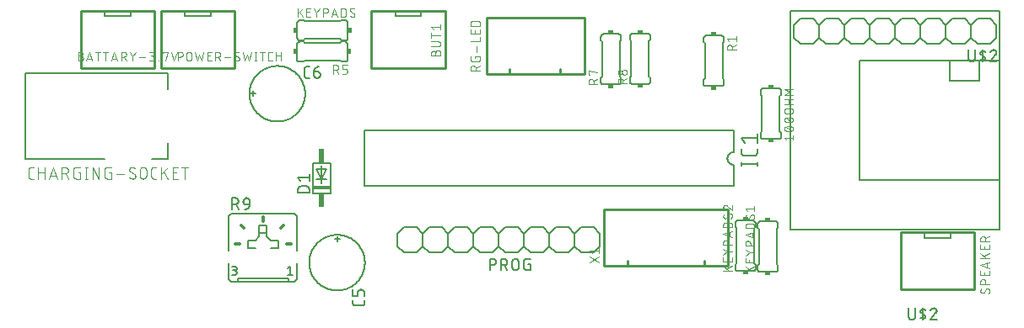
<source format=gbr>
G04 EAGLE Gerber RS-274X export*
G75*
%MOMM*%
%FSLAX34Y34*%
%LPD*%
%INSilkscreen Top*%
%IPPOS*%
%AMOC8*
5,1,8,0,0,1.08239X$1,22.5*%
G01*
%ADD10C,0.203200*%
%ADD11C,0.101600*%
%ADD12C,0.152400*%
%ADD13C,0.127000*%
%ADD14R,0.508000X0.381000*%
%ADD15R,0.381000X0.508000*%
%ADD16C,0.177800*%
%ADD17R,1.778000X0.381000*%
%ADD18R,0.508000X1.397000*%
%ADD19C,0.254000*%
%ADD20C,0.200000*%
%ADD21C,0.304800*%


D10*
X3047200Y350400D02*
X3047200Y264400D01*
X3047200Y350400D02*
X3190200Y350400D01*
X3190200Y334400D01*
X3190200Y280400D02*
X3190200Y264400D01*
X3126700Y264400D02*
X3047200Y264400D01*
X3174200Y264400D02*
X3190200Y264400D01*
D11*
X3055301Y244408D02*
X3052704Y244408D01*
X3052605Y244410D01*
X3052505Y244416D01*
X3052406Y244425D01*
X3052308Y244438D01*
X3052210Y244455D01*
X3052112Y244476D01*
X3052016Y244501D01*
X3051921Y244529D01*
X3051827Y244561D01*
X3051734Y244596D01*
X3051642Y244635D01*
X3051552Y244678D01*
X3051464Y244723D01*
X3051377Y244773D01*
X3051293Y244825D01*
X3051210Y244881D01*
X3051130Y244939D01*
X3051052Y245001D01*
X3050977Y245066D01*
X3050904Y245134D01*
X3050834Y245204D01*
X3050766Y245277D01*
X3050701Y245352D01*
X3050639Y245430D01*
X3050581Y245510D01*
X3050525Y245593D01*
X3050473Y245677D01*
X3050423Y245764D01*
X3050378Y245852D01*
X3050335Y245942D01*
X3050296Y246034D01*
X3050261Y246127D01*
X3050229Y246221D01*
X3050201Y246316D01*
X3050176Y246412D01*
X3050155Y246510D01*
X3050138Y246608D01*
X3050125Y246706D01*
X3050116Y246805D01*
X3050110Y246905D01*
X3050108Y247004D01*
X3050108Y253496D01*
X3050110Y253595D01*
X3050116Y253695D01*
X3050125Y253794D01*
X3050138Y253892D01*
X3050155Y253990D01*
X3050176Y254088D01*
X3050201Y254184D01*
X3050229Y254279D01*
X3050261Y254373D01*
X3050296Y254466D01*
X3050335Y254558D01*
X3050378Y254648D01*
X3050423Y254736D01*
X3050473Y254823D01*
X3050525Y254907D01*
X3050581Y254990D01*
X3050639Y255070D01*
X3050701Y255148D01*
X3050766Y255223D01*
X3050834Y255296D01*
X3050904Y255366D01*
X3050977Y255434D01*
X3051052Y255499D01*
X3051130Y255561D01*
X3051210Y255619D01*
X3051293Y255675D01*
X3051377Y255727D01*
X3051464Y255777D01*
X3051552Y255822D01*
X3051642Y255865D01*
X3051734Y255904D01*
X3051826Y255939D01*
X3051921Y255971D01*
X3052016Y255999D01*
X3052112Y256024D01*
X3052210Y256045D01*
X3052308Y256062D01*
X3052406Y256075D01*
X3052505Y256084D01*
X3052605Y256090D01*
X3052704Y256092D01*
X3055301Y256092D01*
X3060047Y256092D02*
X3060047Y244408D01*
X3060047Y250899D02*
X3066538Y250899D01*
X3066538Y256092D02*
X3066538Y244408D01*
X3071209Y244408D02*
X3075104Y256092D01*
X3078998Y244408D01*
X3078025Y247329D02*
X3072183Y247329D01*
X3083743Y244408D02*
X3083743Y256092D01*
X3086988Y256092D01*
X3087101Y256090D01*
X3087214Y256084D01*
X3087327Y256074D01*
X3087440Y256060D01*
X3087552Y256043D01*
X3087663Y256021D01*
X3087773Y255996D01*
X3087883Y255966D01*
X3087991Y255933D01*
X3088098Y255896D01*
X3088204Y255856D01*
X3088308Y255811D01*
X3088411Y255763D01*
X3088512Y255712D01*
X3088611Y255657D01*
X3088708Y255599D01*
X3088803Y255537D01*
X3088896Y255472D01*
X3088986Y255404D01*
X3089074Y255333D01*
X3089160Y255258D01*
X3089243Y255181D01*
X3089323Y255101D01*
X3089400Y255018D01*
X3089475Y254932D01*
X3089546Y254844D01*
X3089614Y254754D01*
X3089679Y254661D01*
X3089741Y254566D01*
X3089799Y254469D01*
X3089854Y254370D01*
X3089905Y254269D01*
X3089953Y254166D01*
X3089998Y254062D01*
X3090038Y253956D01*
X3090075Y253849D01*
X3090108Y253741D01*
X3090138Y253631D01*
X3090163Y253521D01*
X3090185Y253410D01*
X3090202Y253298D01*
X3090216Y253185D01*
X3090226Y253072D01*
X3090232Y252959D01*
X3090234Y252846D01*
X3090232Y252733D01*
X3090226Y252620D01*
X3090216Y252507D01*
X3090202Y252394D01*
X3090185Y252282D01*
X3090163Y252171D01*
X3090138Y252061D01*
X3090108Y251951D01*
X3090075Y251843D01*
X3090038Y251736D01*
X3089998Y251630D01*
X3089953Y251526D01*
X3089905Y251423D01*
X3089854Y251322D01*
X3089799Y251223D01*
X3089741Y251126D01*
X3089679Y251031D01*
X3089614Y250938D01*
X3089546Y250848D01*
X3089475Y250760D01*
X3089400Y250674D01*
X3089323Y250591D01*
X3089243Y250511D01*
X3089160Y250434D01*
X3089074Y250359D01*
X3088986Y250288D01*
X3088896Y250220D01*
X3088803Y250155D01*
X3088708Y250093D01*
X3088611Y250035D01*
X3088512Y249980D01*
X3088411Y249929D01*
X3088308Y249881D01*
X3088204Y249836D01*
X3088098Y249796D01*
X3087991Y249759D01*
X3087883Y249726D01*
X3087773Y249696D01*
X3087663Y249671D01*
X3087552Y249649D01*
X3087440Y249632D01*
X3087327Y249618D01*
X3087214Y249608D01*
X3087101Y249602D01*
X3086988Y249600D01*
X3086988Y249601D02*
X3083743Y249601D01*
X3087637Y249601D02*
X3090234Y244408D01*
X3100024Y250899D02*
X3101971Y250899D01*
X3101971Y244408D01*
X3098077Y244408D01*
X3097978Y244410D01*
X3097878Y244416D01*
X3097779Y244425D01*
X3097681Y244438D01*
X3097583Y244455D01*
X3097485Y244476D01*
X3097389Y244501D01*
X3097294Y244529D01*
X3097200Y244561D01*
X3097107Y244596D01*
X3097015Y244635D01*
X3096925Y244678D01*
X3096837Y244723D01*
X3096750Y244773D01*
X3096666Y244825D01*
X3096583Y244881D01*
X3096503Y244939D01*
X3096425Y245001D01*
X3096350Y245066D01*
X3096277Y245134D01*
X3096207Y245204D01*
X3096139Y245277D01*
X3096074Y245352D01*
X3096012Y245430D01*
X3095954Y245510D01*
X3095898Y245593D01*
X3095846Y245677D01*
X3095796Y245764D01*
X3095751Y245852D01*
X3095708Y245942D01*
X3095669Y246034D01*
X3095634Y246127D01*
X3095602Y246221D01*
X3095574Y246316D01*
X3095549Y246412D01*
X3095528Y246510D01*
X3095511Y246608D01*
X3095498Y246706D01*
X3095489Y246805D01*
X3095483Y246905D01*
X3095481Y247004D01*
X3095480Y247004D02*
X3095480Y253496D01*
X3095481Y253496D02*
X3095483Y253595D01*
X3095489Y253695D01*
X3095498Y253794D01*
X3095511Y253892D01*
X3095528Y253990D01*
X3095549Y254088D01*
X3095574Y254184D01*
X3095602Y254279D01*
X3095634Y254373D01*
X3095669Y254466D01*
X3095708Y254558D01*
X3095751Y254648D01*
X3095796Y254736D01*
X3095846Y254823D01*
X3095898Y254907D01*
X3095954Y254990D01*
X3096012Y255070D01*
X3096074Y255148D01*
X3096139Y255223D01*
X3096207Y255296D01*
X3096277Y255366D01*
X3096350Y255434D01*
X3096425Y255499D01*
X3096503Y255561D01*
X3096583Y255619D01*
X3096666Y255675D01*
X3096750Y255727D01*
X3096837Y255777D01*
X3096925Y255822D01*
X3097015Y255865D01*
X3097107Y255904D01*
X3097199Y255939D01*
X3097294Y255971D01*
X3097389Y255999D01*
X3097485Y256024D01*
X3097583Y256045D01*
X3097681Y256062D01*
X3097779Y256075D01*
X3097878Y256084D01*
X3097978Y256090D01*
X3098077Y256092D01*
X3101971Y256092D01*
X3108251Y256092D02*
X3108251Y244408D01*
X3109549Y244408D02*
X3106952Y244408D01*
X3106952Y256092D02*
X3109549Y256092D01*
X3114530Y256092D02*
X3114530Y244408D01*
X3121021Y244408D02*
X3114530Y256092D01*
X3121021Y256092D02*
X3121021Y244408D01*
X3131266Y250899D02*
X3133213Y250899D01*
X3133213Y244408D01*
X3129319Y244408D01*
X3129220Y244410D01*
X3129120Y244416D01*
X3129021Y244425D01*
X3128923Y244438D01*
X3128825Y244455D01*
X3128727Y244476D01*
X3128631Y244501D01*
X3128536Y244529D01*
X3128442Y244561D01*
X3128349Y244596D01*
X3128257Y244635D01*
X3128167Y244678D01*
X3128079Y244723D01*
X3127992Y244773D01*
X3127908Y244825D01*
X3127825Y244881D01*
X3127745Y244939D01*
X3127667Y245001D01*
X3127592Y245066D01*
X3127519Y245134D01*
X3127449Y245204D01*
X3127381Y245277D01*
X3127316Y245352D01*
X3127254Y245430D01*
X3127196Y245510D01*
X3127140Y245593D01*
X3127088Y245677D01*
X3127038Y245764D01*
X3126993Y245852D01*
X3126950Y245942D01*
X3126911Y246034D01*
X3126876Y246127D01*
X3126844Y246221D01*
X3126816Y246316D01*
X3126791Y246412D01*
X3126770Y246510D01*
X3126753Y246608D01*
X3126740Y246706D01*
X3126731Y246805D01*
X3126725Y246905D01*
X3126723Y247004D01*
X3126722Y247004D02*
X3126722Y253496D01*
X3126723Y253496D02*
X3126725Y253595D01*
X3126731Y253695D01*
X3126740Y253794D01*
X3126753Y253892D01*
X3126770Y253990D01*
X3126791Y254088D01*
X3126816Y254184D01*
X3126844Y254279D01*
X3126876Y254373D01*
X3126911Y254466D01*
X3126950Y254558D01*
X3126993Y254648D01*
X3127038Y254736D01*
X3127088Y254823D01*
X3127140Y254907D01*
X3127196Y254990D01*
X3127254Y255070D01*
X3127316Y255148D01*
X3127381Y255223D01*
X3127449Y255296D01*
X3127519Y255366D01*
X3127592Y255434D01*
X3127667Y255499D01*
X3127745Y255561D01*
X3127825Y255619D01*
X3127908Y255675D01*
X3127992Y255727D01*
X3128079Y255777D01*
X3128167Y255822D01*
X3128257Y255865D01*
X3128349Y255904D01*
X3128441Y255939D01*
X3128536Y255971D01*
X3128631Y255999D01*
X3128727Y256024D01*
X3128825Y256045D01*
X3128923Y256062D01*
X3129021Y256075D01*
X3129120Y256084D01*
X3129220Y256090D01*
X3129319Y256092D01*
X3133213Y256092D01*
X3138646Y248952D02*
X3146435Y248952D01*
X3155001Y244408D02*
X3155100Y244410D01*
X3155200Y244416D01*
X3155299Y244425D01*
X3155397Y244438D01*
X3155495Y244455D01*
X3155593Y244476D01*
X3155689Y244501D01*
X3155784Y244529D01*
X3155878Y244561D01*
X3155971Y244596D01*
X3156063Y244635D01*
X3156153Y244678D01*
X3156241Y244723D01*
X3156328Y244773D01*
X3156412Y244825D01*
X3156495Y244881D01*
X3156575Y244939D01*
X3156653Y245001D01*
X3156728Y245066D01*
X3156801Y245134D01*
X3156871Y245204D01*
X3156939Y245277D01*
X3157004Y245352D01*
X3157066Y245430D01*
X3157124Y245510D01*
X3157180Y245593D01*
X3157232Y245677D01*
X3157282Y245764D01*
X3157327Y245852D01*
X3157370Y245942D01*
X3157409Y246034D01*
X3157444Y246127D01*
X3157476Y246221D01*
X3157504Y246316D01*
X3157529Y246412D01*
X3157550Y246510D01*
X3157567Y246608D01*
X3157580Y246706D01*
X3157589Y246805D01*
X3157595Y246905D01*
X3157597Y247004D01*
X3155001Y244408D02*
X3154857Y244410D01*
X3154712Y244416D01*
X3154568Y244425D01*
X3154425Y244438D01*
X3154281Y244455D01*
X3154138Y244476D01*
X3153996Y244501D01*
X3153855Y244529D01*
X3153714Y244561D01*
X3153574Y244597D01*
X3153435Y244636D01*
X3153297Y244679D01*
X3153161Y244726D01*
X3153025Y244776D01*
X3152891Y244830D01*
X3152759Y244887D01*
X3152628Y244948D01*
X3152499Y245012D01*
X3152371Y245080D01*
X3152245Y245150D01*
X3152121Y245225D01*
X3152000Y245302D01*
X3151880Y245383D01*
X3151762Y245466D01*
X3151647Y245553D01*
X3151534Y245643D01*
X3151423Y245736D01*
X3151315Y245831D01*
X3151209Y245930D01*
X3151106Y246031D01*
X3151431Y253496D02*
X3151433Y253595D01*
X3151439Y253695D01*
X3151448Y253794D01*
X3151461Y253892D01*
X3151478Y253990D01*
X3151499Y254088D01*
X3151524Y254184D01*
X3151552Y254279D01*
X3151584Y254373D01*
X3151619Y254466D01*
X3151658Y254558D01*
X3151701Y254648D01*
X3151746Y254736D01*
X3151796Y254823D01*
X3151848Y254907D01*
X3151904Y254990D01*
X3151962Y255070D01*
X3152024Y255148D01*
X3152089Y255223D01*
X3152157Y255296D01*
X3152227Y255366D01*
X3152300Y255434D01*
X3152375Y255499D01*
X3152453Y255561D01*
X3152533Y255619D01*
X3152616Y255675D01*
X3152700Y255727D01*
X3152787Y255777D01*
X3152875Y255822D01*
X3152965Y255865D01*
X3153057Y255904D01*
X3153150Y255939D01*
X3153244Y255971D01*
X3153339Y255999D01*
X3153436Y256024D01*
X3153533Y256045D01*
X3153631Y256062D01*
X3153729Y256075D01*
X3153828Y256084D01*
X3153928Y256090D01*
X3154027Y256092D01*
X3154163Y256090D01*
X3154299Y256084D01*
X3154435Y256075D01*
X3154571Y256062D01*
X3154706Y256044D01*
X3154840Y256024D01*
X3154974Y255999D01*
X3155108Y255971D01*
X3155240Y255938D01*
X3155371Y255903D01*
X3155502Y255863D01*
X3155631Y255820D01*
X3155759Y255774D01*
X3155885Y255723D01*
X3156011Y255670D01*
X3156134Y255612D01*
X3156256Y255552D01*
X3156376Y255488D01*
X3156495Y255420D01*
X3156611Y255350D01*
X3156725Y255276D01*
X3156838Y255199D01*
X3156948Y255118D01*
X3152729Y251224D02*
X3152643Y251277D01*
X3152559Y251334D01*
X3152477Y251393D01*
X3152397Y251456D01*
X3152320Y251522D01*
X3152245Y251590D01*
X3152173Y251662D01*
X3152104Y251736D01*
X3152038Y251813D01*
X3151975Y251892D01*
X3151915Y251974D01*
X3151858Y252058D01*
X3151804Y252144D01*
X3151754Y252232D01*
X3151707Y252322D01*
X3151663Y252413D01*
X3151624Y252507D01*
X3151587Y252601D01*
X3151555Y252697D01*
X3151526Y252795D01*
X3151501Y252893D01*
X3151480Y252992D01*
X3151462Y253092D01*
X3151449Y253192D01*
X3151439Y253293D01*
X3151433Y253395D01*
X3151431Y253496D01*
X3156299Y249276D02*
X3156385Y249223D01*
X3156469Y249166D01*
X3156551Y249107D01*
X3156631Y249044D01*
X3156708Y248978D01*
X3156783Y248910D01*
X3156855Y248838D01*
X3156924Y248764D01*
X3156990Y248687D01*
X3157053Y248608D01*
X3157113Y248526D01*
X3157170Y248442D01*
X3157224Y248356D01*
X3157274Y248268D01*
X3157321Y248178D01*
X3157365Y248087D01*
X3157404Y247993D01*
X3157441Y247899D01*
X3157473Y247803D01*
X3157502Y247705D01*
X3157527Y247607D01*
X3157548Y247508D01*
X3157566Y247408D01*
X3157579Y247308D01*
X3157589Y247207D01*
X3157595Y247105D01*
X3157597Y247004D01*
X3156299Y249276D02*
X3152729Y251224D01*
X3162155Y252846D02*
X3162155Y247654D01*
X3162155Y252846D02*
X3162157Y252959D01*
X3162163Y253072D01*
X3162173Y253185D01*
X3162187Y253298D01*
X3162204Y253410D01*
X3162226Y253521D01*
X3162251Y253631D01*
X3162281Y253741D01*
X3162314Y253849D01*
X3162351Y253956D01*
X3162391Y254062D01*
X3162436Y254166D01*
X3162484Y254269D01*
X3162535Y254370D01*
X3162590Y254469D01*
X3162648Y254566D01*
X3162710Y254661D01*
X3162775Y254754D01*
X3162843Y254844D01*
X3162914Y254932D01*
X3162989Y255018D01*
X3163066Y255101D01*
X3163146Y255181D01*
X3163229Y255258D01*
X3163315Y255333D01*
X3163403Y255404D01*
X3163493Y255472D01*
X3163586Y255537D01*
X3163681Y255599D01*
X3163778Y255657D01*
X3163877Y255712D01*
X3163978Y255763D01*
X3164081Y255811D01*
X3164185Y255856D01*
X3164291Y255896D01*
X3164398Y255933D01*
X3164506Y255966D01*
X3164616Y255996D01*
X3164726Y256021D01*
X3164837Y256043D01*
X3164949Y256060D01*
X3165062Y256074D01*
X3165175Y256084D01*
X3165288Y256090D01*
X3165401Y256092D01*
X3165514Y256090D01*
X3165627Y256084D01*
X3165740Y256074D01*
X3165853Y256060D01*
X3165965Y256043D01*
X3166076Y256021D01*
X3166186Y255996D01*
X3166296Y255966D01*
X3166404Y255933D01*
X3166511Y255896D01*
X3166617Y255856D01*
X3166721Y255811D01*
X3166824Y255763D01*
X3166925Y255712D01*
X3167024Y255657D01*
X3167121Y255599D01*
X3167216Y255537D01*
X3167309Y255472D01*
X3167399Y255404D01*
X3167487Y255333D01*
X3167573Y255258D01*
X3167656Y255181D01*
X3167736Y255101D01*
X3167813Y255018D01*
X3167888Y254932D01*
X3167959Y254844D01*
X3168027Y254754D01*
X3168092Y254661D01*
X3168154Y254566D01*
X3168212Y254469D01*
X3168267Y254370D01*
X3168318Y254269D01*
X3168366Y254166D01*
X3168411Y254062D01*
X3168451Y253956D01*
X3168488Y253849D01*
X3168521Y253741D01*
X3168551Y253631D01*
X3168576Y253521D01*
X3168598Y253410D01*
X3168615Y253298D01*
X3168629Y253185D01*
X3168639Y253072D01*
X3168645Y252959D01*
X3168647Y252846D01*
X3168646Y252846D02*
X3168646Y247654D01*
X3168647Y247654D02*
X3168645Y247541D01*
X3168639Y247428D01*
X3168629Y247315D01*
X3168615Y247202D01*
X3168598Y247090D01*
X3168576Y246979D01*
X3168551Y246869D01*
X3168521Y246759D01*
X3168488Y246651D01*
X3168451Y246544D01*
X3168411Y246438D01*
X3168366Y246334D01*
X3168318Y246231D01*
X3168267Y246130D01*
X3168212Y246031D01*
X3168154Y245934D01*
X3168092Y245839D01*
X3168027Y245746D01*
X3167959Y245656D01*
X3167888Y245568D01*
X3167813Y245482D01*
X3167736Y245399D01*
X3167656Y245319D01*
X3167573Y245242D01*
X3167487Y245167D01*
X3167399Y245096D01*
X3167309Y245028D01*
X3167216Y244963D01*
X3167121Y244901D01*
X3167024Y244843D01*
X3166925Y244788D01*
X3166824Y244737D01*
X3166721Y244689D01*
X3166617Y244644D01*
X3166511Y244604D01*
X3166404Y244567D01*
X3166296Y244534D01*
X3166186Y244504D01*
X3166076Y244479D01*
X3165965Y244457D01*
X3165853Y244440D01*
X3165740Y244426D01*
X3165627Y244416D01*
X3165514Y244410D01*
X3165401Y244408D01*
X3165288Y244410D01*
X3165175Y244416D01*
X3165062Y244426D01*
X3164949Y244440D01*
X3164837Y244457D01*
X3164726Y244479D01*
X3164616Y244504D01*
X3164506Y244534D01*
X3164398Y244567D01*
X3164291Y244604D01*
X3164185Y244644D01*
X3164081Y244689D01*
X3163978Y244737D01*
X3163877Y244788D01*
X3163778Y244843D01*
X3163681Y244901D01*
X3163586Y244963D01*
X3163493Y245028D01*
X3163403Y245096D01*
X3163315Y245167D01*
X3163229Y245242D01*
X3163146Y245319D01*
X3163066Y245399D01*
X3162989Y245482D01*
X3162914Y245568D01*
X3162843Y245656D01*
X3162775Y245746D01*
X3162710Y245839D01*
X3162648Y245934D01*
X3162590Y246031D01*
X3162535Y246130D01*
X3162484Y246231D01*
X3162436Y246334D01*
X3162391Y246438D01*
X3162351Y246544D01*
X3162314Y246651D01*
X3162281Y246759D01*
X3162251Y246869D01*
X3162226Y246979D01*
X3162204Y247090D01*
X3162187Y247202D01*
X3162173Y247315D01*
X3162163Y247428D01*
X3162157Y247541D01*
X3162155Y247654D01*
X3176148Y244408D02*
X3178745Y244408D01*
X3176148Y244408D02*
X3176049Y244410D01*
X3175949Y244416D01*
X3175850Y244425D01*
X3175752Y244438D01*
X3175654Y244455D01*
X3175556Y244476D01*
X3175460Y244501D01*
X3175365Y244529D01*
X3175271Y244561D01*
X3175178Y244596D01*
X3175086Y244635D01*
X3174996Y244678D01*
X3174908Y244723D01*
X3174821Y244773D01*
X3174737Y244825D01*
X3174654Y244881D01*
X3174574Y244939D01*
X3174496Y245001D01*
X3174421Y245066D01*
X3174348Y245134D01*
X3174278Y245204D01*
X3174210Y245277D01*
X3174145Y245352D01*
X3174083Y245430D01*
X3174025Y245510D01*
X3173969Y245593D01*
X3173917Y245677D01*
X3173867Y245764D01*
X3173822Y245852D01*
X3173779Y245942D01*
X3173740Y246034D01*
X3173705Y246127D01*
X3173673Y246221D01*
X3173645Y246316D01*
X3173620Y246412D01*
X3173599Y246510D01*
X3173582Y246608D01*
X3173569Y246706D01*
X3173560Y246805D01*
X3173554Y246905D01*
X3173552Y247004D01*
X3173552Y253496D01*
X3173554Y253595D01*
X3173560Y253695D01*
X3173569Y253794D01*
X3173582Y253892D01*
X3173599Y253990D01*
X3173620Y254088D01*
X3173645Y254184D01*
X3173673Y254279D01*
X3173705Y254373D01*
X3173740Y254466D01*
X3173779Y254558D01*
X3173822Y254648D01*
X3173867Y254736D01*
X3173917Y254823D01*
X3173969Y254907D01*
X3174025Y254990D01*
X3174083Y255070D01*
X3174145Y255148D01*
X3174210Y255223D01*
X3174278Y255296D01*
X3174348Y255366D01*
X3174421Y255434D01*
X3174496Y255499D01*
X3174574Y255561D01*
X3174654Y255619D01*
X3174737Y255675D01*
X3174821Y255727D01*
X3174908Y255777D01*
X3174996Y255822D01*
X3175086Y255865D01*
X3175178Y255904D01*
X3175270Y255939D01*
X3175365Y255971D01*
X3175460Y255999D01*
X3175556Y256024D01*
X3175654Y256045D01*
X3175752Y256062D01*
X3175850Y256075D01*
X3175949Y256084D01*
X3176049Y256090D01*
X3176148Y256092D01*
X3178745Y256092D01*
X3183660Y256092D02*
X3183660Y244408D01*
X3183660Y248952D02*
X3190151Y256092D01*
X3186257Y251548D02*
X3190151Y244408D01*
X3194944Y244408D02*
X3200136Y244408D01*
X3194944Y244408D02*
X3194944Y256092D01*
X3200136Y256092D01*
X3198838Y250899D02*
X3194944Y250899D01*
X3206929Y256092D02*
X3206929Y244408D01*
X3203684Y256092D02*
X3210175Y256092D01*
D12*
X3850350Y380300D02*
X3863050Y380300D01*
X3850350Y380300D02*
X3844000Y386650D01*
X3844000Y399350D01*
X3850350Y405700D01*
X3888450Y380300D02*
X3894800Y386650D01*
X3888450Y380300D02*
X3875750Y380300D01*
X3869400Y386650D01*
X3869400Y399350D01*
X3875750Y405700D01*
X3888450Y405700D01*
X3894800Y399350D01*
X3869400Y386650D02*
X3863050Y380300D01*
X3869400Y399350D02*
X3863050Y405700D01*
X3850350Y405700D01*
X3926550Y380300D02*
X3939250Y380300D01*
X3926550Y380300D02*
X3920200Y386650D01*
X3920200Y399350D01*
X3926550Y405700D01*
X3920200Y386650D02*
X3913850Y380300D01*
X3901150Y380300D01*
X3894800Y386650D01*
X3894800Y399350D01*
X3901150Y405700D01*
X3913850Y405700D01*
X3920200Y399350D01*
X3964650Y380300D02*
X3971000Y386650D01*
X3964650Y380300D02*
X3951950Y380300D01*
X3945600Y386650D01*
X3945600Y399350D01*
X3951950Y405700D01*
X3964650Y405700D01*
X3971000Y399350D01*
X3945600Y386650D02*
X3939250Y380300D01*
X3945600Y399350D02*
X3939250Y405700D01*
X3926550Y405700D01*
X4002750Y380300D02*
X4015450Y380300D01*
X4002750Y380300D02*
X3996400Y386650D01*
X3996400Y399350D01*
X4002750Y405700D01*
X3996400Y386650D02*
X3990050Y380300D01*
X3977350Y380300D01*
X3971000Y386650D01*
X3971000Y399350D01*
X3977350Y405700D01*
X3990050Y405700D01*
X3996400Y399350D01*
X4021800Y399350D02*
X4021800Y386650D01*
X4015450Y380300D01*
X4021800Y399350D02*
X4015450Y405700D01*
X4002750Y405700D01*
X3837650Y380300D02*
X3824950Y380300D01*
X3818600Y386650D01*
X3818600Y399350D01*
X3824950Y405700D01*
X3844000Y386650D02*
X3837650Y380300D01*
X3844000Y399350D02*
X3837650Y405700D01*
X3824950Y405700D01*
X3814800Y413000D02*
X3814800Y193000D01*
X3814800Y413000D02*
X4024800Y413000D01*
X4024800Y363000D01*
X4024800Y243000D01*
X4024800Y193000D01*
X3814800Y193000D01*
X3884800Y243000D02*
X4024800Y243000D01*
X3884800Y243000D02*
X3884800Y363000D01*
X3974800Y363000D01*
X4004800Y363000D02*
X4024800Y363000D01*
X4004800Y363000D02*
X3974800Y363000D01*
X3974800Y343000D01*
X4004800Y343000D01*
X4004800Y363000D01*
D13*
X3933860Y114077D02*
X3933860Y105822D01*
X3933862Y105711D01*
X3933868Y105601D01*
X3933877Y105490D01*
X3933891Y105380D01*
X3933908Y105271D01*
X3933929Y105162D01*
X3933954Y105054D01*
X3933983Y104947D01*
X3934015Y104841D01*
X3934051Y104736D01*
X3934091Y104633D01*
X3934134Y104531D01*
X3934181Y104430D01*
X3934232Y104331D01*
X3934285Y104235D01*
X3934342Y104140D01*
X3934403Y104047D01*
X3934466Y103956D01*
X3934533Y103867D01*
X3934603Y103781D01*
X3934676Y103698D01*
X3934751Y103616D01*
X3934829Y103538D01*
X3934911Y103463D01*
X3934994Y103390D01*
X3935080Y103320D01*
X3935169Y103253D01*
X3935260Y103190D01*
X3935353Y103129D01*
X3935448Y103072D01*
X3935544Y103019D01*
X3935643Y102968D01*
X3935744Y102921D01*
X3935846Y102878D01*
X3935949Y102838D01*
X3936054Y102802D01*
X3936160Y102770D01*
X3936267Y102741D01*
X3936375Y102716D01*
X3936484Y102695D01*
X3936593Y102678D01*
X3936703Y102664D01*
X3936814Y102655D01*
X3936924Y102649D01*
X3937035Y102647D01*
X3937146Y102649D01*
X3937256Y102655D01*
X3937367Y102664D01*
X3937477Y102678D01*
X3937586Y102695D01*
X3937695Y102716D01*
X3937803Y102741D01*
X3937910Y102770D01*
X3938016Y102802D01*
X3938121Y102838D01*
X3938224Y102878D01*
X3938326Y102921D01*
X3938427Y102968D01*
X3938526Y103019D01*
X3938623Y103072D01*
X3938717Y103129D01*
X3938810Y103190D01*
X3938901Y103253D01*
X3938990Y103320D01*
X3939076Y103390D01*
X3939159Y103463D01*
X3939241Y103538D01*
X3939319Y103616D01*
X3939394Y103698D01*
X3939467Y103781D01*
X3939537Y103867D01*
X3939604Y103956D01*
X3939667Y104047D01*
X3939728Y104140D01*
X3939785Y104234D01*
X3939838Y104331D01*
X3939889Y104430D01*
X3939936Y104531D01*
X3939979Y104633D01*
X3940019Y104736D01*
X3940055Y104841D01*
X3940087Y104947D01*
X3940116Y105054D01*
X3940141Y105162D01*
X3940162Y105271D01*
X3940179Y105380D01*
X3940193Y105490D01*
X3940202Y105601D01*
X3940208Y105711D01*
X3940210Y105822D01*
X3940210Y114077D01*
X3948084Y114077D02*
X3948084Y102647D01*
X3948084Y108362D02*
X3946497Y109315D01*
X3946496Y109314D02*
X3946423Y109361D01*
X3946352Y109410D01*
X3946283Y109463D01*
X3946217Y109519D01*
X3946153Y109578D01*
X3946092Y109639D01*
X3946034Y109703D01*
X3945979Y109770D01*
X3945927Y109840D01*
X3945879Y109911D01*
X3945833Y109985D01*
X3945791Y110061D01*
X3945753Y110139D01*
X3945718Y110218D01*
X3945687Y110299D01*
X3945660Y110381D01*
X3945636Y110464D01*
X3945616Y110549D01*
X3945600Y110634D01*
X3945588Y110720D01*
X3945580Y110806D01*
X3945576Y110892D01*
X3945575Y110979D01*
X3945579Y111066D01*
X3945587Y111152D01*
X3945598Y111238D01*
X3945614Y111323D01*
X3945633Y111407D01*
X3945656Y111491D01*
X3945683Y111573D01*
X3945714Y111654D01*
X3945749Y111734D01*
X3945786Y111811D01*
X3945828Y111887D01*
X3945873Y111962D01*
X3945921Y112033D01*
X3945973Y112103D01*
X3946027Y112170D01*
X3946085Y112235D01*
X3946145Y112297D01*
X3946209Y112356D01*
X3946275Y112412D01*
X3946343Y112466D01*
X3946414Y112515D01*
X3946487Y112562D01*
X3946562Y112605D01*
X3946639Y112645D01*
X3946717Y112681D01*
X3946798Y112714D01*
X3946879Y112743D01*
X3946962Y112768D01*
X3947046Y112790D01*
X3947131Y112807D01*
X3947132Y112807D02*
X3947269Y112830D01*
X3947408Y112850D01*
X3947546Y112865D01*
X3947685Y112877D01*
X3947825Y112885D01*
X3947964Y112888D01*
X3948104Y112889D01*
X3948243Y112885D01*
X3948382Y112877D01*
X3948521Y112866D01*
X3948660Y112850D01*
X3948798Y112831D01*
X3948936Y112808D01*
X3949073Y112781D01*
X3949209Y112750D01*
X3949344Y112716D01*
X3949478Y112678D01*
X3949612Y112636D01*
X3949743Y112590D01*
X3949874Y112541D01*
X3950003Y112488D01*
X3950131Y112432D01*
X3950257Y112372D01*
X3950381Y112309D01*
X3950504Y112242D01*
X3950624Y112172D01*
X3948084Y108362D02*
X3949672Y107410D01*
X3949745Y107363D01*
X3949816Y107314D01*
X3949885Y107261D01*
X3949951Y107205D01*
X3950015Y107146D01*
X3950076Y107085D01*
X3950134Y107021D01*
X3950189Y106954D01*
X3950241Y106884D01*
X3950289Y106813D01*
X3950335Y106739D01*
X3950377Y106663D01*
X3950415Y106585D01*
X3950450Y106506D01*
X3950481Y106425D01*
X3950508Y106343D01*
X3950532Y106260D01*
X3950552Y106175D01*
X3950568Y106090D01*
X3950580Y106004D01*
X3950588Y105918D01*
X3950592Y105832D01*
X3950593Y105745D01*
X3950589Y105658D01*
X3950581Y105572D01*
X3950570Y105486D01*
X3950554Y105401D01*
X3950535Y105317D01*
X3950512Y105233D01*
X3950485Y105151D01*
X3950454Y105070D01*
X3950419Y104990D01*
X3950382Y104913D01*
X3950340Y104837D01*
X3950295Y104762D01*
X3950247Y104691D01*
X3950195Y104621D01*
X3950141Y104554D01*
X3950083Y104489D01*
X3950023Y104427D01*
X3949959Y104368D01*
X3949893Y104312D01*
X3949825Y104258D01*
X3949754Y104209D01*
X3949681Y104162D01*
X3949606Y104119D01*
X3949529Y104079D01*
X3949451Y104043D01*
X3949370Y104010D01*
X3949289Y103981D01*
X3949206Y103956D01*
X3949122Y103934D01*
X3949037Y103917D01*
X3949036Y103917D02*
X3948899Y103894D01*
X3948760Y103874D01*
X3948622Y103859D01*
X3948483Y103847D01*
X3948343Y103839D01*
X3948204Y103836D01*
X3948064Y103835D01*
X3947925Y103839D01*
X3947786Y103847D01*
X3947647Y103858D01*
X3947508Y103874D01*
X3947370Y103893D01*
X3947232Y103916D01*
X3947095Y103943D01*
X3946959Y103974D01*
X3946824Y104008D01*
X3946690Y104046D01*
X3946556Y104088D01*
X3946425Y104134D01*
X3946294Y104183D01*
X3946165Y104236D01*
X3946037Y104292D01*
X3945911Y104352D01*
X3945787Y104415D01*
X3945664Y104482D01*
X3945544Y104552D01*
X3959070Y114078D02*
X3959174Y114076D01*
X3959279Y114070D01*
X3959383Y114061D01*
X3959486Y114048D01*
X3959589Y114030D01*
X3959691Y114010D01*
X3959793Y113985D01*
X3959893Y113957D01*
X3959993Y113925D01*
X3960091Y113889D01*
X3960188Y113850D01*
X3960283Y113808D01*
X3960377Y113762D01*
X3960469Y113712D01*
X3960559Y113660D01*
X3960647Y113604D01*
X3960733Y113544D01*
X3960817Y113482D01*
X3960898Y113417D01*
X3960977Y113349D01*
X3961054Y113277D01*
X3961127Y113204D01*
X3961199Y113127D01*
X3961267Y113048D01*
X3961332Y112967D01*
X3961394Y112883D01*
X3961454Y112797D01*
X3961510Y112709D01*
X3961562Y112619D01*
X3961612Y112527D01*
X3961658Y112433D01*
X3961700Y112338D01*
X3961739Y112241D01*
X3961775Y112143D01*
X3961807Y112043D01*
X3961835Y111943D01*
X3961860Y111841D01*
X3961880Y111739D01*
X3961898Y111636D01*
X3961911Y111533D01*
X3961920Y111429D01*
X3961926Y111324D01*
X3961928Y111220D01*
X3959070Y114077D02*
X3958952Y114075D01*
X3958833Y114069D01*
X3958715Y114060D01*
X3958598Y114047D01*
X3958481Y114029D01*
X3958364Y114009D01*
X3958248Y113984D01*
X3958133Y113956D01*
X3958020Y113923D01*
X3957907Y113888D01*
X3957795Y113848D01*
X3957685Y113806D01*
X3957576Y113759D01*
X3957468Y113709D01*
X3957363Y113656D01*
X3957259Y113599D01*
X3957157Y113539D01*
X3957057Y113476D01*
X3956959Y113409D01*
X3956863Y113340D01*
X3956770Y113267D01*
X3956679Y113191D01*
X3956590Y113113D01*
X3956504Y113031D01*
X3956421Y112947D01*
X3956340Y112861D01*
X3956263Y112771D01*
X3956188Y112680D01*
X3956116Y112586D01*
X3956047Y112489D01*
X3955982Y112391D01*
X3955919Y112290D01*
X3955860Y112187D01*
X3955804Y112083D01*
X3955752Y111977D01*
X3955703Y111869D01*
X3955658Y111760D01*
X3955616Y111649D01*
X3955578Y111537D01*
X3960975Y108998D02*
X3961051Y109073D01*
X3961126Y109152D01*
X3961197Y109233D01*
X3961266Y109317D01*
X3961331Y109403D01*
X3961393Y109491D01*
X3961453Y109581D01*
X3961509Y109673D01*
X3961562Y109768D01*
X3961611Y109864D01*
X3961657Y109962D01*
X3961700Y110061D01*
X3961739Y110162D01*
X3961774Y110264D01*
X3961806Y110367D01*
X3961834Y110471D01*
X3961859Y110576D01*
X3961880Y110683D01*
X3961897Y110789D01*
X3961910Y110896D01*
X3961919Y111004D01*
X3961925Y111112D01*
X3961927Y111220D01*
X3960975Y108997D02*
X3955577Y102647D01*
X3961927Y102647D01*
X3993860Y365822D02*
X3993860Y374077D01*
X3993860Y365822D02*
X3993862Y365711D01*
X3993868Y365601D01*
X3993877Y365490D01*
X3993891Y365380D01*
X3993908Y365271D01*
X3993929Y365162D01*
X3993954Y365054D01*
X3993983Y364947D01*
X3994015Y364841D01*
X3994051Y364736D01*
X3994091Y364633D01*
X3994134Y364531D01*
X3994181Y364430D01*
X3994232Y364331D01*
X3994285Y364235D01*
X3994342Y364140D01*
X3994403Y364047D01*
X3994466Y363956D01*
X3994533Y363867D01*
X3994603Y363781D01*
X3994676Y363698D01*
X3994751Y363616D01*
X3994829Y363538D01*
X3994911Y363463D01*
X3994994Y363390D01*
X3995080Y363320D01*
X3995169Y363253D01*
X3995260Y363190D01*
X3995353Y363129D01*
X3995448Y363072D01*
X3995544Y363019D01*
X3995643Y362968D01*
X3995744Y362921D01*
X3995846Y362878D01*
X3995949Y362838D01*
X3996054Y362802D01*
X3996160Y362770D01*
X3996267Y362741D01*
X3996375Y362716D01*
X3996484Y362695D01*
X3996593Y362678D01*
X3996703Y362664D01*
X3996814Y362655D01*
X3996924Y362649D01*
X3997035Y362647D01*
X3997146Y362649D01*
X3997256Y362655D01*
X3997367Y362664D01*
X3997477Y362678D01*
X3997586Y362695D01*
X3997695Y362716D01*
X3997803Y362741D01*
X3997910Y362770D01*
X3998016Y362802D01*
X3998121Y362838D01*
X3998224Y362878D01*
X3998326Y362921D01*
X3998427Y362968D01*
X3998526Y363019D01*
X3998623Y363072D01*
X3998717Y363129D01*
X3998810Y363190D01*
X3998901Y363253D01*
X3998990Y363320D01*
X3999076Y363390D01*
X3999159Y363463D01*
X3999241Y363538D01*
X3999319Y363616D01*
X3999394Y363698D01*
X3999467Y363781D01*
X3999537Y363867D01*
X3999604Y363956D01*
X3999667Y364047D01*
X3999728Y364140D01*
X3999785Y364234D01*
X3999838Y364331D01*
X3999889Y364430D01*
X3999936Y364531D01*
X3999979Y364633D01*
X4000019Y364736D01*
X4000055Y364841D01*
X4000087Y364947D01*
X4000116Y365054D01*
X4000141Y365162D01*
X4000162Y365271D01*
X4000179Y365380D01*
X4000193Y365490D01*
X4000202Y365601D01*
X4000208Y365711D01*
X4000210Y365822D01*
X4000210Y374077D01*
X4008084Y374077D02*
X4008084Y362647D01*
X4008084Y368362D02*
X4006497Y369315D01*
X4006496Y369314D02*
X4006423Y369361D01*
X4006352Y369410D01*
X4006283Y369463D01*
X4006217Y369519D01*
X4006153Y369578D01*
X4006092Y369639D01*
X4006034Y369703D01*
X4005979Y369770D01*
X4005927Y369840D01*
X4005879Y369911D01*
X4005833Y369985D01*
X4005791Y370061D01*
X4005753Y370139D01*
X4005718Y370218D01*
X4005687Y370299D01*
X4005660Y370381D01*
X4005636Y370464D01*
X4005616Y370549D01*
X4005600Y370634D01*
X4005588Y370720D01*
X4005580Y370806D01*
X4005576Y370892D01*
X4005575Y370979D01*
X4005579Y371066D01*
X4005587Y371152D01*
X4005598Y371238D01*
X4005614Y371323D01*
X4005633Y371407D01*
X4005656Y371491D01*
X4005683Y371573D01*
X4005714Y371654D01*
X4005749Y371734D01*
X4005786Y371811D01*
X4005828Y371887D01*
X4005873Y371962D01*
X4005921Y372033D01*
X4005973Y372103D01*
X4006027Y372170D01*
X4006085Y372235D01*
X4006145Y372297D01*
X4006209Y372356D01*
X4006275Y372412D01*
X4006343Y372466D01*
X4006414Y372515D01*
X4006487Y372562D01*
X4006562Y372605D01*
X4006639Y372645D01*
X4006717Y372681D01*
X4006798Y372714D01*
X4006879Y372743D01*
X4006962Y372768D01*
X4007046Y372790D01*
X4007131Y372807D01*
X4007132Y372807D02*
X4007269Y372830D01*
X4007408Y372850D01*
X4007546Y372865D01*
X4007685Y372877D01*
X4007825Y372885D01*
X4007964Y372888D01*
X4008104Y372889D01*
X4008243Y372885D01*
X4008382Y372877D01*
X4008521Y372866D01*
X4008660Y372850D01*
X4008798Y372831D01*
X4008936Y372808D01*
X4009073Y372781D01*
X4009209Y372750D01*
X4009344Y372716D01*
X4009478Y372678D01*
X4009612Y372636D01*
X4009743Y372590D01*
X4009874Y372541D01*
X4010003Y372488D01*
X4010131Y372432D01*
X4010257Y372372D01*
X4010381Y372309D01*
X4010504Y372242D01*
X4010624Y372172D01*
X4008084Y368362D02*
X4009672Y367410D01*
X4009745Y367363D01*
X4009816Y367314D01*
X4009885Y367261D01*
X4009951Y367205D01*
X4010015Y367146D01*
X4010076Y367085D01*
X4010134Y367021D01*
X4010189Y366954D01*
X4010241Y366884D01*
X4010289Y366813D01*
X4010335Y366739D01*
X4010377Y366663D01*
X4010415Y366585D01*
X4010450Y366506D01*
X4010481Y366425D01*
X4010508Y366343D01*
X4010532Y366260D01*
X4010552Y366175D01*
X4010568Y366090D01*
X4010580Y366004D01*
X4010588Y365918D01*
X4010592Y365832D01*
X4010593Y365745D01*
X4010589Y365658D01*
X4010581Y365572D01*
X4010570Y365486D01*
X4010554Y365401D01*
X4010535Y365317D01*
X4010512Y365233D01*
X4010485Y365151D01*
X4010454Y365070D01*
X4010419Y364990D01*
X4010382Y364913D01*
X4010340Y364837D01*
X4010295Y364762D01*
X4010247Y364691D01*
X4010195Y364621D01*
X4010141Y364554D01*
X4010083Y364489D01*
X4010023Y364427D01*
X4009959Y364368D01*
X4009893Y364312D01*
X4009825Y364258D01*
X4009754Y364209D01*
X4009681Y364162D01*
X4009606Y364119D01*
X4009529Y364079D01*
X4009451Y364043D01*
X4009370Y364010D01*
X4009289Y363981D01*
X4009206Y363956D01*
X4009122Y363934D01*
X4009037Y363917D01*
X4009036Y363917D02*
X4008899Y363894D01*
X4008760Y363874D01*
X4008622Y363859D01*
X4008483Y363847D01*
X4008343Y363839D01*
X4008204Y363836D01*
X4008064Y363835D01*
X4007925Y363839D01*
X4007786Y363847D01*
X4007647Y363858D01*
X4007508Y363874D01*
X4007370Y363893D01*
X4007232Y363916D01*
X4007095Y363943D01*
X4006959Y363974D01*
X4006824Y364008D01*
X4006690Y364046D01*
X4006556Y364088D01*
X4006425Y364134D01*
X4006294Y364183D01*
X4006165Y364236D01*
X4006037Y364292D01*
X4005911Y364352D01*
X4005787Y364415D01*
X4005664Y364482D01*
X4005544Y364552D01*
X4019070Y374078D02*
X4019174Y374076D01*
X4019279Y374070D01*
X4019383Y374061D01*
X4019486Y374048D01*
X4019589Y374030D01*
X4019691Y374010D01*
X4019793Y373985D01*
X4019893Y373957D01*
X4019993Y373925D01*
X4020091Y373889D01*
X4020188Y373850D01*
X4020283Y373808D01*
X4020377Y373762D01*
X4020469Y373712D01*
X4020559Y373660D01*
X4020647Y373604D01*
X4020733Y373544D01*
X4020817Y373482D01*
X4020898Y373417D01*
X4020977Y373349D01*
X4021054Y373277D01*
X4021127Y373204D01*
X4021199Y373127D01*
X4021267Y373048D01*
X4021332Y372967D01*
X4021394Y372883D01*
X4021454Y372797D01*
X4021510Y372709D01*
X4021562Y372619D01*
X4021612Y372527D01*
X4021658Y372433D01*
X4021700Y372338D01*
X4021739Y372241D01*
X4021775Y372143D01*
X4021807Y372043D01*
X4021835Y371943D01*
X4021860Y371841D01*
X4021880Y371739D01*
X4021898Y371636D01*
X4021911Y371533D01*
X4021920Y371429D01*
X4021926Y371324D01*
X4021928Y371220D01*
X4019070Y374077D02*
X4018952Y374075D01*
X4018833Y374069D01*
X4018715Y374060D01*
X4018598Y374047D01*
X4018481Y374029D01*
X4018364Y374009D01*
X4018248Y373984D01*
X4018133Y373956D01*
X4018020Y373923D01*
X4017907Y373888D01*
X4017795Y373848D01*
X4017685Y373806D01*
X4017576Y373759D01*
X4017468Y373709D01*
X4017363Y373656D01*
X4017259Y373599D01*
X4017157Y373539D01*
X4017057Y373476D01*
X4016959Y373409D01*
X4016863Y373340D01*
X4016770Y373267D01*
X4016679Y373191D01*
X4016590Y373113D01*
X4016504Y373031D01*
X4016421Y372947D01*
X4016340Y372861D01*
X4016263Y372771D01*
X4016188Y372680D01*
X4016116Y372586D01*
X4016047Y372489D01*
X4015982Y372391D01*
X4015919Y372290D01*
X4015860Y372187D01*
X4015804Y372083D01*
X4015752Y371977D01*
X4015703Y371869D01*
X4015658Y371760D01*
X4015616Y371649D01*
X4015578Y371537D01*
X4020975Y368998D02*
X4021051Y369073D01*
X4021126Y369152D01*
X4021197Y369233D01*
X4021266Y369317D01*
X4021331Y369403D01*
X4021393Y369491D01*
X4021453Y369581D01*
X4021509Y369673D01*
X4021562Y369768D01*
X4021611Y369864D01*
X4021657Y369962D01*
X4021700Y370061D01*
X4021739Y370162D01*
X4021774Y370264D01*
X4021806Y370367D01*
X4021834Y370471D01*
X4021859Y370576D01*
X4021880Y370683D01*
X4021897Y370789D01*
X4021910Y370896D01*
X4021919Y371004D01*
X4021925Y371112D01*
X4021927Y371220D01*
X4020975Y368997D02*
X4015577Y362647D01*
X4021927Y362647D01*
D12*
X3805670Y332869D02*
X3805668Y332969D01*
X3805662Y333068D01*
X3805652Y333168D01*
X3805639Y333266D01*
X3805621Y333365D01*
X3805600Y333462D01*
X3805575Y333558D01*
X3805546Y333654D01*
X3805513Y333748D01*
X3805477Y333841D01*
X3805437Y333932D01*
X3805393Y334022D01*
X3805346Y334110D01*
X3805296Y334196D01*
X3805242Y334280D01*
X3805185Y334362D01*
X3805125Y334441D01*
X3805061Y334519D01*
X3804995Y334593D01*
X3804926Y334665D01*
X3804854Y334734D01*
X3804780Y334800D01*
X3804702Y334864D01*
X3804623Y334924D01*
X3804541Y334981D01*
X3804457Y335035D01*
X3804371Y335085D01*
X3804283Y335132D01*
X3804193Y335176D01*
X3804102Y335216D01*
X3804009Y335252D01*
X3803915Y335285D01*
X3803819Y335314D01*
X3803723Y335339D01*
X3803626Y335360D01*
X3803527Y335378D01*
X3803429Y335391D01*
X3803329Y335401D01*
X3803230Y335407D01*
X3803130Y335409D01*
X3787890Y335409D02*
X3787790Y335407D01*
X3787691Y335401D01*
X3787591Y335391D01*
X3787493Y335378D01*
X3787394Y335360D01*
X3787297Y335339D01*
X3787201Y335314D01*
X3787105Y335285D01*
X3787011Y335252D01*
X3786918Y335216D01*
X3786827Y335176D01*
X3786737Y335132D01*
X3786649Y335085D01*
X3786563Y335035D01*
X3786479Y334981D01*
X3786397Y334924D01*
X3786318Y334864D01*
X3786240Y334800D01*
X3786166Y334734D01*
X3786094Y334665D01*
X3786025Y334593D01*
X3785959Y334519D01*
X3785895Y334441D01*
X3785835Y334362D01*
X3785778Y334280D01*
X3785724Y334196D01*
X3785674Y334110D01*
X3785627Y334022D01*
X3785583Y333932D01*
X3785543Y333841D01*
X3785507Y333748D01*
X3785474Y333654D01*
X3785445Y333558D01*
X3785420Y333462D01*
X3785399Y333365D01*
X3785381Y333266D01*
X3785368Y333168D01*
X3785358Y333068D01*
X3785352Y332969D01*
X3785350Y332869D01*
X3785350Y287149D02*
X3785352Y287049D01*
X3785358Y286950D01*
X3785368Y286850D01*
X3785381Y286752D01*
X3785399Y286653D01*
X3785420Y286556D01*
X3785445Y286460D01*
X3785474Y286364D01*
X3785507Y286270D01*
X3785543Y286177D01*
X3785583Y286086D01*
X3785627Y285996D01*
X3785674Y285908D01*
X3785724Y285822D01*
X3785778Y285738D01*
X3785835Y285656D01*
X3785895Y285577D01*
X3785959Y285499D01*
X3786025Y285425D01*
X3786094Y285353D01*
X3786166Y285284D01*
X3786240Y285218D01*
X3786318Y285154D01*
X3786397Y285094D01*
X3786479Y285037D01*
X3786563Y284983D01*
X3786649Y284933D01*
X3786737Y284886D01*
X3786827Y284842D01*
X3786918Y284802D01*
X3787011Y284766D01*
X3787105Y284733D01*
X3787201Y284704D01*
X3787297Y284679D01*
X3787394Y284658D01*
X3787493Y284640D01*
X3787591Y284627D01*
X3787691Y284617D01*
X3787790Y284611D01*
X3787890Y284609D01*
X3803130Y284609D02*
X3803230Y284611D01*
X3803329Y284617D01*
X3803429Y284627D01*
X3803527Y284640D01*
X3803626Y284658D01*
X3803723Y284679D01*
X3803819Y284704D01*
X3803915Y284733D01*
X3804009Y284766D01*
X3804102Y284802D01*
X3804193Y284842D01*
X3804283Y284886D01*
X3804371Y284933D01*
X3804457Y284983D01*
X3804541Y285037D01*
X3804623Y285094D01*
X3804702Y285154D01*
X3804780Y285218D01*
X3804854Y285284D01*
X3804926Y285353D01*
X3804995Y285425D01*
X3805061Y285499D01*
X3805125Y285577D01*
X3805185Y285656D01*
X3805242Y285738D01*
X3805296Y285822D01*
X3805346Y285908D01*
X3805393Y285996D01*
X3805437Y286086D01*
X3805477Y286177D01*
X3805513Y286270D01*
X3805546Y286364D01*
X3805575Y286460D01*
X3805600Y286556D01*
X3805621Y286653D01*
X3805639Y286752D01*
X3805652Y286850D01*
X3805662Y286950D01*
X3805668Y287049D01*
X3805670Y287149D01*
X3803130Y335409D02*
X3787890Y335409D01*
X3805670Y332869D02*
X3805670Y329059D01*
X3804400Y327789D01*
X3785350Y329059D02*
X3785350Y332869D01*
X3785350Y329059D02*
X3786620Y327789D01*
X3804400Y292229D02*
X3805670Y290959D01*
X3804400Y292229D02*
X3804400Y327789D01*
X3786620Y292229D02*
X3785350Y290959D01*
X3786620Y292229D02*
X3786620Y327789D01*
X3805670Y290959D02*
X3805670Y287149D01*
X3785350Y287149D02*
X3785350Y290959D01*
X3787890Y284609D02*
X3803130Y284609D01*
D14*
X3795510Y282704D03*
X3795510Y337314D03*
D11*
X3808972Y285875D02*
X3810948Y283405D01*
X3808972Y285875D02*
X3817862Y285875D01*
X3817862Y288344D02*
X3817862Y283405D01*
X3813417Y292321D02*
X3813242Y292323D01*
X3813067Y292329D01*
X3812893Y292340D01*
X3812718Y292354D01*
X3812545Y292373D01*
X3812371Y292396D01*
X3812198Y292423D01*
X3812026Y292454D01*
X3811855Y292489D01*
X3811685Y292529D01*
X3811515Y292572D01*
X3811347Y292620D01*
X3811180Y292671D01*
X3811014Y292726D01*
X3810849Y292786D01*
X3810686Y292849D01*
X3810525Y292916D01*
X3810365Y292987D01*
X3810207Y293062D01*
X3810129Y293091D01*
X3810051Y293123D01*
X3809976Y293160D01*
X3809902Y293199D01*
X3809830Y293242D01*
X3809759Y293288D01*
X3809692Y293338D01*
X3809626Y293390D01*
X3809563Y293445D01*
X3809503Y293504D01*
X3809445Y293565D01*
X3809390Y293628D01*
X3809338Y293694D01*
X3809289Y293763D01*
X3809244Y293833D01*
X3809201Y293905D01*
X3809162Y293980D01*
X3809127Y294056D01*
X3809095Y294133D01*
X3809067Y294212D01*
X3809042Y294293D01*
X3809021Y294374D01*
X3809004Y294456D01*
X3808990Y294539D01*
X3808981Y294622D01*
X3808975Y294706D01*
X3808973Y294790D01*
X3808972Y294790D02*
X3808974Y294874D01*
X3808980Y294958D01*
X3808989Y295041D01*
X3809003Y295124D01*
X3809020Y295206D01*
X3809041Y295287D01*
X3809066Y295368D01*
X3809094Y295447D01*
X3809126Y295524D01*
X3809161Y295600D01*
X3809200Y295675D01*
X3809243Y295747D01*
X3809288Y295818D01*
X3809337Y295886D01*
X3809389Y295952D01*
X3809444Y296015D01*
X3809502Y296076D01*
X3809562Y296135D01*
X3809625Y296190D01*
X3809691Y296242D01*
X3809758Y296292D01*
X3809829Y296338D01*
X3809901Y296381D01*
X3809975Y296420D01*
X3810050Y296457D01*
X3810128Y296489D01*
X3810207Y296518D01*
X3810207Y296519D02*
X3810365Y296594D01*
X3810525Y296665D01*
X3810686Y296732D01*
X3810849Y296795D01*
X3811014Y296855D01*
X3811180Y296910D01*
X3811347Y296961D01*
X3811515Y297009D01*
X3811685Y297052D01*
X3811855Y297092D01*
X3812026Y297127D01*
X3812198Y297158D01*
X3812371Y297185D01*
X3812545Y297208D01*
X3812718Y297227D01*
X3812893Y297241D01*
X3813067Y297252D01*
X3813242Y297258D01*
X3813417Y297260D01*
X3813417Y292321D02*
X3813592Y292323D01*
X3813767Y292329D01*
X3813941Y292340D01*
X3814116Y292354D01*
X3814289Y292373D01*
X3814463Y292396D01*
X3814636Y292423D01*
X3814808Y292454D01*
X3814979Y292489D01*
X3815149Y292529D01*
X3815319Y292572D01*
X3815487Y292620D01*
X3815654Y292671D01*
X3815820Y292726D01*
X3815985Y292786D01*
X3816148Y292849D01*
X3816309Y292916D01*
X3816469Y292987D01*
X3816627Y293062D01*
X3816628Y293062D02*
X3816706Y293091D01*
X3816784Y293123D01*
X3816859Y293160D01*
X3816933Y293199D01*
X3817006Y293242D01*
X3817076Y293288D01*
X3817143Y293338D01*
X3817209Y293390D01*
X3817272Y293446D01*
X3817333Y293504D01*
X3817390Y293565D01*
X3817445Y293628D01*
X3817497Y293694D01*
X3817546Y293763D01*
X3817591Y293833D01*
X3817634Y293905D01*
X3817673Y293980D01*
X3817708Y294056D01*
X3817740Y294134D01*
X3817768Y294213D01*
X3817793Y294293D01*
X3817814Y294374D01*
X3817831Y294456D01*
X3817845Y294539D01*
X3817854Y294622D01*
X3817860Y294706D01*
X3817862Y294790D01*
X3816627Y296519D02*
X3816469Y296594D01*
X3816309Y296665D01*
X3816148Y296732D01*
X3815985Y296795D01*
X3815820Y296855D01*
X3815654Y296910D01*
X3815487Y296961D01*
X3815319Y297009D01*
X3815149Y297052D01*
X3814979Y297092D01*
X3814808Y297127D01*
X3814636Y297158D01*
X3814463Y297185D01*
X3814289Y297208D01*
X3814116Y297227D01*
X3813941Y297241D01*
X3813767Y297252D01*
X3813592Y297258D01*
X3813417Y297260D01*
X3816628Y296518D02*
X3816706Y296489D01*
X3816784Y296457D01*
X3816859Y296420D01*
X3816933Y296381D01*
X3817006Y296338D01*
X3817076Y296292D01*
X3817143Y296242D01*
X3817209Y296190D01*
X3817272Y296134D01*
X3817332Y296076D01*
X3817390Y296015D01*
X3817445Y295952D01*
X3817497Y295886D01*
X3817546Y295817D01*
X3817591Y295747D01*
X3817634Y295675D01*
X3817673Y295600D01*
X3817708Y295524D01*
X3817740Y295447D01*
X3817768Y295368D01*
X3817793Y295287D01*
X3817814Y295206D01*
X3817831Y295124D01*
X3817845Y295041D01*
X3817854Y294958D01*
X3817860Y294874D01*
X3817862Y294790D01*
X3815887Y292815D02*
X3810948Y296766D01*
X3813417Y301236D02*
X3813242Y301238D01*
X3813067Y301244D01*
X3812893Y301255D01*
X3812718Y301269D01*
X3812545Y301288D01*
X3812371Y301311D01*
X3812198Y301338D01*
X3812026Y301369D01*
X3811855Y301404D01*
X3811685Y301444D01*
X3811515Y301487D01*
X3811347Y301535D01*
X3811180Y301586D01*
X3811014Y301641D01*
X3810849Y301701D01*
X3810686Y301764D01*
X3810525Y301831D01*
X3810365Y301902D01*
X3810207Y301977D01*
X3810129Y302006D01*
X3810051Y302038D01*
X3809976Y302075D01*
X3809902Y302114D01*
X3809830Y302157D01*
X3809759Y302203D01*
X3809692Y302253D01*
X3809626Y302305D01*
X3809563Y302360D01*
X3809503Y302419D01*
X3809445Y302480D01*
X3809390Y302543D01*
X3809338Y302609D01*
X3809289Y302678D01*
X3809244Y302748D01*
X3809201Y302820D01*
X3809162Y302895D01*
X3809127Y302971D01*
X3809095Y303048D01*
X3809067Y303127D01*
X3809042Y303208D01*
X3809021Y303289D01*
X3809004Y303371D01*
X3808990Y303454D01*
X3808981Y303537D01*
X3808975Y303621D01*
X3808973Y303705D01*
X3808972Y303705D02*
X3808974Y303789D01*
X3808980Y303873D01*
X3808989Y303956D01*
X3809003Y304039D01*
X3809020Y304121D01*
X3809041Y304202D01*
X3809066Y304283D01*
X3809094Y304362D01*
X3809126Y304439D01*
X3809161Y304515D01*
X3809200Y304590D01*
X3809243Y304662D01*
X3809288Y304733D01*
X3809337Y304801D01*
X3809389Y304867D01*
X3809444Y304930D01*
X3809502Y304991D01*
X3809562Y305050D01*
X3809625Y305105D01*
X3809691Y305157D01*
X3809758Y305207D01*
X3809829Y305253D01*
X3809901Y305296D01*
X3809975Y305335D01*
X3810050Y305372D01*
X3810128Y305404D01*
X3810207Y305433D01*
X3810207Y305434D02*
X3810365Y305509D01*
X3810525Y305580D01*
X3810686Y305647D01*
X3810849Y305710D01*
X3811014Y305770D01*
X3811180Y305825D01*
X3811347Y305876D01*
X3811515Y305924D01*
X3811685Y305967D01*
X3811855Y306007D01*
X3812026Y306042D01*
X3812198Y306073D01*
X3812371Y306100D01*
X3812545Y306123D01*
X3812718Y306142D01*
X3812893Y306156D01*
X3813067Y306167D01*
X3813242Y306173D01*
X3813417Y306175D01*
X3813417Y301236D02*
X3813592Y301238D01*
X3813767Y301244D01*
X3813941Y301255D01*
X3814116Y301269D01*
X3814289Y301288D01*
X3814463Y301311D01*
X3814636Y301338D01*
X3814808Y301369D01*
X3814979Y301404D01*
X3815149Y301444D01*
X3815319Y301487D01*
X3815487Y301535D01*
X3815654Y301586D01*
X3815820Y301641D01*
X3815985Y301701D01*
X3816148Y301764D01*
X3816309Y301831D01*
X3816469Y301902D01*
X3816627Y301977D01*
X3816628Y301977D02*
X3816706Y302006D01*
X3816784Y302038D01*
X3816859Y302075D01*
X3816933Y302114D01*
X3817006Y302157D01*
X3817076Y302203D01*
X3817143Y302253D01*
X3817209Y302305D01*
X3817272Y302361D01*
X3817333Y302419D01*
X3817390Y302480D01*
X3817445Y302543D01*
X3817497Y302609D01*
X3817546Y302678D01*
X3817591Y302748D01*
X3817634Y302820D01*
X3817673Y302895D01*
X3817708Y302971D01*
X3817740Y303049D01*
X3817768Y303128D01*
X3817793Y303208D01*
X3817814Y303289D01*
X3817831Y303371D01*
X3817845Y303454D01*
X3817854Y303537D01*
X3817860Y303621D01*
X3817862Y303705D01*
X3816627Y305434D02*
X3816469Y305509D01*
X3816309Y305580D01*
X3816148Y305647D01*
X3815985Y305710D01*
X3815820Y305770D01*
X3815654Y305825D01*
X3815487Y305876D01*
X3815319Y305924D01*
X3815149Y305967D01*
X3814979Y306007D01*
X3814808Y306042D01*
X3814636Y306073D01*
X3814463Y306100D01*
X3814289Y306123D01*
X3814116Y306142D01*
X3813941Y306156D01*
X3813767Y306167D01*
X3813592Y306173D01*
X3813417Y306175D01*
X3816628Y305433D02*
X3816706Y305404D01*
X3816784Y305372D01*
X3816859Y305335D01*
X3816933Y305296D01*
X3817006Y305253D01*
X3817076Y305207D01*
X3817143Y305157D01*
X3817209Y305105D01*
X3817272Y305049D01*
X3817332Y304991D01*
X3817390Y304930D01*
X3817445Y304867D01*
X3817497Y304801D01*
X3817546Y304732D01*
X3817591Y304662D01*
X3817634Y304590D01*
X3817673Y304515D01*
X3817708Y304439D01*
X3817740Y304362D01*
X3817768Y304283D01*
X3817793Y304202D01*
X3817814Y304121D01*
X3817831Y304039D01*
X3817845Y303956D01*
X3817854Y303873D01*
X3817860Y303789D01*
X3817862Y303705D01*
X3815887Y301730D02*
X3810948Y305681D01*
X3811442Y310151D02*
X3815393Y310151D01*
X3811442Y310152D02*
X3811344Y310154D01*
X3811246Y310160D01*
X3811148Y310170D01*
X3811051Y310183D01*
X3810954Y310201D01*
X3810858Y310222D01*
X3810764Y310247D01*
X3810670Y310276D01*
X3810577Y310308D01*
X3810486Y310345D01*
X3810396Y310384D01*
X3810308Y310428D01*
X3810222Y310475D01*
X3810137Y310525D01*
X3810055Y310578D01*
X3809975Y310635D01*
X3809897Y310695D01*
X3809822Y310758D01*
X3809749Y310824D01*
X3809679Y310893D01*
X3809612Y310964D01*
X3809547Y311038D01*
X3809486Y311115D01*
X3809427Y311194D01*
X3809372Y311275D01*
X3809320Y311358D01*
X3809272Y311444D01*
X3809227Y311531D01*
X3809185Y311620D01*
X3809147Y311710D01*
X3809113Y311802D01*
X3809082Y311895D01*
X3809055Y311990D01*
X3809032Y312085D01*
X3809012Y312182D01*
X3808997Y312278D01*
X3808985Y312376D01*
X3808977Y312474D01*
X3808973Y312572D01*
X3808973Y312670D01*
X3808977Y312768D01*
X3808985Y312866D01*
X3808997Y312964D01*
X3809012Y313060D01*
X3809032Y313157D01*
X3809055Y313252D01*
X3809082Y313347D01*
X3809113Y313440D01*
X3809147Y313532D01*
X3809185Y313622D01*
X3809227Y313711D01*
X3809272Y313798D01*
X3809320Y313884D01*
X3809372Y313967D01*
X3809427Y314048D01*
X3809486Y314127D01*
X3809547Y314204D01*
X3809612Y314278D01*
X3809679Y314349D01*
X3809749Y314418D01*
X3809822Y314484D01*
X3809897Y314547D01*
X3809975Y314607D01*
X3810055Y314664D01*
X3810137Y314717D01*
X3810222Y314767D01*
X3810308Y314814D01*
X3810396Y314858D01*
X3810486Y314897D01*
X3810577Y314934D01*
X3810670Y314966D01*
X3810764Y314995D01*
X3810858Y315020D01*
X3810954Y315041D01*
X3811051Y315059D01*
X3811148Y315072D01*
X3811246Y315082D01*
X3811344Y315088D01*
X3811442Y315090D01*
X3815393Y315090D01*
X3815491Y315088D01*
X3815589Y315082D01*
X3815687Y315072D01*
X3815784Y315059D01*
X3815881Y315041D01*
X3815977Y315020D01*
X3816071Y314995D01*
X3816165Y314966D01*
X3816258Y314934D01*
X3816349Y314897D01*
X3816439Y314858D01*
X3816527Y314814D01*
X3816613Y314767D01*
X3816698Y314717D01*
X3816780Y314664D01*
X3816860Y314607D01*
X3816938Y314547D01*
X3817013Y314484D01*
X3817086Y314418D01*
X3817156Y314349D01*
X3817223Y314278D01*
X3817288Y314204D01*
X3817349Y314127D01*
X3817408Y314048D01*
X3817463Y313967D01*
X3817515Y313884D01*
X3817563Y313798D01*
X3817608Y313711D01*
X3817650Y313622D01*
X3817688Y313532D01*
X3817722Y313440D01*
X3817753Y313347D01*
X3817780Y313252D01*
X3817803Y313157D01*
X3817823Y313060D01*
X3817838Y312964D01*
X3817850Y312866D01*
X3817858Y312768D01*
X3817862Y312670D01*
X3817862Y312572D01*
X3817858Y312474D01*
X3817850Y312376D01*
X3817838Y312278D01*
X3817823Y312182D01*
X3817803Y312085D01*
X3817780Y311990D01*
X3817753Y311895D01*
X3817722Y311802D01*
X3817688Y311710D01*
X3817650Y311620D01*
X3817608Y311531D01*
X3817563Y311444D01*
X3817515Y311358D01*
X3817463Y311275D01*
X3817408Y311194D01*
X3817349Y311115D01*
X3817288Y311038D01*
X3817223Y310964D01*
X3817156Y310893D01*
X3817086Y310824D01*
X3817013Y310758D01*
X3816938Y310695D01*
X3816860Y310635D01*
X3816780Y310578D01*
X3816698Y310525D01*
X3816613Y310475D01*
X3816527Y310428D01*
X3816439Y310384D01*
X3816349Y310345D01*
X3816258Y310308D01*
X3816165Y310276D01*
X3816071Y310247D01*
X3815977Y310222D01*
X3815881Y310201D01*
X3815784Y310183D01*
X3815687Y310170D01*
X3815589Y310160D01*
X3815491Y310154D01*
X3815393Y310152D01*
X3817862Y319364D02*
X3808972Y319364D01*
X3812923Y319364D02*
X3812923Y324303D01*
X3808972Y324303D02*
X3817862Y324303D01*
X3817862Y328974D02*
X3808972Y328974D01*
X3813911Y331938D01*
X3808972Y334901D01*
X3817862Y334901D01*
D12*
X3322640Y404060D02*
X3322540Y404058D01*
X3322441Y404052D01*
X3322341Y404042D01*
X3322243Y404029D01*
X3322144Y404011D01*
X3322047Y403990D01*
X3321951Y403965D01*
X3321855Y403936D01*
X3321761Y403903D01*
X3321668Y403867D01*
X3321577Y403827D01*
X3321487Y403783D01*
X3321399Y403736D01*
X3321313Y403686D01*
X3321229Y403632D01*
X3321147Y403575D01*
X3321068Y403515D01*
X3320990Y403451D01*
X3320916Y403385D01*
X3320844Y403316D01*
X3320775Y403244D01*
X3320709Y403170D01*
X3320645Y403092D01*
X3320585Y403013D01*
X3320528Y402931D01*
X3320474Y402847D01*
X3320424Y402761D01*
X3320377Y402673D01*
X3320333Y402583D01*
X3320293Y402492D01*
X3320257Y402399D01*
X3320224Y402305D01*
X3320195Y402209D01*
X3320170Y402113D01*
X3320149Y402016D01*
X3320131Y401917D01*
X3320118Y401819D01*
X3320108Y401719D01*
X3320102Y401620D01*
X3320100Y401520D01*
X3320100Y386280D02*
X3320102Y386180D01*
X3320108Y386081D01*
X3320118Y385981D01*
X3320131Y385883D01*
X3320149Y385784D01*
X3320170Y385687D01*
X3320195Y385591D01*
X3320224Y385495D01*
X3320257Y385401D01*
X3320293Y385308D01*
X3320333Y385217D01*
X3320377Y385127D01*
X3320424Y385039D01*
X3320474Y384953D01*
X3320528Y384869D01*
X3320585Y384787D01*
X3320645Y384708D01*
X3320709Y384630D01*
X3320775Y384556D01*
X3320844Y384484D01*
X3320916Y384415D01*
X3320990Y384349D01*
X3321068Y384285D01*
X3321147Y384225D01*
X3321229Y384168D01*
X3321313Y384114D01*
X3321399Y384064D01*
X3321487Y384017D01*
X3321577Y383973D01*
X3321668Y383933D01*
X3321761Y383897D01*
X3321855Y383864D01*
X3321951Y383835D01*
X3322047Y383810D01*
X3322144Y383789D01*
X3322243Y383771D01*
X3322341Y383758D01*
X3322441Y383748D01*
X3322540Y383742D01*
X3322640Y383740D01*
X3368360Y383740D02*
X3368460Y383742D01*
X3368559Y383748D01*
X3368659Y383758D01*
X3368757Y383771D01*
X3368856Y383789D01*
X3368953Y383810D01*
X3369049Y383835D01*
X3369145Y383864D01*
X3369239Y383897D01*
X3369332Y383933D01*
X3369423Y383973D01*
X3369513Y384017D01*
X3369601Y384064D01*
X3369687Y384114D01*
X3369771Y384168D01*
X3369853Y384225D01*
X3369932Y384285D01*
X3370010Y384349D01*
X3370084Y384415D01*
X3370156Y384484D01*
X3370225Y384556D01*
X3370291Y384630D01*
X3370355Y384708D01*
X3370415Y384787D01*
X3370472Y384869D01*
X3370526Y384953D01*
X3370576Y385039D01*
X3370623Y385127D01*
X3370667Y385217D01*
X3370707Y385308D01*
X3370743Y385401D01*
X3370776Y385495D01*
X3370805Y385591D01*
X3370830Y385687D01*
X3370851Y385784D01*
X3370869Y385883D01*
X3370882Y385981D01*
X3370892Y386081D01*
X3370898Y386180D01*
X3370900Y386280D01*
X3370900Y401520D02*
X3370898Y401620D01*
X3370892Y401719D01*
X3370882Y401819D01*
X3370869Y401917D01*
X3370851Y402016D01*
X3370830Y402113D01*
X3370805Y402209D01*
X3370776Y402305D01*
X3370743Y402399D01*
X3370707Y402492D01*
X3370667Y402583D01*
X3370623Y402673D01*
X3370576Y402761D01*
X3370526Y402847D01*
X3370472Y402931D01*
X3370415Y403013D01*
X3370355Y403092D01*
X3370291Y403170D01*
X3370225Y403244D01*
X3370156Y403316D01*
X3370084Y403385D01*
X3370010Y403451D01*
X3369932Y403515D01*
X3369853Y403575D01*
X3369771Y403632D01*
X3369687Y403686D01*
X3369601Y403736D01*
X3369513Y403783D01*
X3369423Y403827D01*
X3369332Y403867D01*
X3369239Y403903D01*
X3369145Y403936D01*
X3369049Y403965D01*
X3368953Y403990D01*
X3368856Y404011D01*
X3368757Y404029D01*
X3368659Y404042D01*
X3368559Y404052D01*
X3368460Y404058D01*
X3368360Y404060D01*
X3320100Y401520D02*
X3320100Y386280D01*
X3322640Y404060D02*
X3326450Y404060D01*
X3327720Y402790D01*
X3326450Y383740D02*
X3322640Y383740D01*
X3326450Y383740D02*
X3327720Y385010D01*
X3363280Y402790D02*
X3364550Y404060D01*
X3363280Y402790D02*
X3327720Y402790D01*
X3363280Y385010D02*
X3364550Y383740D01*
X3363280Y385010D02*
X3327720Y385010D01*
X3364550Y404060D02*
X3368360Y404060D01*
X3368360Y383740D02*
X3364550Y383740D01*
X3370900Y386280D02*
X3370900Y401520D01*
D15*
X3372805Y393900D03*
X3318195Y393900D03*
D11*
X3320608Y407362D02*
X3320608Y416252D01*
X3325547Y416252D02*
X3320608Y410819D01*
X3322584Y412795D02*
X3325547Y407362D01*
X3329393Y407362D02*
X3333344Y407362D01*
X3329393Y407362D02*
X3329393Y416252D01*
X3333344Y416252D01*
X3332356Y412301D02*
X3329393Y412301D01*
X3336308Y416252D02*
X3339272Y412054D01*
X3342235Y416252D01*
X3339272Y412054D02*
X3339272Y407362D01*
X3346165Y407362D02*
X3346165Y416252D01*
X3348635Y416252D01*
X3348733Y416250D01*
X3348831Y416244D01*
X3348929Y416234D01*
X3349026Y416221D01*
X3349123Y416203D01*
X3349219Y416182D01*
X3349313Y416157D01*
X3349407Y416128D01*
X3349500Y416096D01*
X3349591Y416059D01*
X3349681Y416020D01*
X3349769Y415976D01*
X3349855Y415929D01*
X3349940Y415879D01*
X3350022Y415826D01*
X3350102Y415769D01*
X3350180Y415709D01*
X3350255Y415646D01*
X3350328Y415580D01*
X3350398Y415511D01*
X3350465Y415440D01*
X3350530Y415366D01*
X3350591Y415289D01*
X3350650Y415210D01*
X3350705Y415129D01*
X3350757Y415046D01*
X3350805Y414960D01*
X3350850Y414873D01*
X3350892Y414784D01*
X3350930Y414694D01*
X3350964Y414602D01*
X3350995Y414509D01*
X3351022Y414414D01*
X3351045Y414319D01*
X3351065Y414222D01*
X3351080Y414126D01*
X3351092Y414028D01*
X3351100Y413930D01*
X3351104Y413832D01*
X3351104Y413734D01*
X3351100Y413636D01*
X3351092Y413538D01*
X3351080Y413440D01*
X3351065Y413344D01*
X3351045Y413247D01*
X3351022Y413152D01*
X3350995Y413057D01*
X3350964Y412964D01*
X3350930Y412872D01*
X3350892Y412782D01*
X3350850Y412693D01*
X3350805Y412606D01*
X3350757Y412520D01*
X3350705Y412437D01*
X3350650Y412356D01*
X3350591Y412277D01*
X3350530Y412200D01*
X3350465Y412126D01*
X3350398Y412055D01*
X3350328Y411986D01*
X3350255Y411920D01*
X3350180Y411857D01*
X3350102Y411797D01*
X3350022Y411740D01*
X3349940Y411687D01*
X3349855Y411637D01*
X3349769Y411590D01*
X3349681Y411546D01*
X3349591Y411507D01*
X3349500Y411470D01*
X3349407Y411438D01*
X3349313Y411409D01*
X3349219Y411384D01*
X3349123Y411363D01*
X3349026Y411345D01*
X3348929Y411332D01*
X3348831Y411322D01*
X3348733Y411316D01*
X3348635Y411314D01*
X3348635Y411313D02*
X3346165Y411313D01*
X3354139Y407362D02*
X3357102Y416252D01*
X3360066Y407362D01*
X3359325Y409585D02*
X3354880Y409585D01*
X3363845Y407362D02*
X3363845Y416252D01*
X3366315Y416252D01*
X3366412Y416250D01*
X3366509Y416244D01*
X3366605Y416235D01*
X3366701Y416222D01*
X3366797Y416205D01*
X3366891Y416184D01*
X3366985Y416159D01*
X3367078Y416131D01*
X3367170Y416099D01*
X3367260Y416064D01*
X3367349Y416025D01*
X3367436Y415983D01*
X3367521Y415937D01*
X3367605Y415888D01*
X3367687Y415836D01*
X3367766Y415780D01*
X3367844Y415722D01*
X3367918Y415660D01*
X3367991Y415596D01*
X3368061Y415529D01*
X3368128Y415459D01*
X3368192Y415386D01*
X3368254Y415312D01*
X3368312Y415234D01*
X3368368Y415155D01*
X3368420Y415073D01*
X3368469Y414989D01*
X3368515Y414904D01*
X3368557Y414817D01*
X3368596Y414728D01*
X3368631Y414638D01*
X3368663Y414546D01*
X3368691Y414453D01*
X3368716Y414359D01*
X3368737Y414265D01*
X3368754Y414169D01*
X3368767Y414073D01*
X3368776Y413977D01*
X3368782Y413880D01*
X3368784Y413783D01*
X3368784Y409831D01*
X3368782Y409734D01*
X3368776Y409637D01*
X3368767Y409541D01*
X3368754Y409445D01*
X3368737Y409349D01*
X3368716Y409255D01*
X3368691Y409161D01*
X3368663Y409068D01*
X3368631Y408976D01*
X3368596Y408886D01*
X3368557Y408797D01*
X3368515Y408710D01*
X3368469Y408625D01*
X3368420Y408541D01*
X3368368Y408459D01*
X3368312Y408380D01*
X3368254Y408302D01*
X3368192Y408228D01*
X3368128Y408155D01*
X3368061Y408085D01*
X3367991Y408018D01*
X3367918Y407954D01*
X3367844Y407892D01*
X3367766Y407834D01*
X3367687Y407778D01*
X3367605Y407726D01*
X3367521Y407677D01*
X3367436Y407631D01*
X3367349Y407589D01*
X3367260Y407550D01*
X3367170Y407515D01*
X3367078Y407483D01*
X3366985Y407455D01*
X3366891Y407430D01*
X3366797Y407409D01*
X3366701Y407392D01*
X3366605Y407379D01*
X3366509Y407370D01*
X3366412Y407364D01*
X3366315Y407362D01*
X3363845Y407362D01*
X3375724Y407362D02*
X3375810Y407364D01*
X3375896Y407370D01*
X3375982Y407379D01*
X3376067Y407392D01*
X3376152Y407409D01*
X3376235Y407429D01*
X3376318Y407453D01*
X3376400Y407481D01*
X3376480Y407512D01*
X3376559Y407547D01*
X3376636Y407585D01*
X3376712Y407627D01*
X3376786Y407671D01*
X3376857Y407719D01*
X3376927Y407770D01*
X3376994Y407824D01*
X3377059Y407881D01*
X3377121Y407941D01*
X3377181Y408003D01*
X3377238Y408068D01*
X3377292Y408135D01*
X3377343Y408205D01*
X3377391Y408276D01*
X3377435Y408350D01*
X3377477Y408426D01*
X3377515Y408503D01*
X3377550Y408582D01*
X3377581Y408662D01*
X3377609Y408744D01*
X3377633Y408827D01*
X3377653Y408910D01*
X3377670Y408995D01*
X3377683Y409080D01*
X3377692Y409166D01*
X3377698Y409252D01*
X3377700Y409338D01*
X3375724Y407362D02*
X3375597Y407364D01*
X3375471Y407370D01*
X3375344Y407379D01*
X3375218Y407393D01*
X3375093Y407410D01*
X3374968Y407431D01*
X3374844Y407456D01*
X3374720Y407485D01*
X3374598Y407517D01*
X3374476Y407553D01*
X3374356Y407593D01*
X3374237Y407636D01*
X3374119Y407683D01*
X3374003Y407734D01*
X3373888Y407788D01*
X3373775Y407845D01*
X3373664Y407906D01*
X3373555Y407970D01*
X3373448Y408038D01*
X3373342Y408108D01*
X3373239Y408182D01*
X3373139Y408259D01*
X3373041Y408339D01*
X3372945Y408422D01*
X3372852Y408508D01*
X3372761Y408597D01*
X3373007Y414276D02*
X3373009Y414362D01*
X3373015Y414448D01*
X3373024Y414534D01*
X3373037Y414619D01*
X3373054Y414704D01*
X3373074Y414787D01*
X3373098Y414870D01*
X3373126Y414952D01*
X3373157Y415032D01*
X3373192Y415111D01*
X3373230Y415188D01*
X3373272Y415264D01*
X3373316Y415338D01*
X3373364Y415409D01*
X3373415Y415479D01*
X3373469Y415546D01*
X3373526Y415611D01*
X3373586Y415673D01*
X3373648Y415733D01*
X3373713Y415790D01*
X3373780Y415844D01*
X3373850Y415895D01*
X3373921Y415943D01*
X3373995Y415987D01*
X3374071Y416029D01*
X3374148Y416067D01*
X3374227Y416102D01*
X3374307Y416133D01*
X3374389Y416161D01*
X3374472Y416185D01*
X3374555Y416205D01*
X3374640Y416222D01*
X3374725Y416235D01*
X3374811Y416244D01*
X3374897Y416250D01*
X3374983Y416252D01*
X3375102Y416250D01*
X3375221Y416244D01*
X3375340Y416235D01*
X3375458Y416221D01*
X3375576Y416204D01*
X3375694Y416183D01*
X3375810Y416158D01*
X3375926Y416130D01*
X3376041Y416098D01*
X3376154Y416062D01*
X3376267Y416022D01*
X3376378Y415979D01*
X3376488Y415933D01*
X3376596Y415883D01*
X3376702Y415829D01*
X3376807Y415772D01*
X3376909Y415712D01*
X3377010Y415648D01*
X3377109Y415581D01*
X3377205Y415511D01*
X3373996Y412548D02*
X3373922Y412593D01*
X3373850Y412642D01*
X3373780Y412694D01*
X3373713Y412749D01*
X3373648Y412807D01*
X3373586Y412867D01*
X3373527Y412930D01*
X3373470Y412996D01*
X3373416Y413064D01*
X3373365Y413134D01*
X3373317Y413206D01*
X3373272Y413281D01*
X3373231Y413357D01*
X3373193Y413435D01*
X3373158Y413515D01*
X3373127Y413596D01*
X3373099Y413678D01*
X3373075Y413761D01*
X3373055Y413845D01*
X3373038Y413931D01*
X3373025Y414016D01*
X3373016Y414103D01*
X3373010Y414189D01*
X3373008Y414276D01*
X3376711Y411066D02*
X3376785Y411021D01*
X3376857Y410972D01*
X3376927Y410920D01*
X3376994Y410865D01*
X3377059Y410807D01*
X3377121Y410747D01*
X3377181Y410684D01*
X3377237Y410618D01*
X3377291Y410550D01*
X3377342Y410480D01*
X3377390Y410408D01*
X3377435Y410333D01*
X3377476Y410257D01*
X3377514Y410179D01*
X3377549Y410099D01*
X3377580Y410018D01*
X3377608Y409936D01*
X3377632Y409853D01*
X3377652Y409769D01*
X3377669Y409683D01*
X3377682Y409598D01*
X3377691Y409511D01*
X3377697Y409425D01*
X3377699Y409338D01*
X3376712Y411066D02*
X3373996Y412548D01*
D12*
X3758220Y292940D02*
X3758220Y271350D01*
X3758062Y271348D01*
X3757903Y271342D01*
X3757745Y271332D01*
X3757588Y271318D01*
X3757430Y271301D01*
X3757274Y271279D01*
X3757117Y271254D01*
X3756962Y271224D01*
X3756807Y271191D01*
X3756653Y271154D01*
X3756500Y271113D01*
X3756348Y271068D01*
X3756198Y271019D01*
X3756048Y270967D01*
X3755900Y270911D01*
X3755753Y270851D01*
X3755608Y270788D01*
X3755465Y270721D01*
X3755323Y270651D01*
X3755183Y270577D01*
X3755045Y270499D01*
X3754909Y270418D01*
X3754775Y270334D01*
X3754643Y270247D01*
X3754513Y270156D01*
X3754386Y270062D01*
X3754261Y269965D01*
X3754138Y269864D01*
X3754018Y269761D01*
X3753901Y269655D01*
X3753786Y269546D01*
X3753674Y269434D01*
X3753565Y269319D01*
X3753459Y269202D01*
X3753356Y269082D01*
X3753255Y268959D01*
X3753158Y268834D01*
X3753064Y268707D01*
X3752973Y268577D01*
X3752886Y268445D01*
X3752802Y268311D01*
X3752721Y268175D01*
X3752643Y268037D01*
X3752569Y267897D01*
X3752499Y267755D01*
X3752432Y267612D01*
X3752369Y267467D01*
X3752309Y267320D01*
X3752253Y267172D01*
X3752201Y267022D01*
X3752152Y266872D01*
X3752107Y266720D01*
X3752066Y266567D01*
X3752029Y266413D01*
X3751996Y266258D01*
X3751966Y266103D01*
X3751941Y265946D01*
X3751919Y265790D01*
X3751902Y265632D01*
X3751888Y265475D01*
X3751878Y265317D01*
X3751872Y265158D01*
X3751870Y265000D01*
X3751872Y264842D01*
X3751878Y264683D01*
X3751888Y264525D01*
X3751902Y264368D01*
X3751919Y264210D01*
X3751941Y264054D01*
X3751966Y263897D01*
X3751996Y263742D01*
X3752029Y263587D01*
X3752066Y263433D01*
X3752107Y263280D01*
X3752152Y263128D01*
X3752201Y262978D01*
X3752253Y262828D01*
X3752309Y262680D01*
X3752369Y262533D01*
X3752432Y262388D01*
X3752499Y262245D01*
X3752569Y262103D01*
X3752643Y261963D01*
X3752721Y261825D01*
X3752802Y261689D01*
X3752886Y261555D01*
X3752973Y261423D01*
X3753064Y261293D01*
X3753158Y261166D01*
X3753255Y261041D01*
X3753356Y260918D01*
X3753459Y260798D01*
X3753565Y260681D01*
X3753674Y260566D01*
X3753786Y260454D01*
X3753901Y260345D01*
X3754018Y260239D01*
X3754138Y260136D01*
X3754261Y260035D01*
X3754386Y259938D01*
X3754513Y259844D01*
X3754643Y259753D01*
X3754775Y259666D01*
X3754909Y259582D01*
X3755045Y259501D01*
X3755183Y259423D01*
X3755323Y259349D01*
X3755465Y259279D01*
X3755608Y259212D01*
X3755753Y259149D01*
X3755900Y259089D01*
X3756048Y259033D01*
X3756198Y258981D01*
X3756348Y258932D01*
X3756500Y258887D01*
X3756653Y258846D01*
X3756807Y258809D01*
X3756962Y258776D01*
X3757117Y258746D01*
X3757274Y258721D01*
X3757430Y258699D01*
X3757588Y258682D01*
X3757745Y258668D01*
X3757903Y258658D01*
X3758062Y258652D01*
X3758220Y258650D01*
X3758220Y292940D02*
X3387380Y292940D01*
X3758220Y258650D02*
X3758220Y237060D01*
X3387380Y237060D01*
X3387380Y292940D01*
D16*
X3765713Y259535D02*
X3781715Y259535D01*
X3781715Y257757D02*
X3781715Y261313D01*
X3765713Y261313D02*
X3765713Y257757D01*
X3781715Y271107D02*
X3781715Y274663D01*
X3781715Y271107D02*
X3781713Y270991D01*
X3781707Y270874D01*
X3781698Y270758D01*
X3781685Y270643D01*
X3781668Y270528D01*
X3781647Y270413D01*
X3781622Y270300D01*
X3781594Y270187D01*
X3781562Y270075D01*
X3781526Y269964D01*
X3781487Y269854D01*
X3781444Y269746D01*
X3781398Y269639D01*
X3781348Y269534D01*
X3781295Y269431D01*
X3781239Y269329D01*
X3781179Y269229D01*
X3781116Y269131D01*
X3781049Y269036D01*
X3780980Y268942D01*
X3780908Y268851D01*
X3780833Y268762D01*
X3780754Y268676D01*
X3780673Y268593D01*
X3780590Y268512D01*
X3780504Y268433D01*
X3780415Y268358D01*
X3780324Y268286D01*
X3780230Y268217D01*
X3780135Y268150D01*
X3780037Y268087D01*
X3779937Y268027D01*
X3779835Y267971D01*
X3779732Y267918D01*
X3779627Y267868D01*
X3779520Y267822D01*
X3779412Y267779D01*
X3779302Y267740D01*
X3779191Y267704D01*
X3779079Y267672D01*
X3778966Y267644D01*
X3778853Y267619D01*
X3778738Y267598D01*
X3778623Y267581D01*
X3778508Y267568D01*
X3778392Y267559D01*
X3778275Y267553D01*
X3778159Y267551D01*
X3769269Y267551D01*
X3769153Y267553D01*
X3769036Y267559D01*
X3768920Y267568D01*
X3768805Y267581D01*
X3768690Y267598D01*
X3768575Y267619D01*
X3768462Y267644D01*
X3768349Y267672D01*
X3768237Y267704D01*
X3768126Y267740D01*
X3768016Y267779D01*
X3767908Y267822D01*
X3767801Y267868D01*
X3767696Y267918D01*
X3767593Y267971D01*
X3767491Y268027D01*
X3767391Y268087D01*
X3767293Y268150D01*
X3767198Y268217D01*
X3767104Y268286D01*
X3767013Y268358D01*
X3766924Y268433D01*
X3766838Y268512D01*
X3766755Y268593D01*
X3766674Y268676D01*
X3766595Y268762D01*
X3766520Y268851D01*
X3766448Y268942D01*
X3766379Y269036D01*
X3766312Y269131D01*
X3766249Y269229D01*
X3766189Y269329D01*
X3766133Y269431D01*
X3766080Y269534D01*
X3766030Y269639D01*
X3765984Y269746D01*
X3765941Y269854D01*
X3765902Y269964D01*
X3765866Y270075D01*
X3765834Y270187D01*
X3765806Y270300D01*
X3765781Y270413D01*
X3765760Y270528D01*
X3765743Y270643D01*
X3765730Y270758D01*
X3765721Y270874D01*
X3765715Y270991D01*
X3765713Y271107D01*
X3765713Y274663D01*
X3769269Y280621D02*
X3765713Y285066D01*
X3781715Y285066D01*
X3781715Y280621D02*
X3781715Y289511D01*
D12*
X3360000Y186670D02*
X3360000Y181590D01*
X3357460Y184130D02*
X3362540Y184130D01*
X3332060Y160000D02*
X3332068Y160686D01*
X3332094Y161371D01*
X3332136Y162055D01*
X3332195Y162739D01*
X3332270Y163420D01*
X3332362Y164100D01*
X3332471Y164777D01*
X3332597Y165451D01*
X3332739Y166122D01*
X3332897Y166789D01*
X3333072Y167452D01*
X3333263Y168111D01*
X3333470Y168764D01*
X3333693Y169413D01*
X3333932Y170055D01*
X3334187Y170692D01*
X3334457Y171322D01*
X3334743Y171946D01*
X3335043Y172562D01*
X3335359Y173171D01*
X3335690Y173772D01*
X3336035Y174364D01*
X3336395Y174948D01*
X3336769Y175523D01*
X3337157Y176088D01*
X3337558Y176644D01*
X3337974Y177190D01*
X3338402Y177725D01*
X3338844Y178250D01*
X3339298Y178763D01*
X3339765Y179266D01*
X3340243Y179757D01*
X3340734Y180235D01*
X3341237Y180702D01*
X3341750Y181156D01*
X3342275Y181598D01*
X3342810Y182026D01*
X3343356Y182442D01*
X3343912Y182843D01*
X3344477Y183231D01*
X3345052Y183605D01*
X3345636Y183965D01*
X3346228Y184310D01*
X3346829Y184641D01*
X3347438Y184957D01*
X3348054Y185257D01*
X3348678Y185543D01*
X3349308Y185813D01*
X3349945Y186068D01*
X3350587Y186307D01*
X3351236Y186530D01*
X3351889Y186737D01*
X3352548Y186928D01*
X3353211Y187103D01*
X3353878Y187261D01*
X3354549Y187403D01*
X3355223Y187529D01*
X3355900Y187638D01*
X3356580Y187730D01*
X3357261Y187805D01*
X3357945Y187864D01*
X3358629Y187906D01*
X3359314Y187932D01*
X3360000Y187940D01*
X3360686Y187932D01*
X3361371Y187906D01*
X3362055Y187864D01*
X3362739Y187805D01*
X3363420Y187730D01*
X3364100Y187638D01*
X3364777Y187529D01*
X3365451Y187403D01*
X3366122Y187261D01*
X3366789Y187103D01*
X3367452Y186928D01*
X3368111Y186737D01*
X3368764Y186530D01*
X3369413Y186307D01*
X3370055Y186068D01*
X3370692Y185813D01*
X3371322Y185543D01*
X3371946Y185257D01*
X3372562Y184957D01*
X3373171Y184641D01*
X3373772Y184310D01*
X3374364Y183965D01*
X3374948Y183605D01*
X3375523Y183231D01*
X3376088Y182843D01*
X3376644Y182442D01*
X3377190Y182026D01*
X3377725Y181598D01*
X3378250Y181156D01*
X3378763Y180702D01*
X3379266Y180235D01*
X3379757Y179757D01*
X3380235Y179266D01*
X3380702Y178763D01*
X3381156Y178250D01*
X3381598Y177725D01*
X3382026Y177190D01*
X3382442Y176644D01*
X3382843Y176088D01*
X3383231Y175523D01*
X3383605Y174948D01*
X3383965Y174364D01*
X3384310Y173772D01*
X3384641Y173171D01*
X3384957Y172562D01*
X3385257Y171946D01*
X3385543Y171322D01*
X3385813Y170692D01*
X3386068Y170055D01*
X3386307Y169413D01*
X3386530Y168764D01*
X3386737Y168111D01*
X3386928Y167452D01*
X3387103Y166789D01*
X3387261Y166122D01*
X3387403Y165451D01*
X3387529Y164777D01*
X3387638Y164100D01*
X3387730Y163420D01*
X3387805Y162739D01*
X3387864Y162055D01*
X3387906Y161371D01*
X3387932Y160686D01*
X3387940Y160000D01*
X3387932Y159314D01*
X3387906Y158629D01*
X3387864Y157945D01*
X3387805Y157261D01*
X3387730Y156580D01*
X3387638Y155900D01*
X3387529Y155223D01*
X3387403Y154549D01*
X3387261Y153878D01*
X3387103Y153211D01*
X3386928Y152548D01*
X3386737Y151889D01*
X3386530Y151236D01*
X3386307Y150587D01*
X3386068Y149945D01*
X3385813Y149308D01*
X3385543Y148678D01*
X3385257Y148054D01*
X3384957Y147438D01*
X3384641Y146829D01*
X3384310Y146228D01*
X3383965Y145636D01*
X3383605Y145052D01*
X3383231Y144477D01*
X3382843Y143912D01*
X3382442Y143356D01*
X3382026Y142810D01*
X3381598Y142275D01*
X3381156Y141750D01*
X3380702Y141237D01*
X3380235Y140734D01*
X3379757Y140243D01*
X3379266Y139765D01*
X3378763Y139298D01*
X3378250Y138844D01*
X3377725Y138402D01*
X3377190Y137974D01*
X3376644Y137558D01*
X3376088Y137157D01*
X3375523Y136769D01*
X3374948Y136395D01*
X3374364Y136035D01*
X3373772Y135690D01*
X3373171Y135359D01*
X3372562Y135043D01*
X3371946Y134743D01*
X3371322Y134457D01*
X3370692Y134187D01*
X3370055Y133932D01*
X3369413Y133693D01*
X3368764Y133470D01*
X3368111Y133263D01*
X3367452Y133072D01*
X3366789Y132897D01*
X3366122Y132739D01*
X3365451Y132597D01*
X3364777Y132471D01*
X3364100Y132362D01*
X3363420Y132270D01*
X3362739Y132195D01*
X3362055Y132136D01*
X3361371Y132094D01*
X3360686Y132068D01*
X3360000Y132060D01*
X3359314Y132068D01*
X3358629Y132094D01*
X3357945Y132136D01*
X3357261Y132195D01*
X3356580Y132270D01*
X3355900Y132362D01*
X3355223Y132471D01*
X3354549Y132597D01*
X3353878Y132739D01*
X3353211Y132897D01*
X3352548Y133072D01*
X3351889Y133263D01*
X3351236Y133470D01*
X3350587Y133693D01*
X3349945Y133932D01*
X3349308Y134187D01*
X3348678Y134457D01*
X3348054Y134743D01*
X3347438Y135043D01*
X3346829Y135359D01*
X3346228Y135690D01*
X3345636Y136035D01*
X3345052Y136395D01*
X3344477Y136769D01*
X3343912Y137157D01*
X3343356Y137558D01*
X3342810Y137974D01*
X3342275Y138402D01*
X3341750Y138844D01*
X3341237Y139298D01*
X3340734Y139765D01*
X3340243Y140243D01*
X3339765Y140734D01*
X3339298Y141237D01*
X3338844Y141750D01*
X3338402Y142275D01*
X3337974Y142810D01*
X3337558Y143356D01*
X3337157Y143912D01*
X3336769Y144477D01*
X3336395Y145052D01*
X3336035Y145636D01*
X3335690Y146228D01*
X3335359Y146829D01*
X3335043Y147438D01*
X3334743Y148054D01*
X3334457Y148678D01*
X3334187Y149308D01*
X3333932Y149945D01*
X3333693Y150587D01*
X3333470Y151236D01*
X3333263Y151889D01*
X3333072Y152548D01*
X3332897Y153211D01*
X3332739Y153878D01*
X3332597Y154549D01*
X3332471Y155223D01*
X3332362Y155900D01*
X3332270Y156580D01*
X3332195Y157261D01*
X3332136Y157945D01*
X3332094Y158629D01*
X3332068Y159314D01*
X3332060Y160000D01*
D13*
X3387305Y121863D02*
X3387305Y119323D01*
X3387303Y119223D01*
X3387297Y119124D01*
X3387287Y119024D01*
X3387274Y118926D01*
X3387256Y118827D01*
X3387235Y118730D01*
X3387210Y118634D01*
X3387181Y118538D01*
X3387148Y118444D01*
X3387112Y118351D01*
X3387072Y118260D01*
X3387028Y118170D01*
X3386981Y118082D01*
X3386931Y117996D01*
X3386877Y117912D01*
X3386820Y117830D01*
X3386760Y117751D01*
X3386696Y117673D01*
X3386630Y117599D01*
X3386561Y117527D01*
X3386489Y117458D01*
X3386415Y117392D01*
X3386337Y117328D01*
X3386258Y117268D01*
X3386176Y117211D01*
X3386092Y117157D01*
X3386006Y117107D01*
X3385918Y117060D01*
X3385828Y117016D01*
X3385737Y116976D01*
X3385644Y116940D01*
X3385550Y116907D01*
X3385454Y116878D01*
X3385358Y116853D01*
X3385261Y116832D01*
X3385162Y116814D01*
X3385064Y116801D01*
X3384964Y116791D01*
X3384865Y116785D01*
X3384765Y116783D01*
X3378415Y116783D01*
X3378315Y116785D01*
X3378216Y116791D01*
X3378116Y116801D01*
X3378018Y116814D01*
X3377919Y116832D01*
X3377822Y116853D01*
X3377726Y116878D01*
X3377630Y116907D01*
X3377536Y116940D01*
X3377443Y116976D01*
X3377352Y117016D01*
X3377262Y117060D01*
X3377174Y117107D01*
X3377088Y117157D01*
X3377004Y117211D01*
X3376922Y117268D01*
X3376843Y117328D01*
X3376765Y117392D01*
X3376691Y117458D01*
X3376619Y117527D01*
X3376550Y117599D01*
X3376484Y117673D01*
X3376420Y117751D01*
X3376360Y117830D01*
X3376303Y117912D01*
X3376249Y117996D01*
X3376199Y118082D01*
X3376152Y118170D01*
X3376108Y118260D01*
X3376068Y118351D01*
X3376032Y118444D01*
X3375999Y118538D01*
X3375970Y118634D01*
X3375945Y118730D01*
X3375924Y118827D01*
X3375906Y118926D01*
X3375893Y119024D01*
X3375883Y119124D01*
X3375877Y119223D01*
X3375875Y119323D01*
X3375875Y121863D01*
X3387305Y126345D02*
X3387305Y130155D01*
X3387303Y130255D01*
X3387297Y130354D01*
X3387287Y130454D01*
X3387274Y130552D01*
X3387256Y130651D01*
X3387235Y130748D01*
X3387210Y130844D01*
X3387181Y130940D01*
X3387148Y131034D01*
X3387112Y131127D01*
X3387072Y131218D01*
X3387028Y131308D01*
X3386981Y131396D01*
X3386931Y131482D01*
X3386877Y131566D01*
X3386820Y131648D01*
X3386760Y131727D01*
X3386696Y131805D01*
X3386630Y131879D01*
X3386561Y131951D01*
X3386489Y132020D01*
X3386415Y132086D01*
X3386337Y132150D01*
X3386258Y132210D01*
X3386176Y132267D01*
X3386092Y132321D01*
X3386006Y132371D01*
X3385918Y132418D01*
X3385828Y132462D01*
X3385737Y132502D01*
X3385644Y132538D01*
X3385550Y132571D01*
X3385454Y132600D01*
X3385358Y132625D01*
X3385261Y132646D01*
X3385162Y132664D01*
X3385064Y132677D01*
X3384964Y132687D01*
X3384865Y132693D01*
X3384765Y132695D01*
X3383495Y132695D01*
X3383395Y132693D01*
X3383296Y132687D01*
X3383196Y132677D01*
X3383098Y132664D01*
X3382999Y132646D01*
X3382902Y132625D01*
X3382806Y132600D01*
X3382710Y132571D01*
X3382616Y132538D01*
X3382523Y132502D01*
X3382432Y132462D01*
X3382342Y132418D01*
X3382254Y132371D01*
X3382168Y132321D01*
X3382084Y132267D01*
X3382002Y132210D01*
X3381923Y132150D01*
X3381845Y132086D01*
X3381771Y132020D01*
X3381699Y131951D01*
X3381630Y131879D01*
X3381564Y131805D01*
X3381500Y131727D01*
X3381440Y131648D01*
X3381383Y131566D01*
X3381329Y131482D01*
X3381279Y131396D01*
X3381232Y131308D01*
X3381188Y131218D01*
X3381148Y131127D01*
X3381112Y131034D01*
X3381079Y130940D01*
X3381050Y130844D01*
X3381025Y130748D01*
X3381004Y130651D01*
X3380986Y130552D01*
X3380973Y130454D01*
X3380963Y130354D01*
X3380957Y130255D01*
X3380955Y130155D01*
X3380955Y126345D01*
X3375875Y126345D01*
X3375875Y132695D01*
D12*
X3278410Y330000D02*
X3273330Y330000D01*
X3275870Y327460D02*
X3275870Y332540D01*
X3272060Y330000D02*
X3272068Y330686D01*
X3272094Y331371D01*
X3272136Y332055D01*
X3272195Y332739D01*
X3272270Y333420D01*
X3272362Y334100D01*
X3272471Y334777D01*
X3272597Y335451D01*
X3272739Y336122D01*
X3272897Y336789D01*
X3273072Y337452D01*
X3273263Y338111D01*
X3273470Y338764D01*
X3273693Y339413D01*
X3273932Y340055D01*
X3274187Y340692D01*
X3274457Y341322D01*
X3274743Y341946D01*
X3275043Y342562D01*
X3275359Y343171D01*
X3275690Y343772D01*
X3276035Y344364D01*
X3276395Y344948D01*
X3276769Y345523D01*
X3277157Y346088D01*
X3277558Y346644D01*
X3277974Y347190D01*
X3278402Y347725D01*
X3278844Y348250D01*
X3279298Y348763D01*
X3279765Y349266D01*
X3280243Y349757D01*
X3280734Y350235D01*
X3281237Y350702D01*
X3281750Y351156D01*
X3282275Y351598D01*
X3282810Y352026D01*
X3283356Y352442D01*
X3283912Y352843D01*
X3284477Y353231D01*
X3285052Y353605D01*
X3285636Y353965D01*
X3286228Y354310D01*
X3286829Y354641D01*
X3287438Y354957D01*
X3288054Y355257D01*
X3288678Y355543D01*
X3289308Y355813D01*
X3289945Y356068D01*
X3290587Y356307D01*
X3291236Y356530D01*
X3291889Y356737D01*
X3292548Y356928D01*
X3293211Y357103D01*
X3293878Y357261D01*
X3294549Y357403D01*
X3295223Y357529D01*
X3295900Y357638D01*
X3296580Y357730D01*
X3297261Y357805D01*
X3297945Y357864D01*
X3298629Y357906D01*
X3299314Y357932D01*
X3300000Y357940D01*
X3300686Y357932D01*
X3301371Y357906D01*
X3302055Y357864D01*
X3302739Y357805D01*
X3303420Y357730D01*
X3304100Y357638D01*
X3304777Y357529D01*
X3305451Y357403D01*
X3306122Y357261D01*
X3306789Y357103D01*
X3307452Y356928D01*
X3308111Y356737D01*
X3308764Y356530D01*
X3309413Y356307D01*
X3310055Y356068D01*
X3310692Y355813D01*
X3311322Y355543D01*
X3311946Y355257D01*
X3312562Y354957D01*
X3313171Y354641D01*
X3313772Y354310D01*
X3314364Y353965D01*
X3314948Y353605D01*
X3315523Y353231D01*
X3316088Y352843D01*
X3316644Y352442D01*
X3317190Y352026D01*
X3317725Y351598D01*
X3318250Y351156D01*
X3318763Y350702D01*
X3319266Y350235D01*
X3319757Y349757D01*
X3320235Y349266D01*
X3320702Y348763D01*
X3321156Y348250D01*
X3321598Y347725D01*
X3322026Y347190D01*
X3322442Y346644D01*
X3322843Y346088D01*
X3323231Y345523D01*
X3323605Y344948D01*
X3323965Y344364D01*
X3324310Y343772D01*
X3324641Y343171D01*
X3324957Y342562D01*
X3325257Y341946D01*
X3325543Y341322D01*
X3325813Y340692D01*
X3326068Y340055D01*
X3326307Y339413D01*
X3326530Y338764D01*
X3326737Y338111D01*
X3326928Y337452D01*
X3327103Y336789D01*
X3327261Y336122D01*
X3327403Y335451D01*
X3327529Y334777D01*
X3327638Y334100D01*
X3327730Y333420D01*
X3327805Y332739D01*
X3327864Y332055D01*
X3327906Y331371D01*
X3327932Y330686D01*
X3327940Y330000D01*
X3327932Y329314D01*
X3327906Y328629D01*
X3327864Y327945D01*
X3327805Y327261D01*
X3327730Y326580D01*
X3327638Y325900D01*
X3327529Y325223D01*
X3327403Y324549D01*
X3327261Y323878D01*
X3327103Y323211D01*
X3326928Y322548D01*
X3326737Y321889D01*
X3326530Y321236D01*
X3326307Y320587D01*
X3326068Y319945D01*
X3325813Y319308D01*
X3325543Y318678D01*
X3325257Y318054D01*
X3324957Y317438D01*
X3324641Y316829D01*
X3324310Y316228D01*
X3323965Y315636D01*
X3323605Y315052D01*
X3323231Y314477D01*
X3322843Y313912D01*
X3322442Y313356D01*
X3322026Y312810D01*
X3321598Y312275D01*
X3321156Y311750D01*
X3320702Y311237D01*
X3320235Y310734D01*
X3319757Y310243D01*
X3319266Y309765D01*
X3318763Y309298D01*
X3318250Y308844D01*
X3317725Y308402D01*
X3317190Y307974D01*
X3316644Y307558D01*
X3316088Y307157D01*
X3315523Y306769D01*
X3314948Y306395D01*
X3314364Y306035D01*
X3313772Y305690D01*
X3313171Y305359D01*
X3312562Y305043D01*
X3311946Y304743D01*
X3311322Y304457D01*
X3310692Y304187D01*
X3310055Y303932D01*
X3309413Y303693D01*
X3308764Y303470D01*
X3308111Y303263D01*
X3307452Y303072D01*
X3306789Y302897D01*
X3306122Y302739D01*
X3305451Y302597D01*
X3304777Y302471D01*
X3304100Y302362D01*
X3303420Y302270D01*
X3302739Y302195D01*
X3302055Y302136D01*
X3301371Y302094D01*
X3300686Y302068D01*
X3300000Y302060D01*
X3299314Y302068D01*
X3298629Y302094D01*
X3297945Y302136D01*
X3297261Y302195D01*
X3296580Y302270D01*
X3295900Y302362D01*
X3295223Y302471D01*
X3294549Y302597D01*
X3293878Y302739D01*
X3293211Y302897D01*
X3292548Y303072D01*
X3291889Y303263D01*
X3291236Y303470D01*
X3290587Y303693D01*
X3289945Y303932D01*
X3289308Y304187D01*
X3288678Y304457D01*
X3288054Y304743D01*
X3287438Y305043D01*
X3286829Y305359D01*
X3286228Y305690D01*
X3285636Y306035D01*
X3285052Y306395D01*
X3284477Y306769D01*
X3283912Y307157D01*
X3283356Y307558D01*
X3282810Y307974D01*
X3282275Y308402D01*
X3281750Y308844D01*
X3281237Y309298D01*
X3280734Y309765D01*
X3280243Y310243D01*
X3279765Y310734D01*
X3279298Y311237D01*
X3278844Y311750D01*
X3278402Y312275D01*
X3277974Y312810D01*
X3277558Y313356D01*
X3277157Y313912D01*
X3276769Y314477D01*
X3276395Y315052D01*
X3276035Y315636D01*
X3275690Y316228D01*
X3275359Y316829D01*
X3275043Y317438D01*
X3274743Y318054D01*
X3274457Y318678D01*
X3274187Y319308D01*
X3273932Y319945D01*
X3273693Y320587D01*
X3273470Y321236D01*
X3273263Y321889D01*
X3273072Y322548D01*
X3272897Y323211D01*
X3272739Y323878D01*
X3272597Y324549D01*
X3272471Y325223D01*
X3272362Y325900D01*
X3272270Y326580D01*
X3272195Y327261D01*
X3272136Y327945D01*
X3272094Y328629D01*
X3272068Y329314D01*
X3272060Y330000D01*
D13*
X3329845Y345875D02*
X3332385Y345875D01*
X3329845Y345875D02*
X3329745Y345877D01*
X3329646Y345883D01*
X3329546Y345893D01*
X3329448Y345906D01*
X3329349Y345924D01*
X3329252Y345945D01*
X3329156Y345970D01*
X3329060Y345999D01*
X3328966Y346032D01*
X3328873Y346068D01*
X3328782Y346108D01*
X3328692Y346152D01*
X3328604Y346199D01*
X3328518Y346249D01*
X3328434Y346303D01*
X3328352Y346360D01*
X3328273Y346420D01*
X3328195Y346484D01*
X3328121Y346550D01*
X3328049Y346619D01*
X3327980Y346691D01*
X3327914Y346765D01*
X3327850Y346843D01*
X3327790Y346922D01*
X3327733Y347004D01*
X3327679Y347088D01*
X3327629Y347174D01*
X3327582Y347262D01*
X3327538Y347352D01*
X3327498Y347443D01*
X3327462Y347536D01*
X3327429Y347630D01*
X3327400Y347726D01*
X3327375Y347822D01*
X3327354Y347919D01*
X3327336Y348018D01*
X3327323Y348116D01*
X3327313Y348216D01*
X3327307Y348315D01*
X3327305Y348415D01*
X3327305Y354765D01*
X3327307Y354865D01*
X3327313Y354964D01*
X3327323Y355064D01*
X3327336Y355162D01*
X3327354Y355261D01*
X3327375Y355358D01*
X3327400Y355454D01*
X3327429Y355550D01*
X3327462Y355644D01*
X3327498Y355737D01*
X3327538Y355828D01*
X3327582Y355918D01*
X3327629Y356006D01*
X3327679Y356092D01*
X3327733Y356176D01*
X3327790Y356258D01*
X3327850Y356337D01*
X3327914Y356415D01*
X3327980Y356489D01*
X3328049Y356561D01*
X3328121Y356630D01*
X3328195Y356696D01*
X3328273Y356760D01*
X3328352Y356820D01*
X3328434Y356877D01*
X3328518Y356931D01*
X3328604Y356981D01*
X3328692Y357028D01*
X3328782Y357072D01*
X3328873Y357112D01*
X3328966Y357148D01*
X3329060Y357181D01*
X3329156Y357210D01*
X3329252Y357235D01*
X3329349Y357256D01*
X3329448Y357274D01*
X3329546Y357287D01*
X3329646Y357297D01*
X3329745Y357303D01*
X3329845Y357305D01*
X3332385Y357305D01*
X3336867Y352225D02*
X3340677Y352225D01*
X3340777Y352223D01*
X3340876Y352217D01*
X3340976Y352207D01*
X3341074Y352194D01*
X3341173Y352176D01*
X3341270Y352155D01*
X3341366Y352130D01*
X3341462Y352101D01*
X3341556Y352068D01*
X3341649Y352032D01*
X3341740Y351992D01*
X3341830Y351948D01*
X3341918Y351901D01*
X3342004Y351851D01*
X3342088Y351797D01*
X3342170Y351740D01*
X3342249Y351680D01*
X3342327Y351616D01*
X3342401Y351550D01*
X3342473Y351481D01*
X3342542Y351409D01*
X3342608Y351335D01*
X3342672Y351257D01*
X3342732Y351178D01*
X3342789Y351096D01*
X3342843Y351012D01*
X3342893Y350926D01*
X3342940Y350838D01*
X3342984Y350748D01*
X3343024Y350657D01*
X3343060Y350564D01*
X3343093Y350470D01*
X3343122Y350374D01*
X3343147Y350278D01*
X3343168Y350181D01*
X3343186Y350082D01*
X3343199Y349984D01*
X3343209Y349884D01*
X3343215Y349785D01*
X3343217Y349685D01*
X3343217Y349050D01*
X3343215Y348939D01*
X3343209Y348829D01*
X3343200Y348718D01*
X3343186Y348608D01*
X3343169Y348499D01*
X3343148Y348390D01*
X3343123Y348282D01*
X3343094Y348175D01*
X3343062Y348069D01*
X3343026Y347964D01*
X3342986Y347861D01*
X3342943Y347759D01*
X3342896Y347658D01*
X3342845Y347559D01*
X3342792Y347462D01*
X3342735Y347368D01*
X3342674Y347275D01*
X3342611Y347184D01*
X3342544Y347095D01*
X3342474Y347009D01*
X3342401Y346926D01*
X3342326Y346844D01*
X3342248Y346766D01*
X3342166Y346691D01*
X3342083Y346618D01*
X3341997Y346548D01*
X3341908Y346481D01*
X3341817Y346418D01*
X3341724Y346357D01*
X3341630Y346300D01*
X3341533Y346247D01*
X3341434Y346196D01*
X3341333Y346149D01*
X3341231Y346106D01*
X3341128Y346066D01*
X3341023Y346030D01*
X3340917Y345998D01*
X3340810Y345969D01*
X3340702Y345944D01*
X3340593Y345923D01*
X3340484Y345906D01*
X3340374Y345892D01*
X3340263Y345883D01*
X3340153Y345877D01*
X3340042Y345875D01*
X3339931Y345877D01*
X3339821Y345883D01*
X3339710Y345892D01*
X3339600Y345906D01*
X3339491Y345923D01*
X3339382Y345944D01*
X3339274Y345969D01*
X3339167Y345998D01*
X3339061Y346030D01*
X3338956Y346066D01*
X3338853Y346106D01*
X3338751Y346149D01*
X3338650Y346196D01*
X3338551Y346247D01*
X3338455Y346300D01*
X3338360Y346357D01*
X3338267Y346418D01*
X3338176Y346481D01*
X3338087Y346548D01*
X3338001Y346618D01*
X3337918Y346691D01*
X3337836Y346766D01*
X3337758Y346844D01*
X3337683Y346926D01*
X3337610Y347009D01*
X3337540Y347095D01*
X3337473Y347184D01*
X3337410Y347275D01*
X3337349Y347368D01*
X3337292Y347463D01*
X3337239Y347559D01*
X3337188Y347658D01*
X3337141Y347759D01*
X3337098Y347861D01*
X3337058Y347964D01*
X3337022Y348069D01*
X3336990Y348175D01*
X3336961Y348282D01*
X3336936Y348390D01*
X3336915Y348499D01*
X3336898Y348608D01*
X3336884Y348718D01*
X3336875Y348829D01*
X3336869Y348939D01*
X3336867Y349050D01*
X3336867Y352225D01*
X3336869Y352365D01*
X3336875Y352505D01*
X3336884Y352645D01*
X3336898Y352784D01*
X3336915Y352923D01*
X3336936Y353061D01*
X3336961Y353199D01*
X3336990Y353336D01*
X3337022Y353472D01*
X3337059Y353607D01*
X3337099Y353741D01*
X3337142Y353874D01*
X3337190Y354006D01*
X3337240Y354137D01*
X3337295Y354266D01*
X3337353Y354393D01*
X3337414Y354519D01*
X3337479Y354643D01*
X3337548Y354765D01*
X3337619Y354885D01*
X3337694Y355003D01*
X3337772Y355120D01*
X3337854Y355234D01*
X3337938Y355345D01*
X3338026Y355454D01*
X3338116Y355561D01*
X3338210Y355666D01*
X3338306Y355767D01*
X3338405Y355866D01*
X3338506Y355962D01*
X3338611Y356056D01*
X3338718Y356146D01*
X3338827Y356234D01*
X3338938Y356318D01*
X3339052Y356400D01*
X3339169Y356478D01*
X3339287Y356553D01*
X3339407Y356624D01*
X3339529Y356693D01*
X3339653Y356758D01*
X3339779Y356819D01*
X3339906Y356877D01*
X3340035Y356932D01*
X3340166Y356982D01*
X3340298Y357030D01*
X3340431Y357073D01*
X3340565Y357113D01*
X3340700Y357150D01*
X3340836Y357182D01*
X3340973Y357211D01*
X3341111Y357236D01*
X3341249Y357257D01*
X3341388Y357274D01*
X3341527Y357288D01*
X3341667Y357297D01*
X3341807Y357303D01*
X3341947Y357305D01*
D12*
X3353190Y260340D02*
X3353190Y229860D01*
X3335410Y229860D02*
X3335410Y260340D01*
X3353190Y260340D01*
X3353190Y229860D02*
X3335410Y229860D01*
X3344300Y240020D02*
X3344300Y243830D01*
X3339220Y253990D02*
X3349380Y253990D01*
X3344300Y243830D01*
X3344300Y257800D01*
X3339220Y253990D02*
X3344300Y243830D01*
X3339220Y243830D01*
X3344300Y243830D02*
X3349380Y243830D01*
D17*
X3344300Y235575D03*
D18*
X3344300Y267325D03*
X3344300Y222875D03*
D13*
X3332235Y230495D02*
X3320805Y230495D01*
X3320805Y233670D01*
X3320807Y233781D01*
X3320813Y233891D01*
X3320822Y234002D01*
X3320836Y234112D01*
X3320853Y234221D01*
X3320874Y234330D01*
X3320899Y234438D01*
X3320928Y234545D01*
X3320960Y234651D01*
X3320996Y234756D01*
X3321036Y234859D01*
X3321079Y234961D01*
X3321126Y235062D01*
X3321177Y235161D01*
X3321230Y235258D01*
X3321287Y235352D01*
X3321348Y235445D01*
X3321411Y235536D01*
X3321478Y235625D01*
X3321548Y235711D01*
X3321621Y235794D01*
X3321696Y235876D01*
X3321774Y235954D01*
X3321856Y236029D01*
X3321939Y236102D01*
X3322025Y236172D01*
X3322114Y236239D01*
X3322205Y236302D01*
X3322298Y236363D01*
X3322393Y236420D01*
X3322489Y236473D01*
X3322588Y236524D01*
X3322689Y236571D01*
X3322791Y236614D01*
X3322894Y236654D01*
X3322999Y236690D01*
X3323105Y236722D01*
X3323212Y236751D01*
X3323320Y236776D01*
X3323429Y236797D01*
X3323538Y236814D01*
X3323648Y236828D01*
X3323759Y236837D01*
X3323869Y236843D01*
X3323980Y236845D01*
X3329060Y236845D01*
X3329171Y236843D01*
X3329281Y236837D01*
X3329392Y236828D01*
X3329502Y236814D01*
X3329611Y236797D01*
X3329720Y236776D01*
X3329828Y236751D01*
X3329935Y236722D01*
X3330041Y236690D01*
X3330146Y236654D01*
X3330249Y236614D01*
X3330351Y236571D01*
X3330452Y236524D01*
X3330551Y236473D01*
X3330648Y236420D01*
X3330742Y236363D01*
X3330835Y236302D01*
X3330926Y236239D01*
X3331015Y236172D01*
X3331101Y236102D01*
X3331184Y236029D01*
X3331266Y235954D01*
X3331344Y235876D01*
X3331419Y235794D01*
X3331492Y235711D01*
X3331562Y235625D01*
X3331629Y235536D01*
X3331692Y235445D01*
X3331753Y235352D01*
X3331810Y235258D01*
X3331863Y235161D01*
X3331914Y235062D01*
X3331961Y234961D01*
X3332004Y234859D01*
X3332044Y234756D01*
X3332080Y234651D01*
X3332112Y234545D01*
X3332141Y234438D01*
X3332166Y234330D01*
X3332187Y234221D01*
X3332204Y234112D01*
X3332218Y234002D01*
X3332227Y233891D01*
X3332233Y233781D01*
X3332235Y233670D01*
X3332235Y230495D01*
X3323345Y242306D02*
X3320805Y245481D01*
X3332235Y245481D01*
X3332235Y242306D02*
X3332235Y248656D01*
D12*
X3745720Y388500D02*
X3745820Y388498D01*
X3745919Y388492D01*
X3746019Y388482D01*
X3746117Y388469D01*
X3746216Y388451D01*
X3746313Y388430D01*
X3746409Y388405D01*
X3746505Y388376D01*
X3746599Y388343D01*
X3746692Y388307D01*
X3746783Y388267D01*
X3746873Y388223D01*
X3746961Y388176D01*
X3747047Y388126D01*
X3747131Y388072D01*
X3747213Y388015D01*
X3747292Y387955D01*
X3747370Y387891D01*
X3747444Y387825D01*
X3747516Y387756D01*
X3747585Y387684D01*
X3747651Y387610D01*
X3747715Y387532D01*
X3747775Y387453D01*
X3747832Y387371D01*
X3747886Y387287D01*
X3747936Y387201D01*
X3747983Y387113D01*
X3748027Y387023D01*
X3748067Y386932D01*
X3748103Y386839D01*
X3748136Y386745D01*
X3748165Y386649D01*
X3748190Y386553D01*
X3748211Y386456D01*
X3748229Y386357D01*
X3748242Y386259D01*
X3748252Y386159D01*
X3748258Y386060D01*
X3748260Y385960D01*
X3730480Y388500D02*
X3730380Y388498D01*
X3730281Y388492D01*
X3730181Y388482D01*
X3730083Y388469D01*
X3729984Y388451D01*
X3729887Y388430D01*
X3729791Y388405D01*
X3729695Y388376D01*
X3729601Y388343D01*
X3729508Y388307D01*
X3729417Y388267D01*
X3729327Y388223D01*
X3729239Y388176D01*
X3729153Y388126D01*
X3729069Y388072D01*
X3728987Y388015D01*
X3728908Y387955D01*
X3728830Y387891D01*
X3728756Y387825D01*
X3728684Y387756D01*
X3728615Y387684D01*
X3728549Y387610D01*
X3728485Y387532D01*
X3728425Y387453D01*
X3728368Y387371D01*
X3728314Y387287D01*
X3728264Y387201D01*
X3728217Y387113D01*
X3728173Y387023D01*
X3728133Y386932D01*
X3728097Y386839D01*
X3728064Y386745D01*
X3728035Y386649D01*
X3728010Y386553D01*
X3727989Y386456D01*
X3727971Y386357D01*
X3727958Y386259D01*
X3727948Y386159D01*
X3727942Y386060D01*
X3727940Y385960D01*
X3727940Y340240D02*
X3727942Y340140D01*
X3727948Y340041D01*
X3727958Y339941D01*
X3727971Y339843D01*
X3727989Y339744D01*
X3728010Y339647D01*
X3728035Y339551D01*
X3728064Y339455D01*
X3728097Y339361D01*
X3728133Y339268D01*
X3728173Y339177D01*
X3728217Y339087D01*
X3728264Y338999D01*
X3728314Y338913D01*
X3728368Y338829D01*
X3728425Y338747D01*
X3728485Y338668D01*
X3728549Y338590D01*
X3728615Y338516D01*
X3728684Y338444D01*
X3728756Y338375D01*
X3728830Y338309D01*
X3728908Y338245D01*
X3728987Y338185D01*
X3729069Y338128D01*
X3729153Y338074D01*
X3729239Y338024D01*
X3729327Y337977D01*
X3729417Y337933D01*
X3729508Y337893D01*
X3729601Y337857D01*
X3729695Y337824D01*
X3729791Y337795D01*
X3729887Y337770D01*
X3729984Y337749D01*
X3730083Y337731D01*
X3730181Y337718D01*
X3730281Y337708D01*
X3730380Y337702D01*
X3730480Y337700D01*
X3745720Y337700D02*
X3745820Y337702D01*
X3745919Y337708D01*
X3746019Y337718D01*
X3746117Y337731D01*
X3746216Y337749D01*
X3746313Y337770D01*
X3746409Y337795D01*
X3746505Y337824D01*
X3746599Y337857D01*
X3746692Y337893D01*
X3746783Y337933D01*
X3746873Y337977D01*
X3746961Y338024D01*
X3747047Y338074D01*
X3747131Y338128D01*
X3747213Y338185D01*
X3747292Y338245D01*
X3747370Y338309D01*
X3747444Y338375D01*
X3747516Y338444D01*
X3747585Y338516D01*
X3747651Y338590D01*
X3747715Y338668D01*
X3747775Y338747D01*
X3747832Y338829D01*
X3747886Y338913D01*
X3747936Y338999D01*
X3747983Y339087D01*
X3748027Y339177D01*
X3748067Y339268D01*
X3748103Y339361D01*
X3748136Y339455D01*
X3748165Y339551D01*
X3748190Y339647D01*
X3748211Y339744D01*
X3748229Y339843D01*
X3748242Y339941D01*
X3748252Y340041D01*
X3748258Y340140D01*
X3748260Y340240D01*
X3745720Y388500D02*
X3730480Y388500D01*
X3748260Y385960D02*
X3748260Y382150D01*
X3746990Y380880D01*
X3727940Y382150D02*
X3727940Y385960D01*
X3727940Y382150D02*
X3729210Y380880D01*
X3746990Y345320D02*
X3748260Y344050D01*
X3746990Y345320D02*
X3746990Y380880D01*
X3729210Y345320D02*
X3727940Y344050D01*
X3729210Y345320D02*
X3729210Y380880D01*
X3748260Y344050D02*
X3748260Y340240D01*
X3727940Y340240D02*
X3727940Y344050D01*
X3730480Y337700D02*
X3745720Y337700D01*
D14*
X3738100Y335795D03*
X3738100Y390405D03*
D11*
X3751562Y374203D02*
X3760452Y374203D01*
X3751562Y374203D02*
X3751562Y376673D01*
X3751564Y376771D01*
X3751570Y376869D01*
X3751580Y376967D01*
X3751593Y377064D01*
X3751611Y377161D01*
X3751632Y377257D01*
X3751657Y377351D01*
X3751686Y377445D01*
X3751718Y377538D01*
X3751755Y377629D01*
X3751794Y377719D01*
X3751838Y377807D01*
X3751885Y377893D01*
X3751935Y377978D01*
X3751988Y378060D01*
X3752045Y378140D01*
X3752105Y378218D01*
X3752168Y378293D01*
X3752234Y378366D01*
X3752303Y378436D01*
X3752374Y378503D01*
X3752448Y378568D01*
X3752525Y378629D01*
X3752604Y378688D01*
X3752685Y378743D01*
X3752768Y378795D01*
X3752854Y378843D01*
X3752941Y378888D01*
X3753030Y378930D01*
X3753120Y378968D01*
X3753212Y379002D01*
X3753305Y379033D01*
X3753400Y379060D01*
X3753495Y379083D01*
X3753592Y379103D01*
X3753688Y379118D01*
X3753786Y379130D01*
X3753884Y379138D01*
X3753982Y379142D01*
X3754080Y379142D01*
X3754178Y379138D01*
X3754276Y379130D01*
X3754374Y379118D01*
X3754470Y379103D01*
X3754567Y379083D01*
X3754662Y379060D01*
X3754757Y379033D01*
X3754850Y379002D01*
X3754942Y378968D01*
X3755032Y378930D01*
X3755121Y378888D01*
X3755208Y378843D01*
X3755294Y378795D01*
X3755377Y378743D01*
X3755458Y378688D01*
X3755537Y378629D01*
X3755614Y378568D01*
X3755688Y378503D01*
X3755759Y378436D01*
X3755828Y378366D01*
X3755894Y378293D01*
X3755957Y378218D01*
X3756017Y378140D01*
X3756074Y378060D01*
X3756127Y377978D01*
X3756177Y377893D01*
X3756224Y377807D01*
X3756268Y377719D01*
X3756307Y377629D01*
X3756344Y377538D01*
X3756376Y377445D01*
X3756405Y377351D01*
X3756430Y377257D01*
X3756451Y377161D01*
X3756469Y377064D01*
X3756482Y376967D01*
X3756492Y376869D01*
X3756498Y376771D01*
X3756500Y376673D01*
X3756501Y376673D02*
X3756501Y374203D01*
X3756501Y377167D02*
X3760452Y379142D01*
X3753538Y383053D02*
X3751562Y385523D01*
X3760452Y385523D01*
X3760452Y387992D02*
X3760452Y383053D01*
D12*
X3370700Y364680D02*
X3370698Y364580D01*
X3370692Y364481D01*
X3370682Y364381D01*
X3370669Y364283D01*
X3370651Y364184D01*
X3370630Y364087D01*
X3370605Y363991D01*
X3370576Y363895D01*
X3370543Y363801D01*
X3370507Y363708D01*
X3370467Y363617D01*
X3370423Y363527D01*
X3370376Y363439D01*
X3370326Y363353D01*
X3370272Y363269D01*
X3370215Y363187D01*
X3370155Y363108D01*
X3370091Y363030D01*
X3370025Y362956D01*
X3369956Y362884D01*
X3369884Y362815D01*
X3369810Y362749D01*
X3369732Y362685D01*
X3369653Y362625D01*
X3369571Y362568D01*
X3369487Y362514D01*
X3369401Y362464D01*
X3369313Y362417D01*
X3369223Y362373D01*
X3369132Y362333D01*
X3369039Y362297D01*
X3368945Y362264D01*
X3368849Y362235D01*
X3368753Y362210D01*
X3368656Y362189D01*
X3368557Y362171D01*
X3368459Y362158D01*
X3368359Y362148D01*
X3368260Y362142D01*
X3368160Y362140D01*
X3370700Y379920D02*
X3370698Y380020D01*
X3370692Y380119D01*
X3370682Y380219D01*
X3370669Y380317D01*
X3370651Y380416D01*
X3370630Y380513D01*
X3370605Y380609D01*
X3370576Y380705D01*
X3370543Y380799D01*
X3370507Y380892D01*
X3370467Y380983D01*
X3370423Y381073D01*
X3370376Y381161D01*
X3370326Y381247D01*
X3370272Y381331D01*
X3370215Y381413D01*
X3370155Y381492D01*
X3370091Y381570D01*
X3370025Y381644D01*
X3369956Y381716D01*
X3369884Y381785D01*
X3369810Y381851D01*
X3369732Y381915D01*
X3369653Y381975D01*
X3369571Y382032D01*
X3369487Y382086D01*
X3369401Y382136D01*
X3369313Y382183D01*
X3369223Y382227D01*
X3369132Y382267D01*
X3369039Y382303D01*
X3368945Y382336D01*
X3368849Y382365D01*
X3368753Y382390D01*
X3368656Y382411D01*
X3368557Y382429D01*
X3368459Y382442D01*
X3368359Y382452D01*
X3368260Y382458D01*
X3368160Y382460D01*
X3322440Y382460D02*
X3322340Y382458D01*
X3322241Y382452D01*
X3322141Y382442D01*
X3322043Y382429D01*
X3321944Y382411D01*
X3321847Y382390D01*
X3321751Y382365D01*
X3321655Y382336D01*
X3321561Y382303D01*
X3321468Y382267D01*
X3321377Y382227D01*
X3321287Y382183D01*
X3321199Y382136D01*
X3321113Y382086D01*
X3321029Y382032D01*
X3320947Y381975D01*
X3320868Y381915D01*
X3320790Y381851D01*
X3320716Y381785D01*
X3320644Y381716D01*
X3320575Y381644D01*
X3320509Y381570D01*
X3320445Y381492D01*
X3320385Y381413D01*
X3320328Y381331D01*
X3320274Y381247D01*
X3320224Y381161D01*
X3320177Y381073D01*
X3320133Y380983D01*
X3320093Y380892D01*
X3320057Y380799D01*
X3320024Y380705D01*
X3319995Y380609D01*
X3319970Y380513D01*
X3319949Y380416D01*
X3319931Y380317D01*
X3319918Y380219D01*
X3319908Y380119D01*
X3319902Y380020D01*
X3319900Y379920D01*
X3319900Y364680D02*
X3319902Y364580D01*
X3319908Y364481D01*
X3319918Y364381D01*
X3319931Y364283D01*
X3319949Y364184D01*
X3319970Y364087D01*
X3319995Y363991D01*
X3320024Y363895D01*
X3320057Y363801D01*
X3320093Y363708D01*
X3320133Y363617D01*
X3320177Y363527D01*
X3320224Y363439D01*
X3320274Y363353D01*
X3320328Y363269D01*
X3320385Y363187D01*
X3320445Y363108D01*
X3320509Y363030D01*
X3320575Y362956D01*
X3320644Y362884D01*
X3320716Y362815D01*
X3320790Y362749D01*
X3320868Y362685D01*
X3320947Y362625D01*
X3321029Y362568D01*
X3321113Y362514D01*
X3321199Y362464D01*
X3321287Y362417D01*
X3321377Y362373D01*
X3321468Y362333D01*
X3321561Y362297D01*
X3321655Y362264D01*
X3321751Y362235D01*
X3321847Y362210D01*
X3321944Y362189D01*
X3322043Y362171D01*
X3322141Y362158D01*
X3322241Y362148D01*
X3322340Y362142D01*
X3322440Y362140D01*
X3370700Y364680D02*
X3370700Y379920D01*
X3368160Y362140D02*
X3364350Y362140D01*
X3363080Y363410D01*
X3364350Y382460D02*
X3368160Y382460D01*
X3364350Y382460D02*
X3363080Y381190D01*
X3327520Y363410D02*
X3326250Y362140D01*
X3327520Y363410D02*
X3363080Y363410D01*
X3327520Y381190D02*
X3326250Y382460D01*
X3327520Y381190D02*
X3363080Y381190D01*
X3326250Y362140D02*
X3322440Y362140D01*
X3322440Y382460D02*
X3326250Y382460D01*
X3319900Y379920D02*
X3319900Y364680D01*
D15*
X3317995Y372300D03*
X3372605Y372300D03*
D11*
X3356403Y358838D02*
X3356403Y349948D01*
X3356403Y358838D02*
X3358873Y358838D01*
X3358971Y358836D01*
X3359069Y358830D01*
X3359167Y358820D01*
X3359264Y358807D01*
X3359361Y358789D01*
X3359457Y358768D01*
X3359551Y358743D01*
X3359645Y358714D01*
X3359738Y358682D01*
X3359829Y358645D01*
X3359919Y358606D01*
X3360007Y358562D01*
X3360093Y358515D01*
X3360178Y358465D01*
X3360260Y358412D01*
X3360340Y358355D01*
X3360418Y358295D01*
X3360493Y358232D01*
X3360566Y358166D01*
X3360636Y358097D01*
X3360703Y358026D01*
X3360768Y357952D01*
X3360829Y357875D01*
X3360888Y357796D01*
X3360943Y357715D01*
X3360995Y357632D01*
X3361043Y357546D01*
X3361088Y357459D01*
X3361130Y357370D01*
X3361168Y357280D01*
X3361202Y357188D01*
X3361233Y357095D01*
X3361260Y357000D01*
X3361283Y356905D01*
X3361303Y356808D01*
X3361318Y356712D01*
X3361330Y356614D01*
X3361338Y356516D01*
X3361342Y356418D01*
X3361342Y356320D01*
X3361338Y356222D01*
X3361330Y356124D01*
X3361318Y356026D01*
X3361303Y355930D01*
X3361283Y355833D01*
X3361260Y355738D01*
X3361233Y355643D01*
X3361202Y355550D01*
X3361168Y355458D01*
X3361130Y355368D01*
X3361088Y355279D01*
X3361043Y355192D01*
X3360995Y355106D01*
X3360943Y355023D01*
X3360888Y354942D01*
X3360829Y354863D01*
X3360768Y354786D01*
X3360703Y354712D01*
X3360636Y354641D01*
X3360566Y354572D01*
X3360493Y354506D01*
X3360418Y354443D01*
X3360340Y354383D01*
X3360260Y354326D01*
X3360178Y354273D01*
X3360093Y354223D01*
X3360007Y354176D01*
X3359919Y354132D01*
X3359829Y354093D01*
X3359738Y354056D01*
X3359645Y354024D01*
X3359551Y353995D01*
X3359457Y353970D01*
X3359361Y353949D01*
X3359264Y353931D01*
X3359167Y353918D01*
X3359069Y353908D01*
X3358971Y353902D01*
X3358873Y353900D01*
X3358873Y353899D02*
X3356403Y353899D01*
X3359367Y353899D02*
X3361342Y349948D01*
X3365253Y349948D02*
X3368216Y349948D01*
X3368305Y349950D01*
X3368393Y349956D01*
X3368481Y349966D01*
X3368569Y349980D01*
X3368656Y349998D01*
X3368742Y350019D01*
X3368827Y350045D01*
X3368910Y350074D01*
X3368993Y350107D01*
X3369073Y350144D01*
X3369152Y350184D01*
X3369229Y350228D01*
X3369305Y350275D01*
X3369377Y350325D01*
X3369448Y350379D01*
X3369516Y350436D01*
X3369582Y350496D01*
X3369644Y350558D01*
X3369704Y350624D01*
X3369761Y350692D01*
X3369815Y350763D01*
X3369865Y350835D01*
X3369912Y350910D01*
X3369956Y350988D01*
X3369996Y351067D01*
X3370033Y351147D01*
X3370066Y351230D01*
X3370095Y351313D01*
X3370121Y351398D01*
X3370142Y351484D01*
X3370160Y351571D01*
X3370174Y351659D01*
X3370184Y351747D01*
X3370190Y351835D01*
X3370192Y351924D01*
X3370192Y352911D01*
X3370190Y352997D01*
X3370184Y353083D01*
X3370175Y353169D01*
X3370162Y353254D01*
X3370145Y353339D01*
X3370125Y353422D01*
X3370101Y353505D01*
X3370073Y353587D01*
X3370042Y353667D01*
X3370007Y353746D01*
X3369969Y353823D01*
X3369927Y353899D01*
X3369883Y353973D01*
X3369835Y354044D01*
X3369784Y354114D01*
X3369730Y354181D01*
X3369673Y354246D01*
X3369613Y354308D01*
X3369551Y354368D01*
X3369486Y354425D01*
X3369419Y354479D01*
X3369349Y354530D01*
X3369278Y354578D01*
X3369204Y354622D01*
X3369128Y354664D01*
X3369051Y354702D01*
X3368972Y354737D01*
X3368892Y354768D01*
X3368810Y354796D01*
X3368727Y354820D01*
X3368644Y354840D01*
X3368559Y354857D01*
X3368474Y354870D01*
X3368388Y354879D01*
X3368302Y354885D01*
X3368216Y354887D01*
X3365253Y354887D01*
X3365253Y358838D01*
X3370192Y358838D01*
D19*
X3608800Y349425D02*
X3608800Y406925D01*
X3509800Y406925D01*
X3509800Y349425D01*
X3608800Y349425D01*
X3533300Y350000D02*
X3533300Y355000D01*
X3584300Y355000D02*
X3584300Y350000D01*
D11*
X3503242Y353108D02*
X3494098Y353108D01*
X3494098Y355648D01*
X3494100Y355748D01*
X3494106Y355847D01*
X3494116Y355947D01*
X3494129Y356045D01*
X3494147Y356144D01*
X3494168Y356241D01*
X3494193Y356337D01*
X3494222Y356433D01*
X3494255Y356527D01*
X3494291Y356620D01*
X3494331Y356711D01*
X3494375Y356801D01*
X3494422Y356889D01*
X3494472Y356975D01*
X3494526Y357059D01*
X3494583Y357141D01*
X3494643Y357220D01*
X3494707Y357298D01*
X3494773Y357372D01*
X3494842Y357444D01*
X3494914Y357513D01*
X3494988Y357579D01*
X3495066Y357643D01*
X3495145Y357703D01*
X3495227Y357760D01*
X3495311Y357814D01*
X3495397Y357864D01*
X3495485Y357911D01*
X3495575Y357955D01*
X3495666Y357995D01*
X3495759Y358031D01*
X3495853Y358064D01*
X3495949Y358093D01*
X3496045Y358118D01*
X3496142Y358139D01*
X3496241Y358157D01*
X3496339Y358170D01*
X3496439Y358180D01*
X3496538Y358186D01*
X3496638Y358188D01*
X3496738Y358186D01*
X3496837Y358180D01*
X3496937Y358170D01*
X3497035Y358157D01*
X3497134Y358139D01*
X3497231Y358118D01*
X3497327Y358093D01*
X3497423Y358064D01*
X3497517Y358031D01*
X3497610Y357995D01*
X3497701Y357955D01*
X3497791Y357911D01*
X3497879Y357864D01*
X3497965Y357814D01*
X3498049Y357760D01*
X3498131Y357703D01*
X3498210Y357643D01*
X3498288Y357579D01*
X3498362Y357513D01*
X3498434Y357444D01*
X3498503Y357372D01*
X3498569Y357298D01*
X3498633Y357220D01*
X3498693Y357141D01*
X3498750Y357059D01*
X3498804Y356975D01*
X3498854Y356889D01*
X3498901Y356801D01*
X3498945Y356711D01*
X3498985Y356620D01*
X3499021Y356527D01*
X3499054Y356433D01*
X3499083Y356337D01*
X3499108Y356241D01*
X3499129Y356144D01*
X3499147Y356045D01*
X3499160Y355947D01*
X3499170Y355847D01*
X3499176Y355748D01*
X3499178Y355648D01*
X3499178Y353108D01*
X3499178Y356156D02*
X3503242Y358188D01*
X3498162Y366047D02*
X3498162Y367571D01*
X3503242Y367571D01*
X3503242Y364523D01*
X3503240Y364434D01*
X3503234Y364346D01*
X3503225Y364258D01*
X3503211Y364170D01*
X3503194Y364083D01*
X3503173Y363997D01*
X3503148Y363912D01*
X3503119Y363828D01*
X3503087Y363745D01*
X3503052Y363664D01*
X3503012Y363585D01*
X3502970Y363507D01*
X3502924Y363431D01*
X3502875Y363357D01*
X3502822Y363286D01*
X3502767Y363217D01*
X3502708Y363150D01*
X3502647Y363086D01*
X3502583Y363025D01*
X3502516Y362966D01*
X3502447Y362911D01*
X3502376Y362858D01*
X3502302Y362809D01*
X3502226Y362763D01*
X3502148Y362721D01*
X3502069Y362681D01*
X3501988Y362646D01*
X3501905Y362614D01*
X3501821Y362585D01*
X3501736Y362560D01*
X3501650Y362539D01*
X3501563Y362522D01*
X3501475Y362508D01*
X3501387Y362499D01*
X3501299Y362493D01*
X3501210Y362491D01*
X3496130Y362491D01*
X3496041Y362493D01*
X3495953Y362499D01*
X3495865Y362508D01*
X3495777Y362522D01*
X3495690Y362539D01*
X3495604Y362560D01*
X3495519Y362585D01*
X3495435Y362614D01*
X3495352Y362646D01*
X3495271Y362681D01*
X3495192Y362721D01*
X3495114Y362763D01*
X3495038Y362809D01*
X3494964Y362858D01*
X3494893Y362911D01*
X3494824Y362966D01*
X3494757Y363025D01*
X3494693Y363086D01*
X3494632Y363150D01*
X3494573Y363217D01*
X3494518Y363286D01*
X3494465Y363357D01*
X3494416Y363431D01*
X3494370Y363507D01*
X3494328Y363585D01*
X3494288Y363664D01*
X3494253Y363745D01*
X3494221Y363828D01*
X3494192Y363912D01*
X3494167Y363997D01*
X3494146Y364083D01*
X3494129Y364170D01*
X3494115Y364258D01*
X3494106Y364346D01*
X3494100Y364434D01*
X3494098Y364523D01*
X3494098Y367571D01*
X3499686Y372041D02*
X3499686Y378137D01*
X3503242Y382628D02*
X3494098Y382628D01*
X3503242Y382628D02*
X3503242Y386692D01*
X3503242Y390552D02*
X3503242Y394616D01*
X3503242Y390552D02*
X3494098Y390552D01*
X3494098Y394616D01*
X3498162Y393600D02*
X3498162Y390552D01*
X3494098Y398457D02*
X3503242Y398457D01*
X3494098Y398457D02*
X3494098Y400997D01*
X3494100Y401097D01*
X3494106Y401196D01*
X3494116Y401296D01*
X3494129Y401394D01*
X3494147Y401493D01*
X3494168Y401590D01*
X3494193Y401686D01*
X3494222Y401782D01*
X3494255Y401876D01*
X3494291Y401969D01*
X3494331Y402060D01*
X3494375Y402150D01*
X3494422Y402238D01*
X3494472Y402324D01*
X3494526Y402408D01*
X3494583Y402490D01*
X3494643Y402569D01*
X3494707Y402647D01*
X3494773Y402721D01*
X3494842Y402793D01*
X3494914Y402862D01*
X3494988Y402928D01*
X3495066Y402992D01*
X3495145Y403052D01*
X3495227Y403109D01*
X3495311Y403163D01*
X3495397Y403213D01*
X3495485Y403260D01*
X3495575Y403304D01*
X3495666Y403344D01*
X3495759Y403380D01*
X3495853Y403413D01*
X3495949Y403442D01*
X3496045Y403467D01*
X3496142Y403488D01*
X3496241Y403506D01*
X3496339Y403519D01*
X3496439Y403529D01*
X3496538Y403535D01*
X3496638Y403537D01*
X3500702Y403537D01*
X3500802Y403535D01*
X3500901Y403529D01*
X3501001Y403519D01*
X3501099Y403506D01*
X3501198Y403488D01*
X3501295Y403467D01*
X3501391Y403442D01*
X3501487Y403413D01*
X3501581Y403380D01*
X3501674Y403344D01*
X3501765Y403304D01*
X3501855Y403260D01*
X3501943Y403213D01*
X3502029Y403163D01*
X3502113Y403109D01*
X3502195Y403052D01*
X3502274Y402992D01*
X3502352Y402928D01*
X3502426Y402862D01*
X3502498Y402793D01*
X3502567Y402721D01*
X3502633Y402647D01*
X3502697Y402569D01*
X3502757Y402490D01*
X3502814Y402408D01*
X3502868Y402324D01*
X3502918Y402238D01*
X3502965Y402150D01*
X3503009Y402060D01*
X3503049Y401969D01*
X3503085Y401876D01*
X3503118Y401782D01*
X3503147Y401686D01*
X3503172Y401590D01*
X3503193Y401493D01*
X3503211Y401394D01*
X3503224Y401296D01*
X3503234Y401196D01*
X3503240Y401097D01*
X3503242Y400997D01*
X3503242Y398457D01*
D12*
X3624840Y341840D02*
X3624842Y341740D01*
X3624848Y341641D01*
X3624858Y341541D01*
X3624871Y341443D01*
X3624889Y341344D01*
X3624910Y341247D01*
X3624935Y341151D01*
X3624964Y341055D01*
X3624997Y340961D01*
X3625033Y340868D01*
X3625073Y340777D01*
X3625117Y340687D01*
X3625164Y340599D01*
X3625214Y340513D01*
X3625268Y340429D01*
X3625325Y340347D01*
X3625385Y340268D01*
X3625449Y340190D01*
X3625515Y340116D01*
X3625584Y340044D01*
X3625656Y339975D01*
X3625730Y339909D01*
X3625808Y339845D01*
X3625887Y339785D01*
X3625969Y339728D01*
X3626053Y339674D01*
X3626139Y339624D01*
X3626227Y339577D01*
X3626317Y339533D01*
X3626408Y339493D01*
X3626501Y339457D01*
X3626595Y339424D01*
X3626691Y339395D01*
X3626787Y339370D01*
X3626884Y339349D01*
X3626983Y339331D01*
X3627081Y339318D01*
X3627181Y339308D01*
X3627280Y339302D01*
X3627380Y339300D01*
X3642620Y339300D02*
X3642720Y339302D01*
X3642819Y339308D01*
X3642919Y339318D01*
X3643017Y339331D01*
X3643116Y339349D01*
X3643213Y339370D01*
X3643309Y339395D01*
X3643405Y339424D01*
X3643499Y339457D01*
X3643592Y339493D01*
X3643683Y339533D01*
X3643773Y339577D01*
X3643861Y339624D01*
X3643947Y339674D01*
X3644031Y339728D01*
X3644113Y339785D01*
X3644192Y339845D01*
X3644270Y339909D01*
X3644344Y339975D01*
X3644416Y340044D01*
X3644485Y340116D01*
X3644551Y340190D01*
X3644615Y340268D01*
X3644675Y340347D01*
X3644732Y340429D01*
X3644786Y340513D01*
X3644836Y340599D01*
X3644883Y340687D01*
X3644927Y340777D01*
X3644967Y340868D01*
X3645003Y340961D01*
X3645036Y341055D01*
X3645065Y341151D01*
X3645090Y341247D01*
X3645111Y341344D01*
X3645129Y341443D01*
X3645142Y341541D01*
X3645152Y341641D01*
X3645158Y341740D01*
X3645160Y341840D01*
X3645160Y387560D02*
X3645158Y387660D01*
X3645152Y387759D01*
X3645142Y387859D01*
X3645129Y387957D01*
X3645111Y388056D01*
X3645090Y388153D01*
X3645065Y388249D01*
X3645036Y388345D01*
X3645003Y388439D01*
X3644967Y388532D01*
X3644927Y388623D01*
X3644883Y388713D01*
X3644836Y388801D01*
X3644786Y388887D01*
X3644732Y388971D01*
X3644675Y389053D01*
X3644615Y389132D01*
X3644551Y389210D01*
X3644485Y389284D01*
X3644416Y389356D01*
X3644344Y389425D01*
X3644270Y389491D01*
X3644192Y389555D01*
X3644113Y389615D01*
X3644031Y389672D01*
X3643947Y389726D01*
X3643861Y389776D01*
X3643773Y389823D01*
X3643683Y389867D01*
X3643592Y389907D01*
X3643499Y389943D01*
X3643405Y389976D01*
X3643309Y390005D01*
X3643213Y390030D01*
X3643116Y390051D01*
X3643017Y390069D01*
X3642919Y390082D01*
X3642819Y390092D01*
X3642720Y390098D01*
X3642620Y390100D01*
X3627380Y390100D02*
X3627280Y390098D01*
X3627181Y390092D01*
X3627081Y390082D01*
X3626983Y390069D01*
X3626884Y390051D01*
X3626787Y390030D01*
X3626691Y390005D01*
X3626595Y389976D01*
X3626501Y389943D01*
X3626408Y389907D01*
X3626317Y389867D01*
X3626227Y389823D01*
X3626139Y389776D01*
X3626053Y389726D01*
X3625969Y389672D01*
X3625887Y389615D01*
X3625808Y389555D01*
X3625730Y389491D01*
X3625656Y389425D01*
X3625584Y389356D01*
X3625515Y389284D01*
X3625449Y389210D01*
X3625385Y389132D01*
X3625325Y389053D01*
X3625268Y388971D01*
X3625214Y388887D01*
X3625164Y388801D01*
X3625117Y388713D01*
X3625073Y388623D01*
X3625033Y388532D01*
X3624997Y388439D01*
X3624964Y388345D01*
X3624935Y388249D01*
X3624910Y388153D01*
X3624889Y388056D01*
X3624871Y387957D01*
X3624858Y387859D01*
X3624848Y387759D01*
X3624842Y387660D01*
X3624840Y387560D01*
X3627380Y339300D02*
X3642620Y339300D01*
X3624840Y341840D02*
X3624840Y345650D01*
X3626110Y346920D01*
X3645160Y345650D02*
X3645160Y341840D01*
X3645160Y345650D02*
X3643890Y346920D01*
X3626110Y382480D02*
X3624840Y383750D01*
X3626110Y382480D02*
X3626110Y346920D01*
X3643890Y382480D02*
X3645160Y383750D01*
X3643890Y382480D02*
X3643890Y346920D01*
X3624840Y383750D02*
X3624840Y387560D01*
X3645160Y387560D02*
X3645160Y383750D01*
X3642620Y390100D02*
X3627380Y390100D01*
D14*
X3635000Y392005D03*
X3635000Y337395D03*
D11*
X3621538Y339808D02*
X3612648Y339808D01*
X3612648Y342277D01*
X3612650Y342375D01*
X3612656Y342473D01*
X3612666Y342571D01*
X3612679Y342668D01*
X3612697Y342765D01*
X3612718Y342861D01*
X3612743Y342955D01*
X3612772Y343049D01*
X3612804Y343142D01*
X3612841Y343233D01*
X3612880Y343323D01*
X3612924Y343411D01*
X3612971Y343497D01*
X3613021Y343582D01*
X3613074Y343664D01*
X3613131Y343744D01*
X3613191Y343822D01*
X3613254Y343897D01*
X3613320Y343970D01*
X3613389Y344040D01*
X3613460Y344107D01*
X3613534Y344172D01*
X3613611Y344233D01*
X3613690Y344292D01*
X3613771Y344347D01*
X3613854Y344399D01*
X3613940Y344447D01*
X3614027Y344492D01*
X3614116Y344534D01*
X3614206Y344572D01*
X3614298Y344606D01*
X3614391Y344637D01*
X3614486Y344664D01*
X3614581Y344687D01*
X3614678Y344707D01*
X3614774Y344722D01*
X3614872Y344734D01*
X3614970Y344742D01*
X3615068Y344746D01*
X3615166Y344746D01*
X3615264Y344742D01*
X3615362Y344734D01*
X3615460Y344722D01*
X3615556Y344707D01*
X3615653Y344687D01*
X3615748Y344664D01*
X3615843Y344637D01*
X3615936Y344606D01*
X3616028Y344572D01*
X3616118Y344534D01*
X3616207Y344492D01*
X3616294Y344447D01*
X3616380Y344399D01*
X3616463Y344347D01*
X3616544Y344292D01*
X3616623Y344233D01*
X3616700Y344172D01*
X3616774Y344107D01*
X3616845Y344040D01*
X3616914Y343970D01*
X3616980Y343897D01*
X3617043Y343822D01*
X3617103Y343744D01*
X3617160Y343664D01*
X3617213Y343582D01*
X3617263Y343497D01*
X3617310Y343411D01*
X3617354Y343323D01*
X3617393Y343233D01*
X3617430Y343142D01*
X3617462Y343049D01*
X3617491Y342955D01*
X3617516Y342861D01*
X3617537Y342765D01*
X3617555Y342668D01*
X3617568Y342571D01*
X3617578Y342473D01*
X3617584Y342375D01*
X3617586Y342277D01*
X3617587Y342277D02*
X3617587Y339808D01*
X3617587Y342771D02*
X3621538Y344747D01*
X3613636Y348658D02*
X3612648Y348658D01*
X3612648Y353597D01*
X3621538Y351127D01*
D12*
X3654140Y342340D02*
X3654142Y342240D01*
X3654148Y342141D01*
X3654158Y342041D01*
X3654171Y341943D01*
X3654189Y341844D01*
X3654210Y341747D01*
X3654235Y341651D01*
X3654264Y341555D01*
X3654297Y341461D01*
X3654333Y341368D01*
X3654373Y341277D01*
X3654417Y341187D01*
X3654464Y341099D01*
X3654514Y341013D01*
X3654568Y340929D01*
X3654625Y340847D01*
X3654685Y340768D01*
X3654749Y340690D01*
X3654815Y340616D01*
X3654884Y340544D01*
X3654956Y340475D01*
X3655030Y340409D01*
X3655108Y340345D01*
X3655187Y340285D01*
X3655269Y340228D01*
X3655353Y340174D01*
X3655439Y340124D01*
X3655527Y340077D01*
X3655617Y340033D01*
X3655708Y339993D01*
X3655801Y339957D01*
X3655895Y339924D01*
X3655991Y339895D01*
X3656087Y339870D01*
X3656184Y339849D01*
X3656283Y339831D01*
X3656381Y339818D01*
X3656481Y339808D01*
X3656580Y339802D01*
X3656680Y339800D01*
X3671920Y339800D02*
X3672020Y339802D01*
X3672119Y339808D01*
X3672219Y339818D01*
X3672317Y339831D01*
X3672416Y339849D01*
X3672513Y339870D01*
X3672609Y339895D01*
X3672705Y339924D01*
X3672799Y339957D01*
X3672892Y339993D01*
X3672983Y340033D01*
X3673073Y340077D01*
X3673161Y340124D01*
X3673247Y340174D01*
X3673331Y340228D01*
X3673413Y340285D01*
X3673492Y340345D01*
X3673570Y340409D01*
X3673644Y340475D01*
X3673716Y340544D01*
X3673785Y340616D01*
X3673851Y340690D01*
X3673915Y340768D01*
X3673975Y340847D01*
X3674032Y340929D01*
X3674086Y341013D01*
X3674136Y341099D01*
X3674183Y341187D01*
X3674227Y341277D01*
X3674267Y341368D01*
X3674303Y341461D01*
X3674336Y341555D01*
X3674365Y341651D01*
X3674390Y341747D01*
X3674411Y341844D01*
X3674429Y341943D01*
X3674442Y342041D01*
X3674452Y342141D01*
X3674458Y342240D01*
X3674460Y342340D01*
X3674460Y388060D02*
X3674458Y388160D01*
X3674452Y388259D01*
X3674442Y388359D01*
X3674429Y388457D01*
X3674411Y388556D01*
X3674390Y388653D01*
X3674365Y388749D01*
X3674336Y388845D01*
X3674303Y388939D01*
X3674267Y389032D01*
X3674227Y389123D01*
X3674183Y389213D01*
X3674136Y389301D01*
X3674086Y389387D01*
X3674032Y389471D01*
X3673975Y389553D01*
X3673915Y389632D01*
X3673851Y389710D01*
X3673785Y389784D01*
X3673716Y389856D01*
X3673644Y389925D01*
X3673570Y389991D01*
X3673492Y390055D01*
X3673413Y390115D01*
X3673331Y390172D01*
X3673247Y390226D01*
X3673161Y390276D01*
X3673073Y390323D01*
X3672983Y390367D01*
X3672892Y390407D01*
X3672799Y390443D01*
X3672705Y390476D01*
X3672609Y390505D01*
X3672513Y390530D01*
X3672416Y390551D01*
X3672317Y390569D01*
X3672219Y390582D01*
X3672119Y390592D01*
X3672020Y390598D01*
X3671920Y390600D01*
X3656680Y390600D02*
X3656580Y390598D01*
X3656481Y390592D01*
X3656381Y390582D01*
X3656283Y390569D01*
X3656184Y390551D01*
X3656087Y390530D01*
X3655991Y390505D01*
X3655895Y390476D01*
X3655801Y390443D01*
X3655708Y390407D01*
X3655617Y390367D01*
X3655527Y390323D01*
X3655439Y390276D01*
X3655353Y390226D01*
X3655269Y390172D01*
X3655187Y390115D01*
X3655108Y390055D01*
X3655030Y389991D01*
X3654956Y389925D01*
X3654884Y389856D01*
X3654815Y389784D01*
X3654749Y389710D01*
X3654685Y389632D01*
X3654625Y389553D01*
X3654568Y389471D01*
X3654514Y389387D01*
X3654464Y389301D01*
X3654417Y389213D01*
X3654373Y389123D01*
X3654333Y389032D01*
X3654297Y388939D01*
X3654264Y388845D01*
X3654235Y388749D01*
X3654210Y388653D01*
X3654189Y388556D01*
X3654171Y388457D01*
X3654158Y388359D01*
X3654148Y388259D01*
X3654142Y388160D01*
X3654140Y388060D01*
X3656680Y339800D02*
X3671920Y339800D01*
X3654140Y342340D02*
X3654140Y346150D01*
X3655410Y347420D01*
X3674460Y346150D02*
X3674460Y342340D01*
X3674460Y346150D02*
X3673190Y347420D01*
X3655410Y382980D02*
X3654140Y384250D01*
X3655410Y382980D02*
X3655410Y347420D01*
X3673190Y382980D02*
X3674460Y384250D01*
X3673190Y382980D02*
X3673190Y347420D01*
X3654140Y384250D02*
X3654140Y388060D01*
X3674460Y388060D02*
X3674460Y384250D01*
X3671920Y390600D02*
X3656680Y390600D01*
D14*
X3664300Y392505D03*
X3664300Y337895D03*
D11*
X3650838Y340308D02*
X3641948Y340308D01*
X3641948Y342777D01*
X3641950Y342875D01*
X3641956Y342973D01*
X3641966Y343071D01*
X3641979Y343168D01*
X3641997Y343265D01*
X3642018Y343361D01*
X3642043Y343455D01*
X3642072Y343549D01*
X3642104Y343642D01*
X3642141Y343733D01*
X3642180Y343823D01*
X3642224Y343911D01*
X3642271Y343997D01*
X3642321Y344082D01*
X3642374Y344164D01*
X3642431Y344244D01*
X3642491Y344322D01*
X3642554Y344397D01*
X3642620Y344470D01*
X3642689Y344540D01*
X3642760Y344607D01*
X3642834Y344672D01*
X3642911Y344733D01*
X3642990Y344792D01*
X3643071Y344847D01*
X3643154Y344899D01*
X3643240Y344947D01*
X3643327Y344992D01*
X3643416Y345034D01*
X3643506Y345072D01*
X3643598Y345106D01*
X3643691Y345137D01*
X3643786Y345164D01*
X3643881Y345187D01*
X3643978Y345207D01*
X3644074Y345222D01*
X3644172Y345234D01*
X3644270Y345242D01*
X3644368Y345246D01*
X3644466Y345246D01*
X3644564Y345242D01*
X3644662Y345234D01*
X3644760Y345222D01*
X3644856Y345207D01*
X3644953Y345187D01*
X3645048Y345164D01*
X3645143Y345137D01*
X3645236Y345106D01*
X3645328Y345072D01*
X3645418Y345034D01*
X3645507Y344992D01*
X3645594Y344947D01*
X3645680Y344899D01*
X3645763Y344847D01*
X3645844Y344792D01*
X3645923Y344733D01*
X3646000Y344672D01*
X3646074Y344607D01*
X3646145Y344540D01*
X3646214Y344470D01*
X3646280Y344397D01*
X3646343Y344322D01*
X3646403Y344244D01*
X3646460Y344164D01*
X3646513Y344082D01*
X3646563Y343997D01*
X3646610Y343911D01*
X3646654Y343823D01*
X3646693Y343733D01*
X3646730Y343642D01*
X3646762Y343549D01*
X3646791Y343455D01*
X3646816Y343361D01*
X3646837Y343265D01*
X3646855Y343168D01*
X3646868Y343071D01*
X3646878Y342973D01*
X3646884Y342875D01*
X3646886Y342777D01*
X3646887Y342777D02*
X3646887Y340308D01*
X3646887Y343271D02*
X3650838Y345247D01*
X3648369Y349158D02*
X3648271Y349160D01*
X3648173Y349166D01*
X3648075Y349176D01*
X3647978Y349189D01*
X3647881Y349207D01*
X3647785Y349228D01*
X3647691Y349253D01*
X3647597Y349282D01*
X3647504Y349314D01*
X3647413Y349351D01*
X3647323Y349390D01*
X3647235Y349434D01*
X3647149Y349481D01*
X3647064Y349531D01*
X3646982Y349584D01*
X3646902Y349641D01*
X3646824Y349701D01*
X3646749Y349764D01*
X3646676Y349830D01*
X3646606Y349899D01*
X3646539Y349970D01*
X3646474Y350044D01*
X3646413Y350121D01*
X3646354Y350200D01*
X3646299Y350281D01*
X3646247Y350364D01*
X3646199Y350450D01*
X3646154Y350537D01*
X3646112Y350626D01*
X3646074Y350716D01*
X3646040Y350808D01*
X3646009Y350901D01*
X3645982Y350996D01*
X3645959Y351091D01*
X3645939Y351188D01*
X3645924Y351284D01*
X3645912Y351382D01*
X3645904Y351480D01*
X3645900Y351578D01*
X3645900Y351676D01*
X3645904Y351774D01*
X3645912Y351872D01*
X3645924Y351970D01*
X3645939Y352066D01*
X3645959Y352163D01*
X3645982Y352258D01*
X3646009Y352353D01*
X3646040Y352446D01*
X3646074Y352538D01*
X3646112Y352628D01*
X3646154Y352717D01*
X3646199Y352804D01*
X3646247Y352890D01*
X3646299Y352973D01*
X3646354Y353054D01*
X3646413Y353133D01*
X3646474Y353210D01*
X3646539Y353284D01*
X3646606Y353355D01*
X3646676Y353424D01*
X3646749Y353490D01*
X3646824Y353553D01*
X3646902Y353613D01*
X3646982Y353670D01*
X3647064Y353723D01*
X3647149Y353773D01*
X3647235Y353820D01*
X3647323Y353864D01*
X3647413Y353903D01*
X3647504Y353940D01*
X3647597Y353972D01*
X3647691Y354001D01*
X3647785Y354026D01*
X3647881Y354047D01*
X3647978Y354065D01*
X3648075Y354078D01*
X3648173Y354088D01*
X3648271Y354094D01*
X3648369Y354096D01*
X3648467Y354094D01*
X3648565Y354088D01*
X3648663Y354078D01*
X3648760Y354065D01*
X3648857Y354047D01*
X3648953Y354026D01*
X3649047Y354001D01*
X3649141Y353972D01*
X3649234Y353940D01*
X3649325Y353903D01*
X3649415Y353864D01*
X3649503Y353820D01*
X3649589Y353773D01*
X3649674Y353723D01*
X3649756Y353670D01*
X3649836Y353613D01*
X3649914Y353553D01*
X3649989Y353490D01*
X3650062Y353424D01*
X3650132Y353355D01*
X3650199Y353284D01*
X3650264Y353210D01*
X3650325Y353133D01*
X3650384Y353054D01*
X3650439Y352973D01*
X3650491Y352890D01*
X3650539Y352804D01*
X3650584Y352717D01*
X3650626Y352628D01*
X3650664Y352538D01*
X3650698Y352446D01*
X3650729Y352353D01*
X3650756Y352258D01*
X3650779Y352163D01*
X3650799Y352066D01*
X3650814Y351970D01*
X3650826Y351872D01*
X3650834Y351774D01*
X3650838Y351676D01*
X3650838Y351578D01*
X3650834Y351480D01*
X3650826Y351382D01*
X3650814Y351284D01*
X3650799Y351188D01*
X3650779Y351091D01*
X3650756Y350996D01*
X3650729Y350901D01*
X3650698Y350808D01*
X3650664Y350716D01*
X3650626Y350626D01*
X3650584Y350537D01*
X3650539Y350450D01*
X3650491Y350364D01*
X3650439Y350281D01*
X3650384Y350200D01*
X3650325Y350121D01*
X3650264Y350044D01*
X3650199Y349970D01*
X3650132Y349899D01*
X3650062Y349830D01*
X3649989Y349764D01*
X3649914Y349701D01*
X3649836Y349641D01*
X3649756Y349584D01*
X3649674Y349531D01*
X3649589Y349481D01*
X3649503Y349434D01*
X3649415Y349390D01*
X3649325Y349351D01*
X3649234Y349314D01*
X3649141Y349282D01*
X3649047Y349253D01*
X3648953Y349228D01*
X3648857Y349207D01*
X3648760Y349189D01*
X3648663Y349176D01*
X3648565Y349166D01*
X3648467Y349160D01*
X3648369Y349158D01*
X3643924Y349651D02*
X3643837Y349653D01*
X3643749Y349659D01*
X3643662Y349668D01*
X3643576Y349682D01*
X3643490Y349699D01*
X3643406Y349720D01*
X3643322Y349745D01*
X3643239Y349774D01*
X3643158Y349806D01*
X3643078Y349841D01*
X3643000Y349880D01*
X3642923Y349923D01*
X3642849Y349969D01*
X3642777Y350018D01*
X3642707Y350070D01*
X3642639Y350126D01*
X3642574Y350184D01*
X3642511Y350245D01*
X3642452Y350309D01*
X3642395Y350376D01*
X3642341Y350444D01*
X3642290Y350516D01*
X3642243Y350589D01*
X3642198Y350664D01*
X3642157Y350742D01*
X3642120Y350821D01*
X3642086Y350901D01*
X3642056Y350983D01*
X3642029Y351066D01*
X3642006Y351151D01*
X3641987Y351236D01*
X3641972Y351322D01*
X3641960Y351409D01*
X3641952Y351496D01*
X3641948Y351583D01*
X3641948Y351671D01*
X3641952Y351758D01*
X3641960Y351845D01*
X3641972Y351932D01*
X3641987Y352018D01*
X3642006Y352103D01*
X3642029Y352188D01*
X3642056Y352271D01*
X3642086Y352353D01*
X3642120Y352433D01*
X3642157Y352512D01*
X3642198Y352590D01*
X3642243Y352665D01*
X3642290Y352738D01*
X3642341Y352810D01*
X3642395Y352878D01*
X3642452Y352945D01*
X3642511Y353009D01*
X3642574Y353070D01*
X3642639Y353128D01*
X3642707Y353184D01*
X3642777Y353236D01*
X3642849Y353285D01*
X3642923Y353331D01*
X3643000Y353374D01*
X3643078Y353413D01*
X3643158Y353448D01*
X3643239Y353480D01*
X3643322Y353509D01*
X3643406Y353534D01*
X3643490Y353555D01*
X3643576Y353572D01*
X3643662Y353586D01*
X3643749Y353595D01*
X3643837Y353601D01*
X3643924Y353603D01*
X3644011Y353601D01*
X3644099Y353595D01*
X3644186Y353586D01*
X3644272Y353572D01*
X3644358Y353555D01*
X3644442Y353534D01*
X3644526Y353509D01*
X3644609Y353480D01*
X3644690Y353448D01*
X3644770Y353413D01*
X3644848Y353374D01*
X3644925Y353331D01*
X3644999Y353285D01*
X3645071Y353236D01*
X3645141Y353184D01*
X3645209Y353128D01*
X3645274Y353070D01*
X3645337Y353009D01*
X3645396Y352945D01*
X3645453Y352878D01*
X3645507Y352810D01*
X3645558Y352738D01*
X3645605Y352665D01*
X3645650Y352590D01*
X3645691Y352512D01*
X3645728Y352433D01*
X3645762Y352353D01*
X3645792Y352271D01*
X3645819Y352188D01*
X3645842Y352103D01*
X3645861Y352018D01*
X3645876Y351932D01*
X3645888Y351845D01*
X3645896Y351758D01*
X3645900Y351671D01*
X3645900Y351583D01*
X3645896Y351496D01*
X3645888Y351409D01*
X3645876Y351322D01*
X3645861Y351236D01*
X3645842Y351151D01*
X3645819Y351066D01*
X3645792Y350983D01*
X3645762Y350901D01*
X3645728Y350821D01*
X3645691Y350742D01*
X3645650Y350664D01*
X3645605Y350589D01*
X3645558Y350516D01*
X3645507Y350444D01*
X3645453Y350376D01*
X3645396Y350309D01*
X3645337Y350245D01*
X3645274Y350184D01*
X3645209Y350126D01*
X3645141Y350070D01*
X3645071Y350018D01*
X3644999Y349969D01*
X3644925Y349923D01*
X3644848Y349880D01*
X3644770Y349841D01*
X3644690Y349806D01*
X3644609Y349774D01*
X3644526Y349745D01*
X3644442Y349720D01*
X3644358Y349699D01*
X3644272Y349682D01*
X3644186Y349668D01*
X3644099Y349659D01*
X3644011Y349653D01*
X3643924Y349651D01*
D19*
X3394600Y356175D02*
X3394600Y413675D01*
X3394600Y356175D02*
X3468600Y356175D01*
X3468600Y413675D01*
X3394600Y413675D01*
D20*
X3444600Y413100D02*
X3444600Y408100D01*
X3418600Y408100D02*
X3418600Y413100D01*
X3418600Y408100D02*
X3444600Y408100D01*
D11*
X3458722Y371087D02*
X3458722Y368547D01*
X3458722Y371087D02*
X3458724Y371187D01*
X3458730Y371286D01*
X3458740Y371386D01*
X3458753Y371484D01*
X3458771Y371583D01*
X3458792Y371680D01*
X3458817Y371776D01*
X3458846Y371872D01*
X3458879Y371966D01*
X3458915Y372059D01*
X3458955Y372150D01*
X3458999Y372240D01*
X3459046Y372328D01*
X3459096Y372414D01*
X3459150Y372498D01*
X3459207Y372580D01*
X3459267Y372659D01*
X3459331Y372737D01*
X3459397Y372811D01*
X3459466Y372883D01*
X3459538Y372952D01*
X3459612Y373018D01*
X3459690Y373082D01*
X3459769Y373142D01*
X3459851Y373199D01*
X3459935Y373253D01*
X3460021Y373303D01*
X3460109Y373350D01*
X3460199Y373394D01*
X3460290Y373434D01*
X3460383Y373470D01*
X3460477Y373503D01*
X3460573Y373532D01*
X3460669Y373557D01*
X3460766Y373578D01*
X3460865Y373596D01*
X3460963Y373609D01*
X3461063Y373619D01*
X3461162Y373625D01*
X3461262Y373627D01*
X3461362Y373625D01*
X3461461Y373619D01*
X3461561Y373609D01*
X3461659Y373596D01*
X3461758Y373578D01*
X3461855Y373557D01*
X3461951Y373532D01*
X3462047Y373503D01*
X3462141Y373470D01*
X3462234Y373434D01*
X3462325Y373394D01*
X3462415Y373350D01*
X3462503Y373303D01*
X3462589Y373253D01*
X3462673Y373199D01*
X3462755Y373142D01*
X3462834Y373082D01*
X3462912Y373018D01*
X3462986Y372952D01*
X3463058Y372883D01*
X3463127Y372811D01*
X3463193Y372737D01*
X3463257Y372659D01*
X3463317Y372580D01*
X3463374Y372498D01*
X3463428Y372414D01*
X3463478Y372328D01*
X3463525Y372240D01*
X3463569Y372150D01*
X3463609Y372059D01*
X3463645Y371966D01*
X3463678Y371872D01*
X3463707Y371776D01*
X3463732Y371680D01*
X3463753Y371583D01*
X3463771Y371484D01*
X3463784Y371386D01*
X3463794Y371286D01*
X3463800Y371187D01*
X3463802Y371087D01*
X3463802Y368547D01*
X3454658Y368547D01*
X3454658Y371087D01*
X3454660Y371176D01*
X3454666Y371264D01*
X3454675Y371352D01*
X3454689Y371440D01*
X3454706Y371527D01*
X3454727Y371613D01*
X3454752Y371698D01*
X3454781Y371782D01*
X3454813Y371865D01*
X3454848Y371946D01*
X3454888Y372025D01*
X3454930Y372103D01*
X3454976Y372179D01*
X3455025Y372253D01*
X3455078Y372324D01*
X3455133Y372393D01*
X3455192Y372460D01*
X3455253Y372524D01*
X3455317Y372585D01*
X3455384Y372644D01*
X3455453Y372699D01*
X3455524Y372752D01*
X3455598Y372801D01*
X3455674Y372847D01*
X3455752Y372889D01*
X3455831Y372929D01*
X3455912Y372964D01*
X3455995Y372996D01*
X3456079Y373025D01*
X3456164Y373050D01*
X3456250Y373071D01*
X3456337Y373088D01*
X3456425Y373102D01*
X3456513Y373111D01*
X3456601Y373117D01*
X3456690Y373119D01*
X3456779Y373117D01*
X3456867Y373111D01*
X3456955Y373102D01*
X3457043Y373088D01*
X3457130Y373071D01*
X3457216Y373050D01*
X3457301Y373025D01*
X3457385Y372996D01*
X3457468Y372964D01*
X3457549Y372929D01*
X3457628Y372889D01*
X3457706Y372847D01*
X3457782Y372801D01*
X3457856Y372752D01*
X3457927Y372699D01*
X3457996Y372644D01*
X3458063Y372585D01*
X3458127Y372524D01*
X3458188Y372460D01*
X3458247Y372393D01*
X3458302Y372324D01*
X3458355Y372253D01*
X3458404Y372179D01*
X3458450Y372103D01*
X3458492Y372025D01*
X3458532Y371946D01*
X3458567Y371865D01*
X3458599Y371782D01*
X3458628Y371698D01*
X3458653Y371613D01*
X3458674Y371527D01*
X3458691Y371440D01*
X3458705Y371352D01*
X3458714Y371264D01*
X3458720Y371176D01*
X3458722Y371087D01*
X3461262Y377538D02*
X3454658Y377538D01*
X3461262Y377538D02*
X3461362Y377540D01*
X3461461Y377546D01*
X3461561Y377556D01*
X3461659Y377569D01*
X3461758Y377587D01*
X3461855Y377608D01*
X3461951Y377633D01*
X3462047Y377662D01*
X3462141Y377695D01*
X3462234Y377731D01*
X3462325Y377771D01*
X3462415Y377815D01*
X3462503Y377862D01*
X3462589Y377912D01*
X3462673Y377966D01*
X3462755Y378023D01*
X3462834Y378083D01*
X3462912Y378147D01*
X3462986Y378213D01*
X3463058Y378282D01*
X3463127Y378354D01*
X3463193Y378428D01*
X3463257Y378506D01*
X3463317Y378585D01*
X3463374Y378667D01*
X3463428Y378751D01*
X3463478Y378837D01*
X3463525Y378925D01*
X3463569Y379015D01*
X3463609Y379106D01*
X3463645Y379199D01*
X3463678Y379293D01*
X3463707Y379389D01*
X3463732Y379485D01*
X3463753Y379582D01*
X3463771Y379681D01*
X3463784Y379779D01*
X3463794Y379879D01*
X3463800Y379978D01*
X3463802Y380078D01*
X3463800Y380178D01*
X3463794Y380277D01*
X3463784Y380377D01*
X3463771Y380475D01*
X3463753Y380574D01*
X3463732Y380671D01*
X3463707Y380767D01*
X3463678Y380863D01*
X3463645Y380957D01*
X3463609Y381050D01*
X3463569Y381141D01*
X3463525Y381231D01*
X3463478Y381319D01*
X3463428Y381405D01*
X3463374Y381489D01*
X3463317Y381571D01*
X3463257Y381650D01*
X3463193Y381728D01*
X3463127Y381802D01*
X3463058Y381874D01*
X3462986Y381943D01*
X3462912Y382009D01*
X3462834Y382073D01*
X3462755Y382133D01*
X3462673Y382190D01*
X3462589Y382244D01*
X3462503Y382294D01*
X3462415Y382341D01*
X3462325Y382385D01*
X3462234Y382425D01*
X3462141Y382461D01*
X3462047Y382494D01*
X3461951Y382523D01*
X3461855Y382548D01*
X3461758Y382569D01*
X3461659Y382587D01*
X3461561Y382600D01*
X3461461Y382610D01*
X3461362Y382616D01*
X3461262Y382618D01*
X3454658Y382618D01*
X3454658Y388918D02*
X3463802Y388918D01*
X3454658Y386378D02*
X3454658Y391458D01*
X3456690Y394912D02*
X3454658Y397452D01*
X3463802Y397452D01*
X3463802Y394912D02*
X3463802Y399992D01*
D19*
X3103000Y413575D02*
X3103000Y356075D01*
X3177000Y356075D01*
X3177000Y413575D01*
X3103000Y413575D01*
D20*
X3153000Y413000D02*
X3153000Y408000D01*
X3127000Y408000D02*
X3127000Y413000D01*
X3127000Y408000D02*
X3153000Y408000D01*
D11*
X3102648Y368138D02*
X3100108Y368138D01*
X3102648Y368138D02*
X3102748Y368136D01*
X3102847Y368130D01*
X3102947Y368120D01*
X3103045Y368107D01*
X3103144Y368089D01*
X3103241Y368068D01*
X3103337Y368043D01*
X3103433Y368014D01*
X3103527Y367981D01*
X3103620Y367945D01*
X3103711Y367905D01*
X3103801Y367861D01*
X3103889Y367814D01*
X3103975Y367764D01*
X3104059Y367710D01*
X3104141Y367653D01*
X3104220Y367593D01*
X3104298Y367529D01*
X3104372Y367463D01*
X3104444Y367394D01*
X3104513Y367322D01*
X3104579Y367248D01*
X3104643Y367170D01*
X3104703Y367091D01*
X3104760Y367009D01*
X3104814Y366925D01*
X3104864Y366839D01*
X3104911Y366751D01*
X3104955Y366661D01*
X3104995Y366570D01*
X3105031Y366477D01*
X3105064Y366383D01*
X3105093Y366287D01*
X3105118Y366191D01*
X3105139Y366094D01*
X3105157Y365995D01*
X3105170Y365897D01*
X3105180Y365797D01*
X3105186Y365698D01*
X3105188Y365598D01*
X3105186Y365498D01*
X3105180Y365399D01*
X3105170Y365299D01*
X3105157Y365201D01*
X3105139Y365102D01*
X3105118Y365005D01*
X3105093Y364909D01*
X3105064Y364813D01*
X3105031Y364719D01*
X3104995Y364626D01*
X3104955Y364535D01*
X3104911Y364445D01*
X3104864Y364357D01*
X3104814Y364271D01*
X3104760Y364187D01*
X3104703Y364105D01*
X3104643Y364026D01*
X3104579Y363948D01*
X3104513Y363874D01*
X3104444Y363802D01*
X3104372Y363733D01*
X3104298Y363667D01*
X3104220Y363603D01*
X3104141Y363543D01*
X3104059Y363486D01*
X3103975Y363432D01*
X3103889Y363382D01*
X3103801Y363335D01*
X3103711Y363291D01*
X3103620Y363251D01*
X3103527Y363215D01*
X3103433Y363182D01*
X3103337Y363153D01*
X3103241Y363128D01*
X3103144Y363107D01*
X3103045Y363089D01*
X3102947Y363076D01*
X3102847Y363066D01*
X3102748Y363060D01*
X3102648Y363058D01*
X3100108Y363058D01*
X3100108Y372202D01*
X3102648Y372202D01*
X3102737Y372200D01*
X3102825Y372194D01*
X3102913Y372185D01*
X3103001Y372171D01*
X3103088Y372154D01*
X3103174Y372133D01*
X3103259Y372108D01*
X3103343Y372079D01*
X3103426Y372047D01*
X3103507Y372012D01*
X3103586Y371972D01*
X3103664Y371930D01*
X3103740Y371884D01*
X3103814Y371835D01*
X3103885Y371782D01*
X3103954Y371727D01*
X3104021Y371668D01*
X3104085Y371607D01*
X3104146Y371543D01*
X3104205Y371476D01*
X3104260Y371407D01*
X3104313Y371336D01*
X3104362Y371262D01*
X3104408Y371186D01*
X3104450Y371108D01*
X3104490Y371029D01*
X3104525Y370948D01*
X3104557Y370865D01*
X3104586Y370781D01*
X3104611Y370696D01*
X3104632Y370610D01*
X3104649Y370523D01*
X3104663Y370435D01*
X3104672Y370347D01*
X3104678Y370259D01*
X3104680Y370170D01*
X3104678Y370081D01*
X3104672Y369993D01*
X3104663Y369905D01*
X3104649Y369817D01*
X3104632Y369730D01*
X3104611Y369644D01*
X3104586Y369559D01*
X3104557Y369475D01*
X3104525Y369392D01*
X3104490Y369311D01*
X3104450Y369232D01*
X3104408Y369154D01*
X3104362Y369078D01*
X3104313Y369004D01*
X3104260Y368933D01*
X3104205Y368864D01*
X3104146Y368797D01*
X3104085Y368733D01*
X3104021Y368672D01*
X3103954Y368613D01*
X3103885Y368558D01*
X3103814Y368505D01*
X3103740Y368456D01*
X3103664Y368410D01*
X3103586Y368368D01*
X3103507Y368328D01*
X3103426Y368293D01*
X3103343Y368261D01*
X3103259Y368232D01*
X3103174Y368207D01*
X3103088Y368186D01*
X3103001Y368169D01*
X3102913Y368155D01*
X3102825Y368146D01*
X3102737Y368140D01*
X3102648Y368138D01*
X3108287Y363058D02*
X3111335Y372202D01*
X3114383Y363058D01*
X3113621Y365344D02*
X3109049Y365344D01*
X3119869Y363058D02*
X3119869Y372202D01*
X3117329Y372202D02*
X3122409Y372202D01*
X3127794Y372202D02*
X3127794Y363058D01*
X3125254Y372202D02*
X3130334Y372202D01*
X3136328Y372202D02*
X3133280Y363058D01*
X3139376Y363058D02*
X3136328Y372202D01*
X3138614Y365344D02*
X3134042Y365344D01*
X3143303Y363058D02*
X3143303Y372202D01*
X3145843Y372202D01*
X3145943Y372200D01*
X3146042Y372194D01*
X3146142Y372184D01*
X3146240Y372171D01*
X3146339Y372153D01*
X3146436Y372132D01*
X3146532Y372107D01*
X3146628Y372078D01*
X3146722Y372045D01*
X3146815Y372009D01*
X3146906Y371969D01*
X3146996Y371925D01*
X3147084Y371878D01*
X3147170Y371828D01*
X3147254Y371774D01*
X3147336Y371717D01*
X3147415Y371657D01*
X3147493Y371593D01*
X3147567Y371527D01*
X3147639Y371458D01*
X3147708Y371386D01*
X3147774Y371312D01*
X3147838Y371234D01*
X3147898Y371155D01*
X3147955Y371073D01*
X3148009Y370989D01*
X3148059Y370903D01*
X3148106Y370815D01*
X3148150Y370725D01*
X3148190Y370634D01*
X3148226Y370541D01*
X3148259Y370447D01*
X3148288Y370351D01*
X3148313Y370255D01*
X3148334Y370158D01*
X3148352Y370059D01*
X3148365Y369961D01*
X3148375Y369861D01*
X3148381Y369762D01*
X3148383Y369662D01*
X3148381Y369562D01*
X3148375Y369463D01*
X3148365Y369363D01*
X3148352Y369265D01*
X3148334Y369166D01*
X3148313Y369069D01*
X3148288Y368973D01*
X3148259Y368877D01*
X3148226Y368783D01*
X3148190Y368690D01*
X3148150Y368599D01*
X3148106Y368509D01*
X3148059Y368421D01*
X3148009Y368335D01*
X3147955Y368251D01*
X3147898Y368169D01*
X3147838Y368090D01*
X3147774Y368012D01*
X3147708Y367938D01*
X3147639Y367866D01*
X3147567Y367797D01*
X3147493Y367731D01*
X3147415Y367667D01*
X3147336Y367607D01*
X3147254Y367550D01*
X3147170Y367496D01*
X3147084Y367446D01*
X3146996Y367399D01*
X3146906Y367355D01*
X3146815Y367315D01*
X3146722Y367279D01*
X3146628Y367246D01*
X3146532Y367217D01*
X3146436Y367192D01*
X3146339Y367171D01*
X3146240Y367153D01*
X3146142Y367140D01*
X3146042Y367130D01*
X3145943Y367124D01*
X3145843Y367122D01*
X3143303Y367122D01*
X3146351Y367122D02*
X3148383Y363058D01*
X3154921Y367884D02*
X3151873Y372202D01*
X3154921Y367884D02*
X3157969Y372202D01*
X3154921Y367884D02*
X3154921Y363058D01*
X3161626Y366614D02*
X3167722Y366614D01*
X3171888Y363058D02*
X3174428Y363058D01*
X3174528Y363060D01*
X3174627Y363066D01*
X3174727Y363076D01*
X3174825Y363089D01*
X3174924Y363107D01*
X3175021Y363128D01*
X3175117Y363153D01*
X3175213Y363182D01*
X3175307Y363215D01*
X3175400Y363251D01*
X3175491Y363291D01*
X3175581Y363335D01*
X3175669Y363382D01*
X3175755Y363432D01*
X3175839Y363486D01*
X3175921Y363543D01*
X3176000Y363603D01*
X3176078Y363667D01*
X3176152Y363733D01*
X3176224Y363802D01*
X3176293Y363874D01*
X3176359Y363948D01*
X3176423Y364026D01*
X3176483Y364105D01*
X3176540Y364187D01*
X3176594Y364271D01*
X3176644Y364357D01*
X3176691Y364445D01*
X3176735Y364535D01*
X3176775Y364626D01*
X3176811Y364719D01*
X3176844Y364813D01*
X3176873Y364909D01*
X3176898Y365005D01*
X3176919Y365102D01*
X3176937Y365201D01*
X3176950Y365299D01*
X3176960Y365399D01*
X3176966Y365498D01*
X3176968Y365598D01*
X3176966Y365698D01*
X3176960Y365797D01*
X3176950Y365897D01*
X3176937Y365995D01*
X3176919Y366094D01*
X3176898Y366191D01*
X3176873Y366287D01*
X3176844Y366383D01*
X3176811Y366477D01*
X3176775Y366570D01*
X3176735Y366661D01*
X3176691Y366751D01*
X3176644Y366839D01*
X3176594Y366925D01*
X3176540Y367009D01*
X3176483Y367091D01*
X3176423Y367170D01*
X3176359Y367248D01*
X3176293Y367322D01*
X3176224Y367394D01*
X3176152Y367463D01*
X3176078Y367529D01*
X3176000Y367593D01*
X3175921Y367653D01*
X3175839Y367710D01*
X3175755Y367764D01*
X3175669Y367814D01*
X3175581Y367861D01*
X3175491Y367905D01*
X3175400Y367945D01*
X3175307Y367981D01*
X3175213Y368014D01*
X3175117Y368043D01*
X3175021Y368068D01*
X3174924Y368089D01*
X3174825Y368107D01*
X3174727Y368120D01*
X3174627Y368130D01*
X3174528Y368136D01*
X3174428Y368138D01*
X3174936Y372202D02*
X3171888Y372202D01*
X3174936Y372202D02*
X3175025Y372200D01*
X3175113Y372194D01*
X3175201Y372185D01*
X3175289Y372171D01*
X3175376Y372154D01*
X3175462Y372133D01*
X3175547Y372108D01*
X3175631Y372079D01*
X3175714Y372047D01*
X3175795Y372012D01*
X3175874Y371972D01*
X3175952Y371930D01*
X3176028Y371884D01*
X3176102Y371835D01*
X3176173Y371782D01*
X3176242Y371727D01*
X3176309Y371668D01*
X3176373Y371607D01*
X3176434Y371543D01*
X3176493Y371476D01*
X3176548Y371407D01*
X3176601Y371336D01*
X3176650Y371262D01*
X3176696Y371186D01*
X3176738Y371108D01*
X3176778Y371029D01*
X3176813Y370948D01*
X3176845Y370865D01*
X3176874Y370781D01*
X3176899Y370696D01*
X3176920Y370610D01*
X3176937Y370523D01*
X3176951Y370435D01*
X3176960Y370347D01*
X3176966Y370259D01*
X3176968Y370170D01*
X3176966Y370081D01*
X3176960Y369993D01*
X3176951Y369905D01*
X3176937Y369817D01*
X3176920Y369730D01*
X3176899Y369644D01*
X3176874Y369559D01*
X3176845Y369475D01*
X3176813Y369392D01*
X3176778Y369311D01*
X3176738Y369232D01*
X3176696Y369154D01*
X3176650Y369078D01*
X3176601Y369004D01*
X3176548Y368933D01*
X3176493Y368864D01*
X3176434Y368797D01*
X3176373Y368733D01*
X3176309Y368672D01*
X3176242Y368613D01*
X3176173Y368558D01*
X3176102Y368505D01*
X3176028Y368456D01*
X3175952Y368410D01*
X3175874Y368368D01*
X3175795Y368328D01*
X3175714Y368293D01*
X3175631Y368261D01*
X3175547Y368232D01*
X3175462Y368207D01*
X3175376Y368186D01*
X3175289Y368169D01*
X3175201Y368155D01*
X3175113Y368146D01*
X3175025Y368140D01*
X3174936Y368138D01*
X3172904Y368138D01*
X3180575Y363566D02*
X3180575Y363058D01*
X3180575Y363566D02*
X3181083Y363566D01*
X3181083Y363058D01*
X3180575Y363058D01*
X3184690Y371186D02*
X3184690Y372202D01*
X3189770Y372202D01*
X3187230Y363058D01*
X3196374Y363058D02*
X3193326Y372202D01*
X3199422Y372202D02*
X3196374Y363058D01*
D19*
X3183000Y356075D02*
X3183000Y413575D01*
X3183000Y356075D02*
X3257000Y356075D01*
X3257000Y413575D01*
X3183000Y413575D01*
D20*
X3233000Y413000D02*
X3233000Y408000D01*
X3207000Y408000D02*
X3207000Y413000D01*
X3207000Y408000D02*
X3233000Y408000D01*
D11*
X3200108Y372202D02*
X3200108Y363058D01*
X3200108Y372202D02*
X3202648Y372202D01*
X3202748Y372200D01*
X3202847Y372194D01*
X3202947Y372184D01*
X3203045Y372171D01*
X3203144Y372153D01*
X3203241Y372132D01*
X3203337Y372107D01*
X3203433Y372078D01*
X3203527Y372045D01*
X3203620Y372009D01*
X3203711Y371969D01*
X3203801Y371925D01*
X3203889Y371878D01*
X3203975Y371828D01*
X3204059Y371774D01*
X3204141Y371717D01*
X3204220Y371657D01*
X3204298Y371593D01*
X3204372Y371527D01*
X3204444Y371458D01*
X3204513Y371386D01*
X3204579Y371312D01*
X3204643Y371234D01*
X3204703Y371155D01*
X3204760Y371073D01*
X3204814Y370989D01*
X3204864Y370903D01*
X3204911Y370815D01*
X3204955Y370725D01*
X3204995Y370634D01*
X3205031Y370541D01*
X3205064Y370447D01*
X3205093Y370351D01*
X3205118Y370255D01*
X3205139Y370158D01*
X3205157Y370059D01*
X3205170Y369961D01*
X3205180Y369861D01*
X3205186Y369762D01*
X3205188Y369662D01*
X3205186Y369562D01*
X3205180Y369463D01*
X3205170Y369363D01*
X3205157Y369265D01*
X3205139Y369166D01*
X3205118Y369069D01*
X3205093Y368973D01*
X3205064Y368877D01*
X3205031Y368783D01*
X3204995Y368690D01*
X3204955Y368599D01*
X3204911Y368509D01*
X3204864Y368421D01*
X3204814Y368335D01*
X3204760Y368251D01*
X3204703Y368169D01*
X3204643Y368090D01*
X3204579Y368012D01*
X3204513Y367938D01*
X3204444Y367866D01*
X3204372Y367797D01*
X3204298Y367731D01*
X3204220Y367667D01*
X3204141Y367607D01*
X3204059Y367550D01*
X3203975Y367496D01*
X3203889Y367446D01*
X3203801Y367399D01*
X3203711Y367355D01*
X3203620Y367315D01*
X3203527Y367279D01*
X3203433Y367246D01*
X3203337Y367217D01*
X3203241Y367192D01*
X3203144Y367171D01*
X3203045Y367153D01*
X3202947Y367140D01*
X3202847Y367130D01*
X3202748Y367124D01*
X3202648Y367122D01*
X3200108Y367122D01*
X3208795Y365598D02*
X3208795Y369662D01*
X3208797Y369762D01*
X3208803Y369861D01*
X3208813Y369961D01*
X3208826Y370059D01*
X3208844Y370158D01*
X3208865Y370255D01*
X3208890Y370351D01*
X3208919Y370447D01*
X3208952Y370541D01*
X3208988Y370634D01*
X3209028Y370725D01*
X3209072Y370815D01*
X3209119Y370903D01*
X3209169Y370989D01*
X3209223Y371073D01*
X3209280Y371155D01*
X3209340Y371234D01*
X3209404Y371312D01*
X3209470Y371386D01*
X3209539Y371458D01*
X3209611Y371527D01*
X3209685Y371593D01*
X3209763Y371657D01*
X3209842Y371717D01*
X3209924Y371774D01*
X3210008Y371828D01*
X3210094Y371878D01*
X3210182Y371925D01*
X3210272Y371969D01*
X3210363Y372009D01*
X3210456Y372045D01*
X3210550Y372078D01*
X3210646Y372107D01*
X3210742Y372132D01*
X3210839Y372153D01*
X3210938Y372171D01*
X3211036Y372184D01*
X3211136Y372194D01*
X3211235Y372200D01*
X3211335Y372202D01*
X3211435Y372200D01*
X3211534Y372194D01*
X3211634Y372184D01*
X3211732Y372171D01*
X3211831Y372153D01*
X3211928Y372132D01*
X3212024Y372107D01*
X3212120Y372078D01*
X3212214Y372045D01*
X3212307Y372009D01*
X3212398Y371969D01*
X3212488Y371925D01*
X3212576Y371878D01*
X3212662Y371828D01*
X3212746Y371774D01*
X3212828Y371717D01*
X3212907Y371657D01*
X3212985Y371593D01*
X3213059Y371527D01*
X3213131Y371458D01*
X3213200Y371386D01*
X3213266Y371312D01*
X3213330Y371234D01*
X3213390Y371155D01*
X3213447Y371073D01*
X3213501Y370989D01*
X3213551Y370903D01*
X3213598Y370815D01*
X3213642Y370725D01*
X3213682Y370634D01*
X3213718Y370541D01*
X3213751Y370447D01*
X3213780Y370351D01*
X3213805Y370255D01*
X3213826Y370158D01*
X3213844Y370059D01*
X3213857Y369961D01*
X3213867Y369861D01*
X3213873Y369762D01*
X3213875Y369662D01*
X3213875Y365598D01*
X3213873Y365498D01*
X3213867Y365399D01*
X3213857Y365299D01*
X3213844Y365201D01*
X3213826Y365102D01*
X3213805Y365005D01*
X3213780Y364909D01*
X3213751Y364813D01*
X3213718Y364719D01*
X3213682Y364626D01*
X3213642Y364535D01*
X3213598Y364445D01*
X3213551Y364357D01*
X3213501Y364271D01*
X3213447Y364187D01*
X3213390Y364105D01*
X3213330Y364026D01*
X3213266Y363948D01*
X3213200Y363874D01*
X3213131Y363802D01*
X3213059Y363733D01*
X3212985Y363667D01*
X3212907Y363603D01*
X3212828Y363543D01*
X3212746Y363486D01*
X3212662Y363432D01*
X3212576Y363382D01*
X3212488Y363335D01*
X3212398Y363291D01*
X3212307Y363251D01*
X3212214Y363215D01*
X3212120Y363182D01*
X3212024Y363153D01*
X3211928Y363128D01*
X3211831Y363107D01*
X3211732Y363089D01*
X3211634Y363076D01*
X3211534Y363066D01*
X3211435Y363060D01*
X3211335Y363058D01*
X3211235Y363060D01*
X3211136Y363066D01*
X3211036Y363076D01*
X3210938Y363089D01*
X3210839Y363107D01*
X3210742Y363128D01*
X3210646Y363153D01*
X3210550Y363182D01*
X3210456Y363215D01*
X3210363Y363251D01*
X3210272Y363291D01*
X3210182Y363335D01*
X3210094Y363382D01*
X3210008Y363432D01*
X3209924Y363486D01*
X3209842Y363543D01*
X3209763Y363603D01*
X3209685Y363667D01*
X3209611Y363733D01*
X3209539Y363802D01*
X3209470Y363874D01*
X3209404Y363948D01*
X3209340Y364026D01*
X3209280Y364105D01*
X3209223Y364187D01*
X3209169Y364271D01*
X3209119Y364357D01*
X3209072Y364445D01*
X3209028Y364535D01*
X3208988Y364626D01*
X3208952Y364719D01*
X3208919Y364813D01*
X3208890Y364909D01*
X3208865Y365005D01*
X3208844Y365102D01*
X3208826Y365201D01*
X3208813Y365299D01*
X3208803Y365399D01*
X3208797Y365498D01*
X3208795Y365598D01*
X3217634Y372202D02*
X3219666Y363058D01*
X3221698Y369154D01*
X3223730Y363058D01*
X3225762Y372202D01*
X3229846Y363058D02*
X3233910Y363058D01*
X3229846Y363058D02*
X3229846Y372202D01*
X3233910Y372202D01*
X3232894Y368138D02*
X3229846Y368138D01*
X3237817Y372202D02*
X3237817Y363058D01*
X3237817Y372202D02*
X3240357Y372202D01*
X3240457Y372200D01*
X3240556Y372194D01*
X3240656Y372184D01*
X3240754Y372171D01*
X3240853Y372153D01*
X3240950Y372132D01*
X3241046Y372107D01*
X3241142Y372078D01*
X3241236Y372045D01*
X3241329Y372009D01*
X3241420Y371969D01*
X3241510Y371925D01*
X3241598Y371878D01*
X3241684Y371828D01*
X3241768Y371774D01*
X3241850Y371717D01*
X3241929Y371657D01*
X3242007Y371593D01*
X3242081Y371527D01*
X3242153Y371458D01*
X3242222Y371386D01*
X3242288Y371312D01*
X3242352Y371234D01*
X3242412Y371155D01*
X3242469Y371073D01*
X3242523Y370989D01*
X3242573Y370903D01*
X3242620Y370815D01*
X3242664Y370725D01*
X3242704Y370634D01*
X3242740Y370541D01*
X3242773Y370447D01*
X3242802Y370351D01*
X3242827Y370255D01*
X3242848Y370158D01*
X3242866Y370059D01*
X3242879Y369961D01*
X3242889Y369861D01*
X3242895Y369762D01*
X3242897Y369662D01*
X3242895Y369562D01*
X3242889Y369463D01*
X3242879Y369363D01*
X3242866Y369265D01*
X3242848Y369166D01*
X3242827Y369069D01*
X3242802Y368973D01*
X3242773Y368877D01*
X3242740Y368783D01*
X3242704Y368690D01*
X3242664Y368599D01*
X3242620Y368509D01*
X3242573Y368421D01*
X3242523Y368335D01*
X3242469Y368251D01*
X3242412Y368169D01*
X3242352Y368090D01*
X3242288Y368012D01*
X3242222Y367938D01*
X3242153Y367866D01*
X3242081Y367797D01*
X3242007Y367731D01*
X3241929Y367667D01*
X3241850Y367607D01*
X3241768Y367550D01*
X3241684Y367496D01*
X3241598Y367446D01*
X3241510Y367399D01*
X3241420Y367355D01*
X3241329Y367315D01*
X3241236Y367279D01*
X3241142Y367246D01*
X3241046Y367217D01*
X3240950Y367192D01*
X3240853Y367171D01*
X3240754Y367153D01*
X3240656Y367140D01*
X3240556Y367130D01*
X3240457Y367124D01*
X3240357Y367122D01*
X3237817Y367122D01*
X3240865Y367122D02*
X3242897Y363058D01*
X3246996Y366614D02*
X3253092Y366614D01*
X3260001Y363058D02*
X3260090Y363060D01*
X3260178Y363066D01*
X3260266Y363075D01*
X3260354Y363089D01*
X3260441Y363106D01*
X3260527Y363127D01*
X3260612Y363152D01*
X3260696Y363181D01*
X3260779Y363213D01*
X3260860Y363248D01*
X3260939Y363288D01*
X3261017Y363330D01*
X3261093Y363376D01*
X3261167Y363425D01*
X3261238Y363478D01*
X3261307Y363533D01*
X3261374Y363592D01*
X3261438Y363653D01*
X3261499Y363717D01*
X3261558Y363784D01*
X3261613Y363853D01*
X3261666Y363924D01*
X3261715Y363998D01*
X3261761Y364074D01*
X3261803Y364152D01*
X3261843Y364231D01*
X3261878Y364312D01*
X3261910Y364395D01*
X3261939Y364479D01*
X3261964Y364564D01*
X3261985Y364650D01*
X3262002Y364737D01*
X3262016Y364825D01*
X3262025Y364913D01*
X3262031Y365001D01*
X3262033Y365090D01*
X3260001Y363058D02*
X3259871Y363060D01*
X3259740Y363066D01*
X3259610Y363076D01*
X3259481Y363090D01*
X3259352Y363107D01*
X3259223Y363129D01*
X3259095Y363155D01*
X3258968Y363184D01*
X3258842Y363217D01*
X3258717Y363254D01*
X3258593Y363295D01*
X3258471Y363340D01*
X3258350Y363388D01*
X3258230Y363440D01*
X3258112Y363496D01*
X3257996Y363555D01*
X3257882Y363618D01*
X3257769Y363684D01*
X3257659Y363753D01*
X3257551Y363826D01*
X3257445Y363902D01*
X3257341Y363981D01*
X3257240Y364063D01*
X3257142Y364149D01*
X3257046Y364237D01*
X3256953Y364328D01*
X3257207Y370170D02*
X3257209Y370259D01*
X3257215Y370347D01*
X3257224Y370435D01*
X3257238Y370523D01*
X3257255Y370610D01*
X3257276Y370696D01*
X3257301Y370781D01*
X3257330Y370865D01*
X3257362Y370948D01*
X3257397Y371029D01*
X3257437Y371108D01*
X3257479Y371186D01*
X3257525Y371262D01*
X3257574Y371336D01*
X3257627Y371407D01*
X3257682Y371476D01*
X3257741Y371543D01*
X3257802Y371607D01*
X3257866Y371668D01*
X3257933Y371727D01*
X3258002Y371782D01*
X3258073Y371835D01*
X3258147Y371884D01*
X3258223Y371930D01*
X3258301Y371972D01*
X3258380Y372012D01*
X3258461Y372047D01*
X3258544Y372079D01*
X3258628Y372108D01*
X3258713Y372133D01*
X3258799Y372154D01*
X3258886Y372171D01*
X3258974Y372185D01*
X3259062Y372194D01*
X3259150Y372200D01*
X3259239Y372202D01*
X3259362Y372200D01*
X3259484Y372194D01*
X3259606Y372184D01*
X3259728Y372170D01*
X3259849Y372153D01*
X3259970Y372131D01*
X3260090Y372106D01*
X3260209Y372076D01*
X3260327Y372043D01*
X3260444Y372006D01*
X3260559Y371966D01*
X3260674Y371922D01*
X3260787Y371874D01*
X3260898Y371822D01*
X3261007Y371767D01*
X3261115Y371708D01*
X3261221Y371646D01*
X3261324Y371581D01*
X3261426Y371512D01*
X3261525Y371440D01*
X3258223Y368392D02*
X3258147Y368439D01*
X3258073Y368489D01*
X3258002Y368542D01*
X3257933Y368599D01*
X3257866Y368658D01*
X3257802Y368720D01*
X3257740Y368785D01*
X3257682Y368853D01*
X3257627Y368923D01*
X3257574Y368995D01*
X3257525Y369069D01*
X3257479Y369146D01*
X3257436Y369224D01*
X3257397Y369305D01*
X3257361Y369387D01*
X3257329Y369470D01*
X3257301Y369554D01*
X3257276Y369640D01*
X3257255Y369727D01*
X3257238Y369815D01*
X3257224Y369903D01*
X3257215Y369992D01*
X3257209Y370081D01*
X3257207Y370170D01*
X3261017Y366868D02*
X3261093Y366821D01*
X3261167Y366771D01*
X3261238Y366718D01*
X3261307Y366661D01*
X3261374Y366602D01*
X3261438Y366540D01*
X3261500Y366475D01*
X3261558Y366407D01*
X3261613Y366337D01*
X3261666Y366265D01*
X3261715Y366191D01*
X3261761Y366114D01*
X3261804Y366036D01*
X3261843Y365955D01*
X3261879Y365873D01*
X3261911Y365790D01*
X3261939Y365706D01*
X3261964Y365620D01*
X3261985Y365533D01*
X3262002Y365445D01*
X3262016Y365357D01*
X3262025Y365268D01*
X3262031Y365179D01*
X3262033Y365090D01*
X3261017Y366868D02*
X3258223Y368392D01*
X3265487Y372202D02*
X3267519Y363058D01*
X3269551Y369154D01*
X3271583Y363058D01*
X3273615Y372202D01*
X3278086Y372202D02*
X3278086Y363058D01*
X3277070Y363058D02*
X3279102Y363058D01*
X3279102Y372202D02*
X3277070Y372202D01*
X3284791Y372202D02*
X3284791Y363058D01*
X3282251Y372202D02*
X3287331Y372202D01*
X3292788Y363058D02*
X3294820Y363058D01*
X3292788Y363058D02*
X3292699Y363060D01*
X3292611Y363066D01*
X3292523Y363075D01*
X3292435Y363089D01*
X3292348Y363106D01*
X3292262Y363127D01*
X3292177Y363152D01*
X3292093Y363181D01*
X3292010Y363213D01*
X3291929Y363248D01*
X3291850Y363288D01*
X3291772Y363330D01*
X3291696Y363376D01*
X3291622Y363425D01*
X3291551Y363478D01*
X3291482Y363533D01*
X3291415Y363592D01*
X3291351Y363653D01*
X3291290Y363717D01*
X3291231Y363784D01*
X3291176Y363853D01*
X3291123Y363924D01*
X3291074Y363998D01*
X3291028Y364074D01*
X3290986Y364152D01*
X3290946Y364231D01*
X3290911Y364312D01*
X3290879Y364395D01*
X3290850Y364479D01*
X3290825Y364564D01*
X3290804Y364650D01*
X3290787Y364737D01*
X3290773Y364825D01*
X3290764Y364913D01*
X3290758Y365001D01*
X3290756Y365090D01*
X3290756Y370170D01*
X3290758Y370259D01*
X3290764Y370347D01*
X3290773Y370435D01*
X3290787Y370523D01*
X3290804Y370610D01*
X3290825Y370696D01*
X3290850Y370781D01*
X3290879Y370865D01*
X3290911Y370948D01*
X3290946Y371029D01*
X3290986Y371108D01*
X3291028Y371186D01*
X3291074Y371262D01*
X3291123Y371336D01*
X3291176Y371407D01*
X3291231Y371476D01*
X3291290Y371543D01*
X3291351Y371607D01*
X3291415Y371668D01*
X3291482Y371727D01*
X3291551Y371782D01*
X3291622Y371835D01*
X3291696Y371884D01*
X3291772Y371930D01*
X3291850Y371972D01*
X3291929Y372012D01*
X3292010Y372047D01*
X3292093Y372079D01*
X3292177Y372108D01*
X3292262Y372133D01*
X3292348Y372154D01*
X3292435Y372171D01*
X3292523Y372185D01*
X3292611Y372194D01*
X3292699Y372200D01*
X3292788Y372202D01*
X3294820Y372202D01*
X3298710Y372202D02*
X3298710Y363058D01*
X3298710Y368138D02*
X3303790Y368138D01*
X3303790Y372202D02*
X3303790Y363058D01*
D12*
X3452450Y170200D02*
X3465150Y170200D01*
X3452450Y170200D02*
X3446100Y176550D01*
X3446100Y189250D01*
X3452450Y195600D01*
X3490550Y170200D02*
X3496900Y176550D01*
X3490550Y170200D02*
X3477850Y170200D01*
X3471500Y176550D01*
X3471500Y189250D01*
X3477850Y195600D01*
X3490550Y195600D01*
X3496900Y189250D01*
X3471500Y176550D02*
X3465150Y170200D01*
X3471500Y189250D02*
X3465150Y195600D01*
X3452450Y195600D01*
X3528650Y170200D02*
X3541350Y170200D01*
X3528650Y170200D02*
X3522300Y176550D01*
X3522300Y189250D01*
X3528650Y195600D01*
X3522300Y176550D02*
X3515950Y170200D01*
X3503250Y170200D01*
X3496900Y176550D01*
X3496900Y189250D01*
X3503250Y195600D01*
X3515950Y195600D01*
X3522300Y189250D01*
X3566750Y170200D02*
X3573100Y176550D01*
X3566750Y170200D02*
X3554050Y170200D01*
X3547700Y176550D01*
X3547700Y189250D01*
X3554050Y195600D01*
X3566750Y195600D01*
X3573100Y189250D01*
X3547700Y176550D02*
X3541350Y170200D01*
X3547700Y189250D02*
X3541350Y195600D01*
X3528650Y195600D01*
X3604850Y170200D02*
X3617550Y170200D01*
X3604850Y170200D02*
X3598500Y176550D01*
X3598500Y189250D01*
X3604850Y195600D01*
X3598500Y176550D02*
X3592150Y170200D01*
X3579450Y170200D01*
X3573100Y176550D01*
X3573100Y189250D01*
X3579450Y195600D01*
X3592150Y195600D01*
X3598500Y189250D01*
X3623900Y189250D02*
X3623900Y176550D01*
X3617550Y170200D01*
X3623900Y189250D02*
X3617550Y195600D01*
X3604850Y195600D01*
X3439750Y170200D02*
X3427050Y170200D01*
X3420700Y176550D01*
X3420700Y189250D01*
X3427050Y195600D01*
X3446100Y176550D02*
X3439750Y170200D01*
X3446100Y189250D02*
X3439750Y195600D01*
X3427050Y195600D01*
D13*
X3513197Y163977D02*
X3513197Y152547D01*
X3513197Y163977D02*
X3516372Y163977D01*
X3516483Y163975D01*
X3516593Y163969D01*
X3516704Y163960D01*
X3516814Y163946D01*
X3516923Y163929D01*
X3517032Y163908D01*
X3517140Y163883D01*
X3517247Y163854D01*
X3517353Y163822D01*
X3517458Y163786D01*
X3517561Y163746D01*
X3517663Y163703D01*
X3517764Y163656D01*
X3517863Y163605D01*
X3517960Y163552D01*
X3518054Y163495D01*
X3518147Y163434D01*
X3518238Y163371D01*
X3518327Y163304D01*
X3518413Y163234D01*
X3518496Y163161D01*
X3518578Y163086D01*
X3518656Y163008D01*
X3518731Y162926D01*
X3518804Y162843D01*
X3518874Y162757D01*
X3518941Y162668D01*
X3519004Y162577D01*
X3519065Y162484D01*
X3519122Y162389D01*
X3519175Y162293D01*
X3519226Y162194D01*
X3519273Y162093D01*
X3519316Y161991D01*
X3519356Y161888D01*
X3519392Y161783D01*
X3519424Y161677D01*
X3519453Y161570D01*
X3519478Y161462D01*
X3519499Y161353D01*
X3519516Y161244D01*
X3519530Y161134D01*
X3519539Y161023D01*
X3519545Y160913D01*
X3519547Y160802D01*
X3519545Y160691D01*
X3519539Y160581D01*
X3519530Y160470D01*
X3519516Y160360D01*
X3519499Y160251D01*
X3519478Y160142D01*
X3519453Y160034D01*
X3519424Y159927D01*
X3519392Y159821D01*
X3519356Y159716D01*
X3519316Y159613D01*
X3519273Y159511D01*
X3519226Y159410D01*
X3519175Y159311D01*
X3519122Y159214D01*
X3519065Y159120D01*
X3519004Y159027D01*
X3518941Y158936D01*
X3518874Y158847D01*
X3518804Y158761D01*
X3518731Y158678D01*
X3518656Y158596D01*
X3518578Y158518D01*
X3518496Y158443D01*
X3518413Y158370D01*
X3518327Y158300D01*
X3518238Y158233D01*
X3518147Y158170D01*
X3518054Y158109D01*
X3517960Y158052D01*
X3517863Y157999D01*
X3517764Y157948D01*
X3517663Y157901D01*
X3517561Y157858D01*
X3517458Y157818D01*
X3517353Y157782D01*
X3517247Y157750D01*
X3517140Y157721D01*
X3517032Y157696D01*
X3516923Y157675D01*
X3516814Y157658D01*
X3516704Y157644D01*
X3516593Y157635D01*
X3516483Y157629D01*
X3516372Y157627D01*
X3513197Y157627D01*
X3524519Y152547D02*
X3524519Y163977D01*
X3527694Y163977D01*
X3527805Y163975D01*
X3527915Y163969D01*
X3528026Y163960D01*
X3528136Y163946D01*
X3528245Y163929D01*
X3528354Y163908D01*
X3528462Y163883D01*
X3528569Y163854D01*
X3528675Y163822D01*
X3528780Y163786D01*
X3528883Y163746D01*
X3528985Y163703D01*
X3529086Y163656D01*
X3529185Y163605D01*
X3529282Y163552D01*
X3529376Y163495D01*
X3529469Y163434D01*
X3529560Y163371D01*
X3529649Y163304D01*
X3529735Y163234D01*
X3529818Y163161D01*
X3529900Y163086D01*
X3529978Y163008D01*
X3530053Y162926D01*
X3530126Y162843D01*
X3530196Y162757D01*
X3530263Y162668D01*
X3530326Y162577D01*
X3530387Y162484D01*
X3530444Y162389D01*
X3530497Y162293D01*
X3530548Y162194D01*
X3530595Y162093D01*
X3530638Y161991D01*
X3530678Y161888D01*
X3530714Y161783D01*
X3530746Y161677D01*
X3530775Y161570D01*
X3530800Y161462D01*
X3530821Y161353D01*
X3530838Y161244D01*
X3530852Y161134D01*
X3530861Y161023D01*
X3530867Y160913D01*
X3530869Y160802D01*
X3530867Y160691D01*
X3530861Y160581D01*
X3530852Y160470D01*
X3530838Y160360D01*
X3530821Y160251D01*
X3530800Y160142D01*
X3530775Y160034D01*
X3530746Y159927D01*
X3530714Y159821D01*
X3530678Y159716D01*
X3530638Y159613D01*
X3530595Y159511D01*
X3530548Y159410D01*
X3530497Y159311D01*
X3530444Y159214D01*
X3530387Y159120D01*
X3530326Y159027D01*
X3530263Y158936D01*
X3530196Y158847D01*
X3530126Y158761D01*
X3530053Y158678D01*
X3529978Y158596D01*
X3529900Y158518D01*
X3529818Y158443D01*
X3529735Y158370D01*
X3529649Y158300D01*
X3529560Y158233D01*
X3529469Y158170D01*
X3529376Y158109D01*
X3529282Y158052D01*
X3529185Y157999D01*
X3529086Y157948D01*
X3528985Y157901D01*
X3528883Y157858D01*
X3528780Y157818D01*
X3528675Y157782D01*
X3528569Y157750D01*
X3528462Y157721D01*
X3528354Y157696D01*
X3528245Y157675D01*
X3528136Y157658D01*
X3528026Y157644D01*
X3527915Y157635D01*
X3527805Y157629D01*
X3527694Y157627D01*
X3524519Y157627D01*
X3528329Y157627D02*
X3530869Y152547D01*
X3535866Y155722D02*
X3535866Y160802D01*
X3535868Y160913D01*
X3535874Y161023D01*
X3535883Y161134D01*
X3535897Y161244D01*
X3535914Y161353D01*
X3535935Y161462D01*
X3535960Y161570D01*
X3535989Y161677D01*
X3536021Y161783D01*
X3536057Y161888D01*
X3536097Y161991D01*
X3536140Y162093D01*
X3536187Y162194D01*
X3536238Y162293D01*
X3536291Y162390D01*
X3536348Y162484D01*
X3536409Y162577D01*
X3536472Y162668D01*
X3536539Y162757D01*
X3536609Y162843D01*
X3536682Y162926D01*
X3536757Y163008D01*
X3536835Y163086D01*
X3536917Y163161D01*
X3537000Y163234D01*
X3537086Y163304D01*
X3537175Y163371D01*
X3537266Y163434D01*
X3537359Y163495D01*
X3537454Y163552D01*
X3537550Y163605D01*
X3537649Y163656D01*
X3537750Y163703D01*
X3537852Y163746D01*
X3537955Y163786D01*
X3538060Y163822D01*
X3538166Y163854D01*
X3538273Y163883D01*
X3538381Y163908D01*
X3538490Y163929D01*
X3538599Y163946D01*
X3538709Y163960D01*
X3538820Y163969D01*
X3538930Y163975D01*
X3539041Y163977D01*
X3539152Y163975D01*
X3539262Y163969D01*
X3539373Y163960D01*
X3539483Y163946D01*
X3539592Y163929D01*
X3539701Y163908D01*
X3539809Y163883D01*
X3539916Y163854D01*
X3540022Y163822D01*
X3540127Y163786D01*
X3540230Y163746D01*
X3540332Y163703D01*
X3540433Y163656D01*
X3540532Y163605D01*
X3540629Y163552D01*
X3540723Y163495D01*
X3540816Y163434D01*
X3540907Y163371D01*
X3540996Y163304D01*
X3541082Y163234D01*
X3541165Y163161D01*
X3541247Y163086D01*
X3541325Y163008D01*
X3541400Y162926D01*
X3541473Y162843D01*
X3541543Y162757D01*
X3541610Y162668D01*
X3541673Y162577D01*
X3541734Y162484D01*
X3541791Y162390D01*
X3541844Y162293D01*
X3541895Y162194D01*
X3541942Y162093D01*
X3541985Y161991D01*
X3542025Y161888D01*
X3542061Y161783D01*
X3542093Y161677D01*
X3542122Y161570D01*
X3542147Y161462D01*
X3542168Y161353D01*
X3542185Y161244D01*
X3542199Y161134D01*
X3542208Y161023D01*
X3542214Y160913D01*
X3542216Y160802D01*
X3542216Y155722D01*
X3542214Y155611D01*
X3542208Y155501D01*
X3542199Y155390D01*
X3542185Y155280D01*
X3542168Y155171D01*
X3542147Y155062D01*
X3542122Y154954D01*
X3542093Y154847D01*
X3542061Y154741D01*
X3542025Y154636D01*
X3541985Y154533D01*
X3541942Y154431D01*
X3541895Y154330D01*
X3541844Y154231D01*
X3541791Y154134D01*
X3541734Y154040D01*
X3541673Y153947D01*
X3541610Y153856D01*
X3541543Y153767D01*
X3541473Y153681D01*
X3541400Y153598D01*
X3541325Y153516D01*
X3541247Y153438D01*
X3541165Y153363D01*
X3541082Y153290D01*
X3540996Y153220D01*
X3540907Y153153D01*
X3540816Y153090D01*
X3540723Y153029D01*
X3540629Y152972D01*
X3540532Y152919D01*
X3540433Y152868D01*
X3540332Y152821D01*
X3540230Y152778D01*
X3540127Y152738D01*
X3540022Y152702D01*
X3539916Y152670D01*
X3539809Y152641D01*
X3539701Y152616D01*
X3539592Y152595D01*
X3539483Y152578D01*
X3539373Y152564D01*
X3539262Y152555D01*
X3539152Y152549D01*
X3539041Y152547D01*
X3538930Y152549D01*
X3538820Y152555D01*
X3538709Y152564D01*
X3538599Y152578D01*
X3538490Y152595D01*
X3538381Y152616D01*
X3538273Y152641D01*
X3538166Y152670D01*
X3538060Y152702D01*
X3537955Y152738D01*
X3537852Y152778D01*
X3537750Y152821D01*
X3537649Y152868D01*
X3537550Y152919D01*
X3537454Y152972D01*
X3537359Y153029D01*
X3537266Y153090D01*
X3537175Y153153D01*
X3537086Y153220D01*
X3537000Y153290D01*
X3536917Y153363D01*
X3536835Y153438D01*
X3536757Y153516D01*
X3536682Y153598D01*
X3536609Y153681D01*
X3536539Y153767D01*
X3536472Y153856D01*
X3536409Y153947D01*
X3536348Y154040D01*
X3536291Y154135D01*
X3536238Y154231D01*
X3536187Y154330D01*
X3536140Y154431D01*
X3536097Y154533D01*
X3536057Y154636D01*
X3536021Y154741D01*
X3535989Y154847D01*
X3535960Y154954D01*
X3535935Y155062D01*
X3535914Y155171D01*
X3535897Y155280D01*
X3535883Y155390D01*
X3535874Y155501D01*
X3535868Y155611D01*
X3535866Y155722D01*
X3552122Y158897D02*
X3554027Y158897D01*
X3554027Y152547D01*
X3550217Y152547D01*
X3550117Y152549D01*
X3550018Y152555D01*
X3549918Y152565D01*
X3549820Y152578D01*
X3549721Y152596D01*
X3549624Y152617D01*
X3549528Y152642D01*
X3549432Y152671D01*
X3549338Y152704D01*
X3549245Y152740D01*
X3549154Y152780D01*
X3549064Y152824D01*
X3548976Y152871D01*
X3548890Y152921D01*
X3548806Y152975D01*
X3548724Y153032D01*
X3548645Y153092D01*
X3548567Y153156D01*
X3548493Y153222D01*
X3548421Y153291D01*
X3548352Y153363D01*
X3548286Y153437D01*
X3548222Y153515D01*
X3548162Y153594D01*
X3548105Y153676D01*
X3548051Y153760D01*
X3548001Y153846D01*
X3547954Y153934D01*
X3547910Y154024D01*
X3547870Y154115D01*
X3547834Y154208D01*
X3547801Y154302D01*
X3547772Y154398D01*
X3547747Y154494D01*
X3547726Y154591D01*
X3547708Y154690D01*
X3547695Y154788D01*
X3547685Y154888D01*
X3547679Y154987D01*
X3547677Y155087D01*
X3547677Y161437D01*
X3547679Y161537D01*
X3547685Y161636D01*
X3547695Y161736D01*
X3547708Y161834D01*
X3547726Y161933D01*
X3547747Y162030D01*
X3547772Y162126D01*
X3547801Y162222D01*
X3547834Y162316D01*
X3547870Y162409D01*
X3547910Y162500D01*
X3547954Y162590D01*
X3548001Y162678D01*
X3548051Y162764D01*
X3548105Y162848D01*
X3548162Y162930D01*
X3548222Y163009D01*
X3548286Y163087D01*
X3548352Y163161D01*
X3548421Y163233D01*
X3548493Y163302D01*
X3548567Y163368D01*
X3548645Y163432D01*
X3548724Y163492D01*
X3548806Y163549D01*
X3548890Y163603D01*
X3548976Y163653D01*
X3549064Y163700D01*
X3549154Y163744D01*
X3549245Y163784D01*
X3549338Y163820D01*
X3549432Y163853D01*
X3549528Y163882D01*
X3549624Y163907D01*
X3549721Y163928D01*
X3549820Y163946D01*
X3549918Y163959D01*
X3550018Y163969D01*
X3550117Y163975D01*
X3550217Y163977D01*
X3554027Y163977D01*
D12*
X3317450Y209190D02*
X3253950Y209190D01*
X3253950Y140610D02*
X3260300Y140610D01*
X3319990Y206650D02*
X3317450Y209190D01*
X3319990Y143150D02*
X3317450Y140610D01*
X3319990Y143150D02*
X3319990Y159660D01*
X3319990Y172360D02*
X3319990Y206650D01*
X3253950Y140610D02*
X3251410Y143150D01*
X3251410Y206650D02*
X3253950Y209190D01*
X3251410Y206650D02*
X3251410Y172360D01*
X3251410Y159660D02*
X3251410Y143150D01*
X3293320Y174900D02*
X3300940Y174900D01*
X3300940Y182520D01*
X3293320Y182520D01*
X3289510Y186330D01*
X3289510Y190140D01*
X3289510Y197760D02*
X3281890Y197760D01*
X3281890Y190140D01*
X3281890Y186330D02*
X3278080Y182520D01*
X3270460Y182520D01*
X3270460Y174900D01*
X3278080Y174900D01*
D21*
X3309576Y178710D02*
X3313386Y178710D01*
X3303480Y195220D02*
X3306020Y197760D01*
X3285700Y202078D02*
X3285700Y205888D01*
X3266650Y195220D02*
X3264110Y197760D01*
X3261824Y178710D02*
X3258014Y178710D01*
D12*
X3281890Y190140D02*
X3289510Y190140D01*
X3289510Y197760D01*
X3281890Y190140D02*
X3281890Y186330D01*
X3260300Y144420D02*
X3260300Y140610D01*
X3260300Y144420D02*
X3311100Y144420D01*
X3311100Y140610D01*
X3317450Y140610D02*
X3260300Y140610D01*
D13*
X3256984Y147595D02*
X3254585Y147595D01*
X3256984Y147595D02*
X3257081Y147597D01*
X3257177Y147603D01*
X3257273Y147612D01*
X3257369Y147626D01*
X3257464Y147643D01*
X3257558Y147665D01*
X3257651Y147690D01*
X3257744Y147718D01*
X3257835Y147751D01*
X3257924Y147787D01*
X3258012Y147827D01*
X3258099Y147870D01*
X3258184Y147916D01*
X3258266Y147966D01*
X3258347Y148020D01*
X3258425Y148076D01*
X3258501Y148136D01*
X3258575Y148198D01*
X3258646Y148264D01*
X3258714Y148332D01*
X3258780Y148403D01*
X3258842Y148477D01*
X3258902Y148553D01*
X3258958Y148631D01*
X3259012Y148712D01*
X3259062Y148795D01*
X3259108Y148879D01*
X3259151Y148966D01*
X3259191Y149054D01*
X3259227Y149143D01*
X3259260Y149234D01*
X3259288Y149327D01*
X3259313Y149420D01*
X3259335Y149514D01*
X3259352Y149609D01*
X3259366Y149705D01*
X3259375Y149801D01*
X3259381Y149897D01*
X3259383Y149994D01*
X3259381Y150091D01*
X3259375Y150187D01*
X3259366Y150283D01*
X3259352Y150379D01*
X3259335Y150474D01*
X3259313Y150568D01*
X3259288Y150661D01*
X3259260Y150754D01*
X3259227Y150845D01*
X3259191Y150934D01*
X3259151Y151022D01*
X3259108Y151109D01*
X3259062Y151193D01*
X3259012Y151276D01*
X3258958Y151357D01*
X3258902Y151435D01*
X3258842Y151511D01*
X3258780Y151585D01*
X3258714Y151656D01*
X3258646Y151724D01*
X3258575Y151790D01*
X3258501Y151852D01*
X3258425Y151912D01*
X3258347Y151968D01*
X3258266Y152022D01*
X3258184Y152072D01*
X3258099Y152118D01*
X3258012Y152161D01*
X3257924Y152201D01*
X3257835Y152237D01*
X3257744Y152270D01*
X3257651Y152298D01*
X3257558Y152323D01*
X3257464Y152345D01*
X3257369Y152362D01*
X3257273Y152376D01*
X3257177Y152385D01*
X3257081Y152391D01*
X3256984Y152393D01*
X3257464Y156231D02*
X3254585Y156231D01*
X3257464Y156231D02*
X3257550Y156229D01*
X3257636Y156223D01*
X3257722Y156214D01*
X3257807Y156200D01*
X3257891Y156183D01*
X3257975Y156162D01*
X3258057Y156137D01*
X3258138Y156109D01*
X3258218Y156077D01*
X3258297Y156041D01*
X3258373Y156002D01*
X3258448Y155959D01*
X3258521Y155914D01*
X3258592Y155865D01*
X3258660Y155812D01*
X3258727Y155757D01*
X3258790Y155699D01*
X3258851Y155638D01*
X3258909Y155575D01*
X3258964Y155508D01*
X3259017Y155440D01*
X3259066Y155369D01*
X3259111Y155296D01*
X3259154Y155221D01*
X3259193Y155145D01*
X3259229Y155066D01*
X3259261Y154986D01*
X3259289Y154905D01*
X3259314Y154823D01*
X3259335Y154739D01*
X3259352Y154655D01*
X3259366Y154570D01*
X3259375Y154484D01*
X3259381Y154398D01*
X3259383Y154312D01*
X3259381Y154226D01*
X3259375Y154140D01*
X3259366Y154054D01*
X3259352Y153969D01*
X3259335Y153885D01*
X3259314Y153801D01*
X3259289Y153719D01*
X3259261Y153638D01*
X3259229Y153558D01*
X3259193Y153479D01*
X3259154Y153403D01*
X3259111Y153328D01*
X3259066Y153255D01*
X3259017Y153184D01*
X3258964Y153116D01*
X3258909Y153049D01*
X3258851Y152986D01*
X3258790Y152925D01*
X3258727Y152867D01*
X3258660Y152812D01*
X3258592Y152759D01*
X3258521Y152710D01*
X3258448Y152665D01*
X3258373Y152622D01*
X3258297Y152583D01*
X3258218Y152547D01*
X3258138Y152515D01*
X3258057Y152487D01*
X3257975Y152462D01*
X3257891Y152441D01*
X3257807Y152424D01*
X3257722Y152410D01*
X3257636Y152401D01*
X3257550Y152395D01*
X3257464Y152393D01*
X3255545Y152393D01*
X3310465Y154312D02*
X3312864Y156231D01*
X3312864Y147595D01*
X3310465Y147595D02*
X3315263Y147595D01*
X3254585Y213635D02*
X3254585Y225065D01*
X3257760Y225065D01*
X3257871Y225063D01*
X3257981Y225057D01*
X3258092Y225048D01*
X3258202Y225034D01*
X3258311Y225017D01*
X3258420Y224996D01*
X3258528Y224971D01*
X3258635Y224942D01*
X3258741Y224910D01*
X3258846Y224874D01*
X3258949Y224834D01*
X3259051Y224791D01*
X3259152Y224744D01*
X3259251Y224693D01*
X3259348Y224640D01*
X3259442Y224583D01*
X3259535Y224522D01*
X3259626Y224459D01*
X3259715Y224392D01*
X3259801Y224322D01*
X3259884Y224249D01*
X3259966Y224174D01*
X3260044Y224096D01*
X3260119Y224014D01*
X3260192Y223931D01*
X3260262Y223845D01*
X3260329Y223756D01*
X3260392Y223665D01*
X3260453Y223572D01*
X3260510Y223477D01*
X3260563Y223381D01*
X3260614Y223282D01*
X3260661Y223181D01*
X3260704Y223079D01*
X3260744Y222976D01*
X3260780Y222871D01*
X3260812Y222765D01*
X3260841Y222658D01*
X3260866Y222550D01*
X3260887Y222441D01*
X3260904Y222332D01*
X3260918Y222222D01*
X3260927Y222111D01*
X3260933Y222001D01*
X3260935Y221890D01*
X3260933Y221779D01*
X3260927Y221669D01*
X3260918Y221558D01*
X3260904Y221448D01*
X3260887Y221339D01*
X3260866Y221230D01*
X3260841Y221122D01*
X3260812Y221015D01*
X3260780Y220909D01*
X3260744Y220804D01*
X3260704Y220701D01*
X3260661Y220599D01*
X3260614Y220498D01*
X3260563Y220399D01*
X3260510Y220302D01*
X3260453Y220208D01*
X3260392Y220115D01*
X3260329Y220024D01*
X3260262Y219935D01*
X3260192Y219849D01*
X3260119Y219766D01*
X3260044Y219684D01*
X3259966Y219606D01*
X3259884Y219531D01*
X3259801Y219458D01*
X3259715Y219388D01*
X3259626Y219321D01*
X3259535Y219258D01*
X3259442Y219197D01*
X3259348Y219140D01*
X3259251Y219087D01*
X3259152Y219036D01*
X3259051Y218989D01*
X3258949Y218946D01*
X3258846Y218906D01*
X3258741Y218870D01*
X3258635Y218838D01*
X3258528Y218809D01*
X3258420Y218784D01*
X3258311Y218763D01*
X3258202Y218746D01*
X3258092Y218732D01*
X3257981Y218723D01*
X3257871Y218717D01*
X3257760Y218715D01*
X3254585Y218715D01*
X3258395Y218715D02*
X3260935Y213635D01*
X3268472Y218715D02*
X3272282Y218715D01*
X3268472Y218715D02*
X3268372Y218717D01*
X3268273Y218723D01*
X3268173Y218733D01*
X3268075Y218746D01*
X3267976Y218764D01*
X3267879Y218785D01*
X3267783Y218810D01*
X3267687Y218839D01*
X3267593Y218872D01*
X3267500Y218908D01*
X3267409Y218948D01*
X3267319Y218992D01*
X3267231Y219039D01*
X3267145Y219089D01*
X3267061Y219143D01*
X3266979Y219200D01*
X3266900Y219260D01*
X3266822Y219324D01*
X3266748Y219390D01*
X3266676Y219459D01*
X3266607Y219531D01*
X3266541Y219605D01*
X3266477Y219683D01*
X3266417Y219762D01*
X3266360Y219844D01*
X3266306Y219928D01*
X3266256Y220014D01*
X3266209Y220102D01*
X3266165Y220192D01*
X3266125Y220283D01*
X3266089Y220376D01*
X3266056Y220470D01*
X3266027Y220566D01*
X3266002Y220662D01*
X3265981Y220759D01*
X3265963Y220858D01*
X3265950Y220956D01*
X3265940Y221056D01*
X3265934Y221155D01*
X3265932Y221255D01*
X3265932Y221890D01*
X3265934Y222001D01*
X3265940Y222111D01*
X3265949Y222222D01*
X3265963Y222332D01*
X3265980Y222441D01*
X3266001Y222550D01*
X3266026Y222658D01*
X3266055Y222765D01*
X3266087Y222871D01*
X3266123Y222976D01*
X3266163Y223079D01*
X3266206Y223181D01*
X3266253Y223282D01*
X3266304Y223381D01*
X3266357Y223478D01*
X3266414Y223572D01*
X3266475Y223665D01*
X3266538Y223756D01*
X3266605Y223845D01*
X3266675Y223931D01*
X3266748Y224014D01*
X3266823Y224096D01*
X3266901Y224174D01*
X3266983Y224249D01*
X3267066Y224322D01*
X3267152Y224392D01*
X3267241Y224459D01*
X3267332Y224522D01*
X3267425Y224583D01*
X3267520Y224640D01*
X3267616Y224693D01*
X3267715Y224744D01*
X3267816Y224791D01*
X3267918Y224834D01*
X3268021Y224874D01*
X3268126Y224910D01*
X3268232Y224942D01*
X3268339Y224971D01*
X3268447Y224996D01*
X3268556Y225017D01*
X3268665Y225034D01*
X3268775Y225048D01*
X3268886Y225057D01*
X3268996Y225063D01*
X3269107Y225065D01*
X3269218Y225063D01*
X3269328Y225057D01*
X3269439Y225048D01*
X3269549Y225034D01*
X3269658Y225017D01*
X3269767Y224996D01*
X3269875Y224971D01*
X3269982Y224942D01*
X3270088Y224910D01*
X3270193Y224874D01*
X3270296Y224834D01*
X3270398Y224791D01*
X3270499Y224744D01*
X3270598Y224693D01*
X3270695Y224640D01*
X3270789Y224583D01*
X3270882Y224522D01*
X3270973Y224459D01*
X3271062Y224392D01*
X3271148Y224322D01*
X3271231Y224249D01*
X3271313Y224174D01*
X3271391Y224096D01*
X3271466Y224014D01*
X3271539Y223931D01*
X3271609Y223845D01*
X3271676Y223756D01*
X3271739Y223665D01*
X3271800Y223572D01*
X3271857Y223478D01*
X3271910Y223381D01*
X3271961Y223282D01*
X3272008Y223181D01*
X3272051Y223079D01*
X3272091Y222976D01*
X3272127Y222871D01*
X3272159Y222765D01*
X3272188Y222658D01*
X3272213Y222550D01*
X3272234Y222441D01*
X3272251Y222332D01*
X3272265Y222222D01*
X3272274Y222111D01*
X3272280Y222001D01*
X3272282Y221890D01*
X3272282Y218715D01*
X3272280Y218575D01*
X3272274Y218435D01*
X3272265Y218295D01*
X3272251Y218156D01*
X3272234Y218017D01*
X3272213Y217879D01*
X3272188Y217741D01*
X3272159Y217604D01*
X3272127Y217468D01*
X3272090Y217333D01*
X3272050Y217199D01*
X3272007Y217066D01*
X3271959Y216934D01*
X3271909Y216803D01*
X3271854Y216674D01*
X3271796Y216547D01*
X3271735Y216421D01*
X3271670Y216297D01*
X3271601Y216175D01*
X3271530Y216055D01*
X3271455Y215937D01*
X3271377Y215820D01*
X3271295Y215706D01*
X3271211Y215595D01*
X3271123Y215486D01*
X3271033Y215379D01*
X3270939Y215274D01*
X3270843Y215173D01*
X3270744Y215074D01*
X3270643Y214978D01*
X3270538Y214884D01*
X3270431Y214794D01*
X3270322Y214706D01*
X3270211Y214622D01*
X3270097Y214540D01*
X3269980Y214462D01*
X3269862Y214387D01*
X3269742Y214316D01*
X3269620Y214247D01*
X3269496Y214182D01*
X3269370Y214121D01*
X3269243Y214063D01*
X3269114Y214008D01*
X3268983Y213958D01*
X3268851Y213910D01*
X3268718Y213867D01*
X3268584Y213827D01*
X3268449Y213790D01*
X3268313Y213758D01*
X3268176Y213729D01*
X3268038Y213704D01*
X3267900Y213683D01*
X3267761Y213666D01*
X3267622Y213652D01*
X3267482Y213643D01*
X3267342Y213637D01*
X3267202Y213635D01*
D19*
X3925800Y190275D02*
X3925800Y132775D01*
X3999800Y132775D01*
X3999800Y190275D01*
X3925800Y190275D01*
D20*
X3975800Y189700D02*
X3975800Y184700D01*
X3949800Y184700D02*
X3949800Y189700D01*
X3949800Y184700D02*
X3975800Y184700D01*
D11*
X4012970Y134100D02*
X4013059Y134098D01*
X4013147Y134092D01*
X4013235Y134083D01*
X4013323Y134069D01*
X4013410Y134052D01*
X4013496Y134031D01*
X4013581Y134006D01*
X4013665Y133977D01*
X4013748Y133945D01*
X4013829Y133910D01*
X4013908Y133870D01*
X4013986Y133828D01*
X4014062Y133782D01*
X4014136Y133733D01*
X4014207Y133680D01*
X4014276Y133625D01*
X4014343Y133566D01*
X4014407Y133505D01*
X4014468Y133441D01*
X4014527Y133374D01*
X4014582Y133305D01*
X4014635Y133234D01*
X4014684Y133160D01*
X4014730Y133084D01*
X4014772Y133006D01*
X4014812Y132927D01*
X4014847Y132846D01*
X4014879Y132763D01*
X4014908Y132679D01*
X4014933Y132594D01*
X4014954Y132508D01*
X4014971Y132421D01*
X4014985Y132333D01*
X4014994Y132245D01*
X4015000Y132157D01*
X4015002Y132068D01*
X4015000Y131938D01*
X4014994Y131807D01*
X4014984Y131677D01*
X4014970Y131548D01*
X4014953Y131419D01*
X4014931Y131290D01*
X4014905Y131162D01*
X4014876Y131035D01*
X4014843Y130909D01*
X4014806Y130784D01*
X4014765Y130660D01*
X4014720Y130538D01*
X4014672Y130417D01*
X4014620Y130297D01*
X4014564Y130179D01*
X4014505Y130063D01*
X4014442Y129949D01*
X4014376Y129836D01*
X4014307Y129726D01*
X4014234Y129618D01*
X4014158Y129512D01*
X4014079Y129408D01*
X4013997Y129307D01*
X4013911Y129209D01*
X4013823Y129113D01*
X4013732Y129020D01*
X4007890Y129274D02*
X4007801Y129276D01*
X4007713Y129282D01*
X4007625Y129291D01*
X4007537Y129305D01*
X4007450Y129322D01*
X4007364Y129343D01*
X4007279Y129368D01*
X4007195Y129397D01*
X4007112Y129429D01*
X4007031Y129464D01*
X4006952Y129504D01*
X4006874Y129546D01*
X4006798Y129592D01*
X4006724Y129641D01*
X4006653Y129694D01*
X4006584Y129749D01*
X4006517Y129808D01*
X4006453Y129869D01*
X4006392Y129933D01*
X4006333Y130000D01*
X4006278Y130069D01*
X4006225Y130140D01*
X4006176Y130214D01*
X4006130Y130290D01*
X4006088Y130368D01*
X4006048Y130447D01*
X4006013Y130528D01*
X4005981Y130611D01*
X4005952Y130695D01*
X4005927Y130780D01*
X4005906Y130866D01*
X4005889Y130953D01*
X4005875Y131041D01*
X4005866Y131129D01*
X4005860Y131217D01*
X4005858Y131306D01*
X4005860Y131429D01*
X4005866Y131551D01*
X4005876Y131673D01*
X4005890Y131795D01*
X4005907Y131916D01*
X4005929Y132037D01*
X4005954Y132157D01*
X4005984Y132276D01*
X4006017Y132394D01*
X4006054Y132511D01*
X4006094Y132626D01*
X4006138Y132741D01*
X4006186Y132854D01*
X4006238Y132965D01*
X4006293Y133074D01*
X4006352Y133182D01*
X4006414Y133288D01*
X4006479Y133391D01*
X4006548Y133493D01*
X4006620Y133592D01*
X4009668Y130290D02*
X4009621Y130214D01*
X4009571Y130140D01*
X4009518Y130069D01*
X4009461Y130000D01*
X4009402Y129933D01*
X4009340Y129869D01*
X4009275Y129807D01*
X4009207Y129749D01*
X4009137Y129694D01*
X4009065Y129641D01*
X4008991Y129592D01*
X4008914Y129546D01*
X4008836Y129503D01*
X4008755Y129464D01*
X4008673Y129428D01*
X4008590Y129396D01*
X4008506Y129368D01*
X4008420Y129343D01*
X4008333Y129322D01*
X4008245Y129305D01*
X4008157Y129291D01*
X4008068Y129282D01*
X4007979Y129276D01*
X4007890Y129274D01*
X4011192Y133085D02*
X4011239Y133161D01*
X4011289Y133235D01*
X4011342Y133306D01*
X4011399Y133375D01*
X4011458Y133442D01*
X4011520Y133506D01*
X4011585Y133568D01*
X4011653Y133626D01*
X4011723Y133681D01*
X4011795Y133734D01*
X4011869Y133783D01*
X4011946Y133829D01*
X4012024Y133872D01*
X4012105Y133911D01*
X4012187Y133947D01*
X4012270Y133979D01*
X4012354Y134007D01*
X4012440Y134032D01*
X4012527Y134053D01*
X4012615Y134070D01*
X4012703Y134084D01*
X4012792Y134093D01*
X4012881Y134099D01*
X4012970Y134101D01*
X4011192Y133084D02*
X4009668Y130290D01*
X4005858Y138317D02*
X4015002Y138317D01*
X4005858Y138317D02*
X4005858Y140857D01*
X4005860Y140957D01*
X4005866Y141056D01*
X4005876Y141156D01*
X4005889Y141254D01*
X4005907Y141353D01*
X4005928Y141450D01*
X4005953Y141546D01*
X4005982Y141642D01*
X4006015Y141736D01*
X4006051Y141829D01*
X4006091Y141920D01*
X4006135Y142010D01*
X4006182Y142098D01*
X4006232Y142184D01*
X4006286Y142268D01*
X4006343Y142350D01*
X4006403Y142429D01*
X4006467Y142507D01*
X4006533Y142581D01*
X4006602Y142653D01*
X4006674Y142722D01*
X4006748Y142788D01*
X4006826Y142852D01*
X4006905Y142912D01*
X4006987Y142969D01*
X4007071Y143023D01*
X4007157Y143073D01*
X4007245Y143120D01*
X4007335Y143164D01*
X4007426Y143204D01*
X4007519Y143240D01*
X4007613Y143273D01*
X4007709Y143302D01*
X4007805Y143327D01*
X4007902Y143348D01*
X4008001Y143366D01*
X4008099Y143379D01*
X4008199Y143389D01*
X4008298Y143395D01*
X4008398Y143397D01*
X4008498Y143395D01*
X4008597Y143389D01*
X4008697Y143379D01*
X4008795Y143366D01*
X4008894Y143348D01*
X4008991Y143327D01*
X4009087Y143302D01*
X4009183Y143273D01*
X4009277Y143240D01*
X4009370Y143204D01*
X4009461Y143164D01*
X4009551Y143120D01*
X4009639Y143073D01*
X4009725Y143023D01*
X4009809Y142969D01*
X4009891Y142912D01*
X4009970Y142852D01*
X4010048Y142788D01*
X4010122Y142722D01*
X4010194Y142653D01*
X4010263Y142581D01*
X4010329Y142507D01*
X4010393Y142429D01*
X4010453Y142350D01*
X4010510Y142268D01*
X4010564Y142184D01*
X4010614Y142098D01*
X4010661Y142010D01*
X4010705Y141920D01*
X4010745Y141829D01*
X4010781Y141736D01*
X4010814Y141642D01*
X4010843Y141546D01*
X4010868Y141450D01*
X4010889Y141353D01*
X4010907Y141254D01*
X4010920Y141156D01*
X4010930Y141056D01*
X4010936Y140957D01*
X4010938Y140857D01*
X4010938Y138317D01*
X4015002Y147329D02*
X4015002Y151393D01*
X4015002Y147329D02*
X4005858Y147329D01*
X4005858Y151393D01*
X4009922Y150377D02*
X4009922Y147329D01*
X4015002Y154420D02*
X4005858Y157468D01*
X4015002Y160516D01*
X4012716Y159754D02*
X4012716Y155182D01*
X4015002Y164529D02*
X4005858Y164529D01*
X4005858Y169609D02*
X4011446Y164529D01*
X4009414Y166561D02*
X4015002Y169609D01*
X4015002Y173541D02*
X4015002Y177605D01*
X4015002Y173541D02*
X4005858Y173541D01*
X4005858Y177605D01*
X4009922Y176589D02*
X4009922Y173541D01*
X4005858Y181512D02*
X4015002Y181512D01*
X4005858Y181512D02*
X4005858Y184052D01*
X4005860Y184152D01*
X4005866Y184251D01*
X4005876Y184351D01*
X4005889Y184449D01*
X4005907Y184548D01*
X4005928Y184645D01*
X4005953Y184741D01*
X4005982Y184837D01*
X4006015Y184931D01*
X4006051Y185024D01*
X4006091Y185115D01*
X4006135Y185205D01*
X4006182Y185293D01*
X4006232Y185379D01*
X4006286Y185463D01*
X4006343Y185545D01*
X4006403Y185624D01*
X4006467Y185702D01*
X4006533Y185776D01*
X4006602Y185848D01*
X4006674Y185917D01*
X4006748Y185983D01*
X4006826Y186047D01*
X4006905Y186107D01*
X4006987Y186164D01*
X4007071Y186218D01*
X4007157Y186268D01*
X4007245Y186315D01*
X4007335Y186359D01*
X4007426Y186399D01*
X4007519Y186435D01*
X4007613Y186468D01*
X4007709Y186497D01*
X4007805Y186522D01*
X4007902Y186543D01*
X4008001Y186561D01*
X4008099Y186574D01*
X4008199Y186584D01*
X4008298Y186590D01*
X4008398Y186592D01*
X4008498Y186590D01*
X4008597Y186584D01*
X4008697Y186574D01*
X4008795Y186561D01*
X4008894Y186543D01*
X4008991Y186522D01*
X4009087Y186497D01*
X4009183Y186468D01*
X4009277Y186435D01*
X4009370Y186399D01*
X4009461Y186359D01*
X4009551Y186315D01*
X4009639Y186268D01*
X4009725Y186218D01*
X4009809Y186164D01*
X4009891Y186107D01*
X4009970Y186047D01*
X4010048Y185983D01*
X4010122Y185917D01*
X4010194Y185848D01*
X4010263Y185776D01*
X4010329Y185702D01*
X4010393Y185624D01*
X4010453Y185545D01*
X4010510Y185463D01*
X4010564Y185379D01*
X4010614Y185293D01*
X4010661Y185205D01*
X4010705Y185115D01*
X4010745Y185024D01*
X4010781Y184931D01*
X4010814Y184837D01*
X4010843Y184741D01*
X4010868Y184645D01*
X4010889Y184548D01*
X4010907Y184449D01*
X4010920Y184351D01*
X4010930Y184251D01*
X4010936Y184152D01*
X4010938Y184052D01*
X4010938Y181512D01*
X4010938Y184560D02*
X4015002Y186592D01*
D12*
X3784680Y150800D02*
X3784580Y150802D01*
X3784481Y150808D01*
X3784381Y150818D01*
X3784283Y150831D01*
X3784184Y150849D01*
X3784087Y150870D01*
X3783991Y150895D01*
X3783895Y150924D01*
X3783801Y150957D01*
X3783708Y150993D01*
X3783617Y151033D01*
X3783527Y151077D01*
X3783439Y151124D01*
X3783353Y151174D01*
X3783269Y151228D01*
X3783187Y151285D01*
X3783108Y151345D01*
X3783030Y151409D01*
X3782956Y151475D01*
X3782884Y151544D01*
X3782815Y151616D01*
X3782749Y151690D01*
X3782685Y151768D01*
X3782625Y151847D01*
X3782568Y151929D01*
X3782514Y152013D01*
X3782464Y152099D01*
X3782417Y152187D01*
X3782373Y152277D01*
X3782333Y152368D01*
X3782297Y152461D01*
X3782264Y152555D01*
X3782235Y152651D01*
X3782210Y152747D01*
X3782189Y152844D01*
X3782171Y152943D01*
X3782158Y153041D01*
X3782148Y153141D01*
X3782142Y153240D01*
X3782140Y153340D01*
X3799920Y150800D02*
X3800020Y150802D01*
X3800119Y150808D01*
X3800219Y150818D01*
X3800317Y150831D01*
X3800416Y150849D01*
X3800513Y150870D01*
X3800609Y150895D01*
X3800705Y150924D01*
X3800799Y150957D01*
X3800892Y150993D01*
X3800983Y151033D01*
X3801073Y151077D01*
X3801161Y151124D01*
X3801247Y151174D01*
X3801331Y151228D01*
X3801413Y151285D01*
X3801492Y151345D01*
X3801570Y151409D01*
X3801644Y151475D01*
X3801716Y151544D01*
X3801785Y151616D01*
X3801851Y151690D01*
X3801915Y151768D01*
X3801975Y151847D01*
X3802032Y151929D01*
X3802086Y152013D01*
X3802136Y152099D01*
X3802183Y152187D01*
X3802227Y152277D01*
X3802267Y152368D01*
X3802303Y152461D01*
X3802336Y152555D01*
X3802365Y152651D01*
X3802390Y152747D01*
X3802411Y152844D01*
X3802429Y152943D01*
X3802442Y153041D01*
X3802452Y153141D01*
X3802458Y153240D01*
X3802460Y153340D01*
X3802460Y199060D02*
X3802458Y199160D01*
X3802452Y199259D01*
X3802442Y199359D01*
X3802429Y199457D01*
X3802411Y199556D01*
X3802390Y199653D01*
X3802365Y199749D01*
X3802336Y199845D01*
X3802303Y199939D01*
X3802267Y200032D01*
X3802227Y200123D01*
X3802183Y200213D01*
X3802136Y200301D01*
X3802086Y200387D01*
X3802032Y200471D01*
X3801975Y200553D01*
X3801915Y200632D01*
X3801851Y200710D01*
X3801785Y200784D01*
X3801716Y200856D01*
X3801644Y200925D01*
X3801570Y200991D01*
X3801492Y201055D01*
X3801413Y201115D01*
X3801331Y201172D01*
X3801247Y201226D01*
X3801161Y201276D01*
X3801073Y201323D01*
X3800983Y201367D01*
X3800892Y201407D01*
X3800799Y201443D01*
X3800705Y201476D01*
X3800609Y201505D01*
X3800513Y201530D01*
X3800416Y201551D01*
X3800317Y201569D01*
X3800219Y201582D01*
X3800119Y201592D01*
X3800020Y201598D01*
X3799920Y201600D01*
X3784680Y201600D02*
X3784580Y201598D01*
X3784481Y201592D01*
X3784381Y201582D01*
X3784283Y201569D01*
X3784184Y201551D01*
X3784087Y201530D01*
X3783991Y201505D01*
X3783895Y201476D01*
X3783801Y201443D01*
X3783708Y201407D01*
X3783617Y201367D01*
X3783527Y201323D01*
X3783439Y201276D01*
X3783353Y201226D01*
X3783269Y201172D01*
X3783187Y201115D01*
X3783108Y201055D01*
X3783030Y200991D01*
X3782956Y200925D01*
X3782884Y200856D01*
X3782815Y200784D01*
X3782749Y200710D01*
X3782685Y200632D01*
X3782625Y200553D01*
X3782568Y200471D01*
X3782514Y200387D01*
X3782464Y200301D01*
X3782417Y200213D01*
X3782373Y200123D01*
X3782333Y200032D01*
X3782297Y199939D01*
X3782264Y199845D01*
X3782235Y199749D01*
X3782210Y199653D01*
X3782189Y199556D01*
X3782171Y199457D01*
X3782158Y199359D01*
X3782148Y199259D01*
X3782142Y199160D01*
X3782140Y199060D01*
X3784680Y150800D02*
X3799920Y150800D01*
X3782140Y153340D02*
X3782140Y157150D01*
X3783410Y158420D01*
X3802460Y157150D02*
X3802460Y153340D01*
X3802460Y157150D02*
X3801190Y158420D01*
X3783410Y193980D02*
X3782140Y195250D01*
X3783410Y193980D02*
X3783410Y158420D01*
X3801190Y193980D02*
X3802460Y195250D01*
X3801190Y193980D02*
X3801190Y158420D01*
X3782140Y195250D02*
X3782140Y199060D01*
X3802460Y199060D02*
X3802460Y195250D01*
X3799920Y201600D02*
X3784680Y201600D01*
D14*
X3792300Y203505D03*
X3792300Y148895D03*
D11*
X3778838Y151308D02*
X3769948Y151308D01*
X3769948Y156247D02*
X3775381Y151308D01*
X3773405Y153284D02*
X3778838Y156247D01*
X3778838Y160093D02*
X3778838Y164044D01*
X3778838Y160093D02*
X3769948Y160093D01*
X3769948Y164044D01*
X3773899Y163056D02*
X3773899Y160093D01*
X3769948Y167008D02*
X3774146Y169972D01*
X3769948Y172935D01*
X3774146Y169972D02*
X3778838Y169972D01*
X3778838Y176865D02*
X3769948Y176865D01*
X3769948Y179335D01*
X3769950Y179433D01*
X3769956Y179531D01*
X3769966Y179629D01*
X3769979Y179726D01*
X3769997Y179823D01*
X3770018Y179919D01*
X3770043Y180013D01*
X3770072Y180107D01*
X3770104Y180200D01*
X3770141Y180291D01*
X3770180Y180381D01*
X3770224Y180469D01*
X3770271Y180555D01*
X3770321Y180640D01*
X3770374Y180722D01*
X3770431Y180802D01*
X3770491Y180880D01*
X3770554Y180955D01*
X3770620Y181028D01*
X3770689Y181098D01*
X3770760Y181165D01*
X3770834Y181230D01*
X3770911Y181291D01*
X3770990Y181350D01*
X3771071Y181405D01*
X3771154Y181457D01*
X3771240Y181505D01*
X3771327Y181550D01*
X3771416Y181592D01*
X3771506Y181630D01*
X3771598Y181664D01*
X3771691Y181695D01*
X3771786Y181722D01*
X3771881Y181745D01*
X3771978Y181765D01*
X3772074Y181780D01*
X3772172Y181792D01*
X3772270Y181800D01*
X3772368Y181804D01*
X3772466Y181804D01*
X3772564Y181800D01*
X3772662Y181792D01*
X3772760Y181780D01*
X3772856Y181765D01*
X3772953Y181745D01*
X3773048Y181722D01*
X3773143Y181695D01*
X3773236Y181664D01*
X3773328Y181630D01*
X3773418Y181592D01*
X3773507Y181550D01*
X3773594Y181505D01*
X3773680Y181457D01*
X3773763Y181405D01*
X3773844Y181350D01*
X3773923Y181291D01*
X3774000Y181230D01*
X3774074Y181165D01*
X3774145Y181098D01*
X3774214Y181028D01*
X3774280Y180955D01*
X3774343Y180880D01*
X3774403Y180802D01*
X3774460Y180722D01*
X3774513Y180640D01*
X3774563Y180555D01*
X3774610Y180469D01*
X3774654Y180381D01*
X3774693Y180291D01*
X3774730Y180200D01*
X3774762Y180107D01*
X3774791Y180013D01*
X3774816Y179919D01*
X3774837Y179823D01*
X3774855Y179726D01*
X3774868Y179629D01*
X3774878Y179531D01*
X3774884Y179433D01*
X3774886Y179335D01*
X3774887Y179335D02*
X3774887Y176865D01*
X3778838Y184839D02*
X3769948Y187802D01*
X3778838Y190766D01*
X3776616Y190025D02*
X3776616Y185580D01*
X3778838Y194545D02*
X3769948Y194545D01*
X3769948Y197015D01*
X3769950Y197112D01*
X3769956Y197209D01*
X3769965Y197305D01*
X3769978Y197401D01*
X3769995Y197497D01*
X3770016Y197591D01*
X3770041Y197685D01*
X3770069Y197778D01*
X3770101Y197870D01*
X3770136Y197960D01*
X3770175Y198049D01*
X3770217Y198136D01*
X3770263Y198221D01*
X3770312Y198305D01*
X3770364Y198387D01*
X3770420Y198466D01*
X3770478Y198544D01*
X3770540Y198618D01*
X3770604Y198691D01*
X3770671Y198761D01*
X3770741Y198828D01*
X3770814Y198892D01*
X3770888Y198954D01*
X3770966Y199012D01*
X3771045Y199068D01*
X3771127Y199120D01*
X3771211Y199169D01*
X3771296Y199215D01*
X3771383Y199257D01*
X3771472Y199296D01*
X3771562Y199331D01*
X3771654Y199363D01*
X3771747Y199391D01*
X3771841Y199416D01*
X3771935Y199437D01*
X3772031Y199454D01*
X3772127Y199467D01*
X3772223Y199476D01*
X3772320Y199482D01*
X3772417Y199484D01*
X3776369Y199484D01*
X3776466Y199482D01*
X3776563Y199476D01*
X3776659Y199467D01*
X3776755Y199454D01*
X3776851Y199437D01*
X3776945Y199416D01*
X3777039Y199391D01*
X3777132Y199363D01*
X3777224Y199331D01*
X3777314Y199296D01*
X3777403Y199257D01*
X3777490Y199215D01*
X3777575Y199169D01*
X3777659Y199120D01*
X3777741Y199068D01*
X3777820Y199012D01*
X3777898Y198954D01*
X3777972Y198892D01*
X3778045Y198828D01*
X3778115Y198761D01*
X3778182Y198691D01*
X3778246Y198618D01*
X3778308Y198544D01*
X3778366Y198466D01*
X3778422Y198387D01*
X3778474Y198305D01*
X3778523Y198221D01*
X3778569Y198136D01*
X3778611Y198049D01*
X3778650Y197960D01*
X3778685Y197870D01*
X3778717Y197778D01*
X3778745Y197685D01*
X3778770Y197591D01*
X3778791Y197497D01*
X3778808Y197401D01*
X3778821Y197305D01*
X3778830Y197209D01*
X3778836Y197112D01*
X3778838Y197015D01*
X3778838Y194545D01*
X3778838Y206424D02*
X3778836Y206510D01*
X3778830Y206596D01*
X3778821Y206682D01*
X3778808Y206767D01*
X3778791Y206852D01*
X3778771Y206935D01*
X3778747Y207018D01*
X3778719Y207100D01*
X3778688Y207180D01*
X3778653Y207259D01*
X3778615Y207336D01*
X3778573Y207412D01*
X3778529Y207486D01*
X3778481Y207557D01*
X3778430Y207627D01*
X3778376Y207694D01*
X3778319Y207759D01*
X3778259Y207821D01*
X3778197Y207881D01*
X3778132Y207938D01*
X3778065Y207992D01*
X3777995Y208043D01*
X3777924Y208091D01*
X3777850Y208135D01*
X3777774Y208177D01*
X3777697Y208215D01*
X3777618Y208250D01*
X3777538Y208281D01*
X3777456Y208309D01*
X3777373Y208333D01*
X3777290Y208353D01*
X3777205Y208370D01*
X3777120Y208383D01*
X3777034Y208392D01*
X3776948Y208398D01*
X3776862Y208400D01*
X3778839Y206424D02*
X3778837Y206297D01*
X3778831Y206171D01*
X3778822Y206044D01*
X3778808Y205918D01*
X3778791Y205793D01*
X3778770Y205668D01*
X3778745Y205543D01*
X3778716Y205420D01*
X3778684Y205297D01*
X3778648Y205176D01*
X3778608Y205055D01*
X3778565Y204936D01*
X3778518Y204819D01*
X3778467Y204702D01*
X3778413Y204588D01*
X3778356Y204475D01*
X3778295Y204364D01*
X3778231Y204254D01*
X3778163Y204147D01*
X3778093Y204042D01*
X3778019Y203939D01*
X3777942Y203838D01*
X3777862Y203740D01*
X3777779Y203644D01*
X3777693Y203551D01*
X3777604Y203460D01*
X3771924Y203707D02*
X3771838Y203709D01*
X3771752Y203715D01*
X3771666Y203724D01*
X3771581Y203737D01*
X3771496Y203754D01*
X3771413Y203774D01*
X3771330Y203798D01*
X3771248Y203826D01*
X3771168Y203857D01*
X3771089Y203892D01*
X3771012Y203930D01*
X3770936Y203972D01*
X3770862Y204016D01*
X3770791Y204064D01*
X3770721Y204115D01*
X3770654Y204169D01*
X3770589Y204226D01*
X3770527Y204286D01*
X3770467Y204348D01*
X3770410Y204413D01*
X3770356Y204480D01*
X3770305Y204550D01*
X3770257Y204621D01*
X3770213Y204695D01*
X3770171Y204771D01*
X3770133Y204848D01*
X3770098Y204927D01*
X3770067Y205007D01*
X3770039Y205089D01*
X3770015Y205172D01*
X3769995Y205255D01*
X3769978Y205340D01*
X3769965Y205425D01*
X3769956Y205511D01*
X3769950Y205597D01*
X3769948Y205683D01*
X3769950Y205802D01*
X3769956Y205921D01*
X3769965Y206040D01*
X3769979Y206158D01*
X3769996Y206276D01*
X3770017Y206394D01*
X3770042Y206510D01*
X3770070Y206626D01*
X3770102Y206741D01*
X3770138Y206854D01*
X3770178Y206967D01*
X3770221Y207078D01*
X3770267Y207188D01*
X3770317Y207296D01*
X3770371Y207402D01*
X3770428Y207507D01*
X3770488Y207609D01*
X3770552Y207710D01*
X3770619Y207809D01*
X3770689Y207905D01*
X3773652Y204696D02*
X3773607Y204622D01*
X3773558Y204550D01*
X3773506Y204480D01*
X3773451Y204413D01*
X3773393Y204348D01*
X3773333Y204286D01*
X3773270Y204227D01*
X3773204Y204170D01*
X3773136Y204116D01*
X3773066Y204065D01*
X3772994Y204017D01*
X3772919Y203972D01*
X3772843Y203931D01*
X3772765Y203893D01*
X3772685Y203858D01*
X3772604Y203827D01*
X3772522Y203799D01*
X3772439Y203775D01*
X3772355Y203755D01*
X3772269Y203738D01*
X3772184Y203725D01*
X3772097Y203716D01*
X3772011Y203710D01*
X3771924Y203708D01*
X3775134Y207411D02*
X3775179Y207485D01*
X3775228Y207557D01*
X3775280Y207627D01*
X3775335Y207694D01*
X3775393Y207759D01*
X3775453Y207821D01*
X3775516Y207881D01*
X3775582Y207937D01*
X3775650Y207991D01*
X3775720Y208042D01*
X3775792Y208090D01*
X3775867Y208135D01*
X3775943Y208176D01*
X3776021Y208214D01*
X3776101Y208249D01*
X3776182Y208280D01*
X3776264Y208308D01*
X3776347Y208332D01*
X3776431Y208352D01*
X3776517Y208369D01*
X3776602Y208382D01*
X3776689Y208391D01*
X3776775Y208397D01*
X3776862Y208399D01*
X3775134Y207412D02*
X3773652Y204696D01*
X3771924Y212079D02*
X3769948Y214548D01*
X3778838Y214548D01*
X3778838Y212079D02*
X3778838Y217018D01*
D12*
X3759840Y154140D02*
X3759842Y154040D01*
X3759848Y153941D01*
X3759858Y153841D01*
X3759871Y153743D01*
X3759889Y153644D01*
X3759910Y153547D01*
X3759935Y153451D01*
X3759964Y153355D01*
X3759997Y153261D01*
X3760033Y153168D01*
X3760073Y153077D01*
X3760117Y152987D01*
X3760164Y152899D01*
X3760214Y152813D01*
X3760268Y152729D01*
X3760325Y152647D01*
X3760385Y152568D01*
X3760449Y152490D01*
X3760515Y152416D01*
X3760584Y152344D01*
X3760656Y152275D01*
X3760730Y152209D01*
X3760808Y152145D01*
X3760887Y152085D01*
X3760969Y152028D01*
X3761053Y151974D01*
X3761139Y151924D01*
X3761227Y151877D01*
X3761317Y151833D01*
X3761408Y151793D01*
X3761501Y151757D01*
X3761595Y151724D01*
X3761691Y151695D01*
X3761787Y151670D01*
X3761884Y151649D01*
X3761983Y151631D01*
X3762081Y151618D01*
X3762181Y151608D01*
X3762280Y151602D01*
X3762380Y151600D01*
X3777620Y151600D02*
X3777720Y151602D01*
X3777819Y151608D01*
X3777919Y151618D01*
X3778017Y151631D01*
X3778116Y151649D01*
X3778213Y151670D01*
X3778309Y151695D01*
X3778405Y151724D01*
X3778499Y151757D01*
X3778592Y151793D01*
X3778683Y151833D01*
X3778773Y151877D01*
X3778861Y151924D01*
X3778947Y151974D01*
X3779031Y152028D01*
X3779113Y152085D01*
X3779192Y152145D01*
X3779270Y152209D01*
X3779344Y152275D01*
X3779416Y152344D01*
X3779485Y152416D01*
X3779551Y152490D01*
X3779615Y152568D01*
X3779675Y152647D01*
X3779732Y152729D01*
X3779786Y152813D01*
X3779836Y152899D01*
X3779883Y152987D01*
X3779927Y153077D01*
X3779967Y153168D01*
X3780003Y153261D01*
X3780036Y153355D01*
X3780065Y153451D01*
X3780090Y153547D01*
X3780111Y153644D01*
X3780129Y153743D01*
X3780142Y153841D01*
X3780152Y153941D01*
X3780158Y154040D01*
X3780160Y154140D01*
X3780160Y199860D02*
X3780158Y199960D01*
X3780152Y200059D01*
X3780142Y200159D01*
X3780129Y200257D01*
X3780111Y200356D01*
X3780090Y200453D01*
X3780065Y200549D01*
X3780036Y200645D01*
X3780003Y200739D01*
X3779967Y200832D01*
X3779927Y200923D01*
X3779883Y201013D01*
X3779836Y201101D01*
X3779786Y201187D01*
X3779732Y201271D01*
X3779675Y201353D01*
X3779615Y201432D01*
X3779551Y201510D01*
X3779485Y201584D01*
X3779416Y201656D01*
X3779344Y201725D01*
X3779270Y201791D01*
X3779192Y201855D01*
X3779113Y201915D01*
X3779031Y201972D01*
X3778947Y202026D01*
X3778861Y202076D01*
X3778773Y202123D01*
X3778683Y202167D01*
X3778592Y202207D01*
X3778499Y202243D01*
X3778405Y202276D01*
X3778309Y202305D01*
X3778213Y202330D01*
X3778116Y202351D01*
X3778017Y202369D01*
X3777919Y202382D01*
X3777819Y202392D01*
X3777720Y202398D01*
X3777620Y202400D01*
X3762380Y202400D02*
X3762280Y202398D01*
X3762181Y202392D01*
X3762081Y202382D01*
X3761983Y202369D01*
X3761884Y202351D01*
X3761787Y202330D01*
X3761691Y202305D01*
X3761595Y202276D01*
X3761501Y202243D01*
X3761408Y202207D01*
X3761317Y202167D01*
X3761227Y202123D01*
X3761139Y202076D01*
X3761053Y202026D01*
X3760969Y201972D01*
X3760887Y201915D01*
X3760808Y201855D01*
X3760730Y201791D01*
X3760656Y201725D01*
X3760584Y201656D01*
X3760515Y201584D01*
X3760449Y201510D01*
X3760385Y201432D01*
X3760325Y201353D01*
X3760268Y201271D01*
X3760214Y201187D01*
X3760164Y201101D01*
X3760117Y201013D01*
X3760073Y200923D01*
X3760033Y200832D01*
X3759997Y200739D01*
X3759964Y200645D01*
X3759935Y200549D01*
X3759910Y200453D01*
X3759889Y200356D01*
X3759871Y200257D01*
X3759858Y200159D01*
X3759848Y200059D01*
X3759842Y199960D01*
X3759840Y199860D01*
X3762380Y151600D02*
X3777620Y151600D01*
X3759840Y154140D02*
X3759840Y157950D01*
X3761110Y159220D01*
X3780160Y157950D02*
X3780160Y154140D01*
X3780160Y157950D02*
X3778890Y159220D01*
X3761110Y194780D02*
X3759840Y196050D01*
X3761110Y194780D02*
X3761110Y159220D01*
X3778890Y194780D02*
X3780160Y196050D01*
X3778890Y194780D02*
X3778890Y159220D01*
X3759840Y196050D02*
X3759840Y199860D01*
X3780160Y199860D02*
X3780160Y196050D01*
X3777620Y202400D02*
X3762380Y202400D01*
D14*
X3770000Y204305D03*
X3770000Y149695D03*
D11*
X3756538Y152108D02*
X3747648Y152108D01*
X3747648Y157047D02*
X3753081Y152108D01*
X3751105Y154084D02*
X3756538Y157047D01*
X3756538Y160893D02*
X3756538Y164844D01*
X3756538Y160893D02*
X3747648Y160893D01*
X3747648Y164844D01*
X3751599Y163856D02*
X3751599Y160893D01*
X3747648Y167808D02*
X3751846Y170772D01*
X3747648Y173735D01*
X3751846Y170772D02*
X3756538Y170772D01*
X3756538Y177665D02*
X3747648Y177665D01*
X3747648Y180135D01*
X3747650Y180233D01*
X3747656Y180331D01*
X3747666Y180429D01*
X3747679Y180526D01*
X3747697Y180623D01*
X3747718Y180719D01*
X3747743Y180813D01*
X3747772Y180907D01*
X3747804Y181000D01*
X3747841Y181091D01*
X3747880Y181181D01*
X3747924Y181269D01*
X3747971Y181355D01*
X3748021Y181440D01*
X3748074Y181522D01*
X3748131Y181602D01*
X3748191Y181680D01*
X3748254Y181755D01*
X3748320Y181828D01*
X3748389Y181898D01*
X3748460Y181965D01*
X3748534Y182030D01*
X3748611Y182091D01*
X3748690Y182150D01*
X3748771Y182205D01*
X3748854Y182257D01*
X3748940Y182305D01*
X3749027Y182350D01*
X3749116Y182392D01*
X3749206Y182430D01*
X3749298Y182464D01*
X3749391Y182495D01*
X3749486Y182522D01*
X3749581Y182545D01*
X3749678Y182565D01*
X3749774Y182580D01*
X3749872Y182592D01*
X3749970Y182600D01*
X3750068Y182604D01*
X3750166Y182604D01*
X3750264Y182600D01*
X3750362Y182592D01*
X3750460Y182580D01*
X3750556Y182565D01*
X3750653Y182545D01*
X3750748Y182522D01*
X3750843Y182495D01*
X3750936Y182464D01*
X3751028Y182430D01*
X3751118Y182392D01*
X3751207Y182350D01*
X3751294Y182305D01*
X3751380Y182257D01*
X3751463Y182205D01*
X3751544Y182150D01*
X3751623Y182091D01*
X3751700Y182030D01*
X3751774Y181965D01*
X3751845Y181898D01*
X3751914Y181828D01*
X3751980Y181755D01*
X3752043Y181680D01*
X3752103Y181602D01*
X3752160Y181522D01*
X3752213Y181440D01*
X3752263Y181355D01*
X3752310Y181269D01*
X3752354Y181181D01*
X3752393Y181091D01*
X3752430Y181000D01*
X3752462Y180907D01*
X3752491Y180813D01*
X3752516Y180719D01*
X3752537Y180623D01*
X3752555Y180526D01*
X3752568Y180429D01*
X3752578Y180331D01*
X3752584Y180233D01*
X3752586Y180135D01*
X3752587Y180135D02*
X3752587Y177665D01*
X3756538Y185639D02*
X3747648Y188602D01*
X3756538Y191566D01*
X3754316Y190825D02*
X3754316Y186380D01*
X3756538Y195345D02*
X3747648Y195345D01*
X3747648Y197815D01*
X3747650Y197912D01*
X3747656Y198009D01*
X3747665Y198105D01*
X3747678Y198201D01*
X3747695Y198297D01*
X3747716Y198391D01*
X3747741Y198485D01*
X3747769Y198578D01*
X3747801Y198670D01*
X3747836Y198760D01*
X3747875Y198849D01*
X3747917Y198936D01*
X3747963Y199021D01*
X3748012Y199105D01*
X3748064Y199187D01*
X3748120Y199266D01*
X3748178Y199344D01*
X3748240Y199418D01*
X3748304Y199491D01*
X3748371Y199561D01*
X3748441Y199628D01*
X3748514Y199692D01*
X3748588Y199754D01*
X3748666Y199812D01*
X3748745Y199868D01*
X3748827Y199920D01*
X3748911Y199969D01*
X3748996Y200015D01*
X3749083Y200057D01*
X3749172Y200096D01*
X3749262Y200131D01*
X3749354Y200163D01*
X3749447Y200191D01*
X3749541Y200216D01*
X3749635Y200237D01*
X3749731Y200254D01*
X3749827Y200267D01*
X3749923Y200276D01*
X3750020Y200282D01*
X3750117Y200284D01*
X3754069Y200284D01*
X3754166Y200282D01*
X3754263Y200276D01*
X3754359Y200267D01*
X3754455Y200254D01*
X3754551Y200237D01*
X3754645Y200216D01*
X3754739Y200191D01*
X3754832Y200163D01*
X3754924Y200131D01*
X3755014Y200096D01*
X3755103Y200057D01*
X3755190Y200015D01*
X3755275Y199969D01*
X3755359Y199920D01*
X3755441Y199868D01*
X3755520Y199812D01*
X3755598Y199754D01*
X3755672Y199692D01*
X3755745Y199628D01*
X3755815Y199561D01*
X3755882Y199491D01*
X3755946Y199418D01*
X3756008Y199344D01*
X3756066Y199266D01*
X3756122Y199187D01*
X3756174Y199105D01*
X3756223Y199021D01*
X3756269Y198936D01*
X3756311Y198849D01*
X3756350Y198760D01*
X3756385Y198670D01*
X3756417Y198578D01*
X3756445Y198485D01*
X3756470Y198391D01*
X3756491Y198297D01*
X3756508Y198201D01*
X3756521Y198105D01*
X3756530Y198009D01*
X3756536Y197912D01*
X3756538Y197815D01*
X3756538Y195345D01*
X3756538Y207224D02*
X3756536Y207310D01*
X3756530Y207396D01*
X3756521Y207482D01*
X3756508Y207567D01*
X3756491Y207652D01*
X3756471Y207735D01*
X3756447Y207818D01*
X3756419Y207900D01*
X3756388Y207980D01*
X3756353Y208059D01*
X3756315Y208136D01*
X3756273Y208212D01*
X3756229Y208286D01*
X3756181Y208357D01*
X3756130Y208427D01*
X3756076Y208494D01*
X3756019Y208559D01*
X3755959Y208621D01*
X3755897Y208681D01*
X3755832Y208738D01*
X3755765Y208792D01*
X3755695Y208843D01*
X3755624Y208891D01*
X3755550Y208935D01*
X3755474Y208977D01*
X3755397Y209015D01*
X3755318Y209050D01*
X3755238Y209081D01*
X3755156Y209109D01*
X3755073Y209133D01*
X3754990Y209153D01*
X3754905Y209170D01*
X3754820Y209183D01*
X3754734Y209192D01*
X3754648Y209198D01*
X3754562Y209200D01*
X3756539Y207224D02*
X3756537Y207097D01*
X3756531Y206971D01*
X3756522Y206844D01*
X3756508Y206718D01*
X3756491Y206593D01*
X3756470Y206468D01*
X3756445Y206343D01*
X3756416Y206220D01*
X3756384Y206097D01*
X3756348Y205976D01*
X3756308Y205855D01*
X3756265Y205736D01*
X3756218Y205619D01*
X3756167Y205502D01*
X3756113Y205388D01*
X3756056Y205275D01*
X3755995Y205164D01*
X3755931Y205054D01*
X3755863Y204947D01*
X3755793Y204842D01*
X3755719Y204739D01*
X3755642Y204638D01*
X3755562Y204540D01*
X3755479Y204444D01*
X3755393Y204351D01*
X3755304Y204260D01*
X3749624Y204507D02*
X3749538Y204509D01*
X3749452Y204515D01*
X3749366Y204524D01*
X3749281Y204537D01*
X3749196Y204554D01*
X3749113Y204574D01*
X3749030Y204598D01*
X3748948Y204626D01*
X3748868Y204657D01*
X3748789Y204692D01*
X3748712Y204730D01*
X3748636Y204772D01*
X3748562Y204816D01*
X3748491Y204864D01*
X3748421Y204915D01*
X3748354Y204969D01*
X3748289Y205026D01*
X3748227Y205086D01*
X3748167Y205148D01*
X3748110Y205213D01*
X3748056Y205280D01*
X3748005Y205350D01*
X3747957Y205421D01*
X3747913Y205495D01*
X3747871Y205571D01*
X3747833Y205648D01*
X3747798Y205727D01*
X3747767Y205807D01*
X3747739Y205889D01*
X3747715Y205972D01*
X3747695Y206055D01*
X3747678Y206140D01*
X3747665Y206225D01*
X3747656Y206311D01*
X3747650Y206397D01*
X3747648Y206483D01*
X3747650Y206602D01*
X3747656Y206721D01*
X3747665Y206840D01*
X3747679Y206958D01*
X3747696Y207076D01*
X3747717Y207194D01*
X3747742Y207310D01*
X3747770Y207426D01*
X3747802Y207541D01*
X3747838Y207654D01*
X3747878Y207767D01*
X3747921Y207878D01*
X3747967Y207988D01*
X3748017Y208096D01*
X3748071Y208202D01*
X3748128Y208307D01*
X3748188Y208409D01*
X3748252Y208510D01*
X3748319Y208609D01*
X3748389Y208705D01*
X3751352Y205496D02*
X3751307Y205422D01*
X375125
... [3348 chars truncated]
</source>
